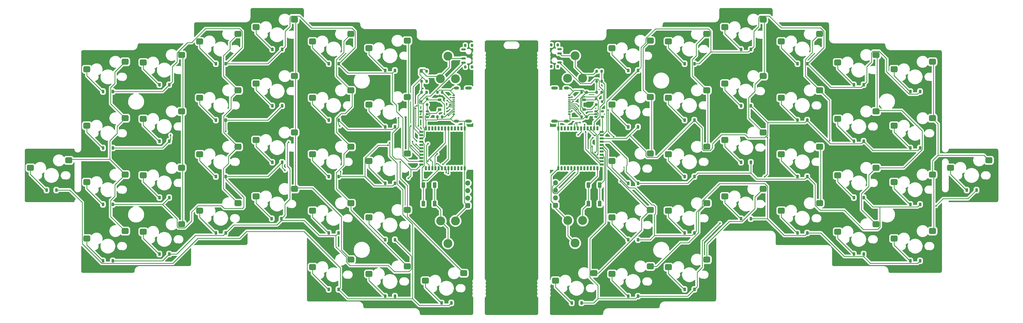
<source format=gbl>
%TF.GenerationSoftware,KiCad,Pcbnew,(6.0.5)*%
%TF.CreationDate,2022-07-19T00:47:24+08:00*%
%TF.ProjectId,jiran-ble-lite,6a697261-6e2d-4626-9c65-2d6c6974652e,r0.1*%
%TF.SameCoordinates,Original*%
%TF.FileFunction,Copper,L2,Bot*%
%TF.FilePolarity,Positive*%
%FSLAX46Y46*%
G04 Gerber Fmt 4.6, Leading zero omitted, Abs format (unit mm)*
G04 Created by KiCad (PCBNEW (6.0.5)) date 2022-07-19 00:47:24*
%MOMM*%
%LPD*%
G01*
G04 APERTURE LIST*
G04 Aperture macros list*
%AMRoundRect*
0 Rectangle with rounded corners*
0 $1 Rounding radius*
0 $2 $3 $4 $5 $6 $7 $8 $9 X,Y pos of 4 corners*
0 Add a 4 corners polygon primitive as box body*
4,1,4,$2,$3,$4,$5,$6,$7,$8,$9,$2,$3,0*
0 Add four circle primitives for the rounded corners*
1,1,$1+$1,$2,$3*
1,1,$1+$1,$4,$5*
1,1,$1+$1,$6,$7*
1,1,$1+$1,$8,$9*
0 Add four rect primitives between the rounded corners*
20,1,$1+$1,$2,$3,$4,$5,0*
20,1,$1+$1,$4,$5,$6,$7,0*
20,1,$1+$1,$6,$7,$8,$9,0*
20,1,$1+$1,$8,$9,$2,$3,0*%
G04 Aperture macros list end*
%TA.AperFunction,SMDPad,CuDef*%
%ADD10RoundRect,0.200000X0.200000X0.275000X-0.200000X0.275000X-0.200000X-0.275000X0.200000X-0.275000X0*%
%TD*%
%TA.AperFunction,SMDPad,CuDef*%
%ADD11RoundRect,0.200000X-0.200000X-0.275000X0.200000X-0.275000X0.200000X0.275000X-0.200000X0.275000X0*%
%TD*%
%TA.AperFunction,SMDPad,CuDef*%
%ADD12RoundRect,0.135000X-0.265000X0.135000X-0.265000X-0.135000X0.265000X-0.135000X0.265000X0.135000X0*%
%TD*%
%TA.AperFunction,SMDPad,CuDef*%
%ADD13RoundRect,0.075000X-0.325000X0.075000X-0.325000X-0.075000X0.325000X-0.075000X0.325000X0.075000X0*%
%TD*%
%TA.AperFunction,ComponentPad*%
%ADD14O,1.762000X1.000000*%
%TD*%
%TA.AperFunction,ComponentPad*%
%ADD15O,2.219000X1.000000*%
%TD*%
%TA.AperFunction,SMDPad,CuDef*%
%ADD16RoundRect,0.135000X0.265000X-0.135000X0.265000X0.135000X-0.265000X0.135000X-0.265000X-0.135000X0*%
%TD*%
%TA.AperFunction,SMDPad,CuDef*%
%ADD17RoundRect,0.075000X0.325000X-0.075000X0.325000X0.075000X-0.325000X0.075000X-0.325000X-0.075000X0*%
%TD*%
%TA.AperFunction,ComponentPad*%
%ADD18C,0.800000*%
%TD*%
%TA.AperFunction,SMDPad,CuDef*%
%ADD19RoundRect,0.400000X-0.750000X-0.600000X0.750000X-0.600000X0.750000X0.600000X-0.750000X0.600000X0*%
%TD*%
%TA.AperFunction,ComponentPad*%
%ADD20RoundRect,0.425000X0.425000X0.425000X-0.425000X0.425000X-0.425000X-0.425000X0.425000X-0.425000X0*%
%TD*%
%TA.AperFunction,ComponentPad*%
%ADD21O,1.700000X1.700000*%
%TD*%
%TA.AperFunction,ComponentPad*%
%ADD22C,3.000000*%
%TD*%
%TA.AperFunction,SMDPad,CuDef*%
%ADD23RoundRect,0.162500X-0.367500X-0.162500X0.367500X-0.162500X0.367500X0.162500X-0.367500X0.162500X0*%
%TD*%
%TA.AperFunction,SMDPad,CuDef*%
%ADD24RoundRect,0.225000X0.225000X0.375000X-0.225000X0.375000X-0.225000X-0.375000X0.225000X-0.375000X0*%
%TD*%
%TA.AperFunction,SMDPad,CuDef*%
%ADD25RoundRect,0.300000X0.300000X-0.650000X0.300000X0.650000X-0.300000X0.650000X-0.300000X-0.650000X0*%
%TD*%
%TA.AperFunction,SMDPad,CuDef*%
%ADD26RoundRect,0.175000X-0.175000X0.500000X-0.175000X-0.500000X0.175000X-0.500000X0.175000X0.500000X0*%
%TD*%
%TA.AperFunction,SMDPad,CuDef*%
%ADD27RoundRect,0.175000X0.500000X0.175000X-0.500000X0.175000X-0.500000X-0.175000X0.500000X-0.175000X0*%
%TD*%
%TA.AperFunction,SMDPad,CuDef*%
%ADD28RoundRect,0.175000X0.175000X-0.500000X0.175000X0.500000X-0.175000X0.500000X-0.175000X-0.500000X0*%
%TD*%
%TA.AperFunction,SMDPad,CuDef*%
%ADD29RoundRect,0.200000X-0.250000X-0.200000X0.250000X-0.200000X0.250000X0.200000X-0.250000X0.200000X0*%
%TD*%
%TA.AperFunction,SMDPad,CuDef*%
%ADD30RoundRect,0.225000X0.375000X-0.225000X0.375000X0.225000X-0.375000X0.225000X-0.375000X-0.225000X0*%
%TD*%
%TA.AperFunction,SMDPad,CuDef*%
%ADD31RoundRect,0.200000X0.200000X-0.300000X0.200000X0.300000X-0.200000X0.300000X-0.200000X-0.300000X0*%
%TD*%
%TA.AperFunction,SMDPad,CuDef*%
%ADD32RoundRect,0.175000X0.575000X-0.175000X0.575000X0.175000X-0.575000X0.175000X-0.575000X-0.175000X0*%
%TD*%
%TA.AperFunction,SMDPad,CuDef*%
%ADD33RoundRect,0.162500X0.367500X0.162500X-0.367500X0.162500X-0.367500X-0.162500X0.367500X-0.162500X0*%
%TD*%
%TA.AperFunction,SMDPad,CuDef*%
%ADD34RoundRect,0.200000X0.250000X0.200000X-0.250000X0.200000X-0.250000X-0.200000X0.250000X-0.200000X0*%
%TD*%
%TA.AperFunction,SMDPad,CuDef*%
%ADD35RoundRect,0.225000X-0.375000X0.225000X-0.375000X-0.225000X0.375000X-0.225000X0.375000X0.225000X0*%
%TD*%
%TA.AperFunction,SMDPad,CuDef*%
%ADD36RoundRect,0.175000X-0.500000X-0.175000X0.500000X-0.175000X0.500000X0.175000X-0.500000X0.175000X0*%
%TD*%
%TA.AperFunction,SMDPad,CuDef*%
%ADD37RoundRect,0.200000X-0.200000X0.300000X-0.200000X-0.300000X0.200000X-0.300000X0.200000X0.300000X0*%
%TD*%
%TA.AperFunction,SMDPad,CuDef*%
%ADD38RoundRect,0.175000X-0.575000X0.175000X-0.575000X-0.175000X0.575000X-0.175000X0.575000X0.175000X0*%
%TD*%
%TA.AperFunction,SMDPad,CuDef*%
%ADD39RoundRect,0.300000X-0.300000X0.650000X-0.300000X-0.650000X0.300000X-0.650000X0.300000X0.650000X0*%
%TD*%
%TA.AperFunction,ViaPad*%
%ADD40C,0.600000*%
%TD*%
%TA.AperFunction,Conductor*%
%ADD41C,0.250000*%
%TD*%
G04 APERTURE END LIST*
D10*
%TO.P,R7,2*%
%TO.N,GND*%
X241975000Y-64990000D03*
%TO.P,R7,1*%
%TO.N,/jiran-ble-lite-right/BT_PIN*%
X243625000Y-64990000D03*
%TD*%
D11*
%TO.P,R6,2*%
%TO.N,/jiran-ble-lite-right/BT_PIN*%
X243625000Y-61610000D03*
%TO.P,R6,1*%
%TO.N,/jiran-ble-lite-right/VBAT*%
X241975000Y-61610000D03*
%TD*%
D10*
%TO.P,R2,2*%
%TO.N,GND*%
X182885000Y-64990000D03*
%TO.P,R2,1*%
%TO.N,/BT_PIN*%
X184535000Y-64990000D03*
%TD*%
D11*
%TO.P,R1,2*%
%TO.N,/BT_PIN*%
X184535000Y-61610000D03*
%TO.P,R1,1*%
%TO.N,/VBAT*%
X182885000Y-61610000D03*
%TD*%
D12*
%TO.P,J4,A1,GND*%
%TO.N,GND*%
X232736200Y-76098000D03*
X232736200Y-69698000D03*
%TO.P,J4,A4,VBUS*%
%TO.N,/jiran-ble-lite-right/VBUS*%
X232736200Y-75298000D03*
X232736200Y-70498000D03*
D13*
%TO.P,J4,A5,CC1*%
%TO.N,/jiran-ble-lite-right/CC1*%
X232736200Y-74148000D03*
%TO.P,J4,A6,D+*%
%TO.N,/jiran-ble-lite-right/DATA+*%
X232736200Y-73148000D03*
%TO.P,J4,A7,D-*%
%TO.N,/jiran-ble-lite-right/DATA-*%
X232736200Y-72648000D03*
%TO.P,J4,A8,SBU1*%
%TO.N,unconnected-(J4-PadA8)*%
X232736200Y-71648000D03*
%TO.P,J4,B5,CC2*%
%TO.N,/jiran-ble-lite-right/CC2*%
X232736200Y-71148000D03*
%TO.P,J4,B6,D+*%
%TO.N,/jiran-ble-lite-right/DATA+*%
X232736200Y-72148000D03*
%TO.P,J4,B7,D-*%
%TO.N,/jiran-ble-lite-right/DATA-*%
X232736200Y-73648000D03*
%TO.P,J4,B8,SBU2*%
%TO.N,unconnected-(J4-PadB8)*%
X232736200Y-74656000D03*
D14*
%TO.P,J4,S1,SHIELD*%
%TO.N,GND*%
X231771000Y-78473300D03*
D15*
X227732400Y-67322700D03*
D14*
X231771000Y-67322600D03*
D15*
X227745100Y-78473300D03*
%TD*%
D16*
%TO.P,J1,A1,GND*%
%TO.N,GND*%
X193713800Y-69698000D03*
X193713800Y-76098000D03*
%TO.P,J1,A4,VBUS*%
%TO.N,/VBUS*%
X193713800Y-70498000D03*
X193713800Y-75298000D03*
D17*
%TO.P,J1,A5,CC1*%
%TO.N,/CC1*%
X193713800Y-71648000D03*
%TO.P,J1,A6,D+*%
%TO.N,/DATA+*%
X193713800Y-72648000D03*
%TO.P,J1,A7,D-*%
%TO.N,/DATA-*%
X193713800Y-73148000D03*
%TO.P,J1,A8,SBU1*%
%TO.N,unconnected-(J1-PadA8)*%
X193713800Y-74148000D03*
%TO.P,J1,B5,CC2*%
%TO.N,/CC2*%
X193713800Y-74648000D03*
%TO.P,J1,B6,D+*%
%TO.N,/DATA+*%
X193713800Y-73648000D03*
%TO.P,J1,B7,D-*%
%TO.N,/DATA-*%
X193713800Y-72148000D03*
%TO.P,J1,B8,SBU2*%
%TO.N,unconnected-(J1-PadB8)*%
X193713800Y-71140000D03*
D14*
%TO.P,J1,S1,SHIELD*%
%TO.N,GND*%
X194679000Y-67322700D03*
D15*
X198717600Y-78473300D03*
D14*
X194679000Y-78473400D03*
D15*
X198704900Y-67322700D03*
%TD*%
D18*
%TO.P,SW52,1,1*%
%TO.N,Net-(D52-Pad2)*%
X266209600Y-108712000D03*
D19*
X266211200Y-108712000D03*
%TO.P,SW52,2,2*%
%TO.N,/jiran-ble-lite-right/P0.30*%
X279138200Y-106172000D03*
D18*
X279138200Y-106172000D03*
%TD*%
D19*
%TO.P,SW47,1,1*%
%TO.N,Net-(D47-Pad2)*%
X247161200Y-91948000D03*
D18*
X247159600Y-91948000D03*
%TO.P,SW47,2,2*%
%TO.N,/jiran-ble-lite-right/P0.31*%
X260088200Y-89408000D03*
D19*
X260088200Y-89408000D03*
%TD*%
%TO.P,SW39,1,1*%
%TO.N,Net-(D39-Pad2)*%
X285261200Y-65786000D03*
D18*
X285259600Y-65786000D03*
%TO.P,SW39,2,2*%
%TO.N,/jiran-ble-lite-right/P0.29*%
X298188200Y-63246000D03*
D19*
X298188200Y-63246000D03*
%TD*%
D18*
%TO.P,SW26,1,1*%
%TO.N,Net-(D26-Pad2)*%
X146075400Y-127762000D03*
D19*
X146077000Y-127762000D03*
%TO.P,SW26,2,2*%
%TO.N,/P0.29*%
X159004000Y-125222000D03*
D18*
X159004000Y-125222000D03*
%TD*%
%TO.P,SW24,1,1*%
%TO.N,Net-(D24-Pad2)*%
X165125400Y-110998000D03*
D19*
X165127000Y-110998000D03*
D18*
%TO.P,SW24,2,2*%
%TO.N,/P0.31*%
X178054000Y-108458000D03*
D19*
X178054000Y-108458000D03*
%TD*%
D18*
%TO.P,SW11,1,1*%
%TO.N,Net-(D11-Pad2)*%
X146075400Y-70612000D03*
D19*
X146077000Y-70612000D03*
D18*
%TO.P,SW11,2,2*%
%TO.N,/P0.30*%
X159004000Y-68072000D03*
D19*
X159004000Y-68072000D03*
%TD*%
%TO.P,SW10,1,1*%
%TO.N,Net-(D10-Pad2)*%
X127027000Y-65786000D03*
D18*
X127025400Y-65786000D03*
D19*
%TO.P,SW10,2,2*%
%TO.N,/P0.29*%
X139954000Y-63246000D03*
D18*
X139954000Y-63246000D03*
%TD*%
%TO.P,SW53,1,1*%
%TO.N,Net-(D53-Pad2)*%
X247159600Y-110998000D03*
D19*
X247161200Y-110998000D03*
%TO.P,SW53,2,2*%
%TO.N,/jiran-ble-lite-right/P0.31*%
X260088200Y-108458000D03*
D18*
X260088200Y-108458000D03*
%TD*%
D19*
%TO.P,SW49,1,1*%
%TO.N,Net-(D49-Pad2)*%
X323361200Y-115824000D03*
D18*
X323359600Y-115824000D03*
D19*
%TO.P,SW49,2,2*%
%TO.N,/jiran-ble-lite-right/P0.02*%
X336288200Y-113284000D03*
D18*
X336288200Y-113284000D03*
%TD*%
D19*
%TO.P,SW38,1,1*%
%TO.N,Net-(D38-Pad2)*%
X304311200Y-70612000D03*
D18*
X304309600Y-70612000D03*
%TO.P,SW38,2,2*%
%TO.N,/jiran-ble-lite-right/P0.28*%
X317238200Y-68072000D03*
D19*
X317238200Y-68072000D03*
%TD*%
D18*
%TO.P,SW36,1,1*%
%TO.N,Net-(D36-Pad2)*%
X342409600Y-80010000D03*
D19*
X342411200Y-80010000D03*
D18*
%TO.P,SW36,2,2*%
%TO.N,/jiran-ble-lite-right/P0.03*%
X355338200Y-77470000D03*
D19*
X355338200Y-77470000D03*
%TD*%
%TO.P,SW27,1,1*%
%TO.N,Net-(D27-Pad2)*%
X165127000Y-130048000D03*
D18*
X165125400Y-130048000D03*
%TO.P,SW27,2,2*%
%TO.N,/P0.30*%
X178054000Y-127508000D03*
D19*
X178054000Y-127508000D03*
%TD*%
%TO.P,SW15,1,1*%
%TO.N,Net-(D15-Pad2)*%
X107977000Y-89662000D03*
D18*
X107975400Y-89662000D03*
D19*
%TO.P,SW15,2,2*%
%TO.N,/P0.28*%
X120904000Y-87122000D03*
D18*
X120904000Y-87122000D03*
%TD*%
D19*
%TO.P,SW30,1,1*%
%TO.N,Net-(D30-Pad2)*%
X342411200Y-60960000D03*
D18*
X342409600Y-60960000D03*
%TO.P,SW30,2,2*%
%TO.N,/jiran-ble-lite-right/P0.03*%
X355338200Y-58420000D03*
D19*
X355338200Y-58420000D03*
%TD*%
%TO.P,SW50,1,1*%
%TO.N,Net-(D50-Pad2)*%
X304311200Y-108712000D03*
D18*
X304309600Y-108712000D03*
%TO.P,SW50,2,2*%
%TO.N,/jiran-ble-lite-right/P0.28*%
X317238200Y-106172000D03*
D19*
X317238200Y-106172000D03*
%TD*%
D20*
%TO.P,J5,1,Pin_1*%
%TO.N,GND*%
X228092000Y-106934000D03*
D21*
%TO.P,J5,2,Pin_2*%
%TO.N,/jiran-ble-lite-right/nRF_VDD*%
X228092000Y-104394000D03*
%TO.P,J5,3,Pin_3*%
%TO.N,/jiran-ble-lite-right/SWD*%
X228092000Y-101854000D03*
%TO.P,J5,4,Pin_4*%
%TO.N,/jiran-ble-lite-right/SWC*%
X228092000Y-99314000D03*
%TD*%
D19*
%TO.P,SW32,1,1*%
%TO.N,Net-(D32-Pad2)*%
X304311200Y-51562000D03*
D18*
X304309600Y-51562000D03*
D19*
%TO.P,SW32,2,2*%
%TO.N,/jiran-ble-lite-right/P0.28*%
X317238200Y-49022000D03*
D18*
X317238200Y-49022000D03*
%TD*%
D19*
%TO.P,SW56,1,1*%
%TO.N,Net-(D56-Pad2)*%
X247161200Y-130048000D03*
D18*
X247159600Y-130048000D03*
%TO.P,SW56,2,2*%
%TO.N,/jiran-ble-lite-right/P0.30*%
X260088200Y-127508000D03*
D19*
X260088200Y-127508000D03*
%TD*%
D18*
%TO.P,SW18,1,1*%
%TO.N,Net-(D18-Pad2)*%
X165125400Y-91948000D03*
D19*
X165127000Y-91948000D03*
D18*
%TO.P,SW18,2,2*%
%TO.N,/P0.31*%
X178054000Y-89408000D03*
D19*
X178054000Y-89408000D03*
%TD*%
D18*
%TO.P,SW21,1,1*%
%TO.N,Net-(D21-Pad2)*%
X107975400Y-108712000D03*
D19*
X107977000Y-108712000D03*
%TO.P,SW21,2,2*%
%TO.N,/P0.28*%
X120904000Y-106172000D03*
D18*
X120904000Y-106172000D03*
%TD*%
%TO.P,SW19,1,1*%
%TO.N,Net-(D19-Pad2)*%
X69875400Y-118110000D03*
D19*
X69877000Y-118110000D03*
%TO.P,SW19,2,2*%
%TO.N,/P0.03*%
X82804000Y-115570000D03*
D18*
X82804000Y-115570000D03*
%TD*%
D19*
%TO.P,SW34,1,1*%
%TO.N,Net-(D34-Pad2)*%
X266211200Y-51562000D03*
D18*
X266209600Y-51562000D03*
%TO.P,SW34,2,2*%
%TO.N,/jiran-ble-lite-right/P0.30*%
X279138200Y-49022000D03*
D19*
X279138200Y-49022000D03*
%TD*%
D18*
%TO.P,SW7,1,1*%
%TO.N,Net-(D7-Pad2)*%
X69875400Y-80010000D03*
D19*
X69877000Y-80010000D03*
%TO.P,SW7,2,2*%
%TO.N,/P0.03*%
X82804000Y-77470000D03*
D18*
X82804000Y-77470000D03*
%TD*%
%TO.P,SW20,1,1*%
%TO.N,Net-(D20-Pad2)*%
X88925400Y-115824000D03*
D19*
X88927000Y-115824000D03*
D18*
%TO.P,SW20,2,2*%
%TO.N,/P0.02*%
X101854000Y-113284000D03*
D19*
X101854000Y-113284000D03*
%TD*%
D18*
%TO.P,SW3,1,1*%
%TO.N,Net-(D3-Pad2)*%
X107975400Y-51562000D03*
D19*
X107977000Y-51562000D03*
D18*
%TO.P,SW3,2,2*%
%TO.N,/P0.28*%
X120904000Y-49022000D03*
D19*
X120904000Y-49022000D03*
%TD*%
D22*
%TO.P,J6,2,Pin_2*%
%TO.N,GND*%
X234696000Y-119631000D03*
X237236000Y-112011000D03*
X232246000Y-112011000D03*
%TO.P,J6,1,Pin_1*%
%TO.N,/jiran-ble-lite-right/VBAT*%
X232156000Y-64011000D03*
X234696000Y-56391000D03*
X237236000Y-64011000D03*
%TD*%
D18*
%TO.P,SW48,1,1*%
%TO.N,Net-(D48-Pad2)*%
X342409600Y-118110000D03*
D19*
X342411200Y-118110000D03*
%TO.P,SW48,2,2*%
%TO.N,/jiran-ble-lite-right/P0.03*%
X355338200Y-115570000D03*
D18*
X355338200Y-115570000D03*
%TD*%
D22*
%TO.P,J3,1,Pin_1*%
%TO.N,/VBAT*%
X191770000Y-56518000D03*
X194310000Y-64138000D03*
X189230000Y-64138000D03*
%TO.P,J3,2,Pin_2*%
%TO.N,GND*%
X191770000Y-119758000D03*
X194310000Y-112138000D03*
X189320000Y-112138000D03*
%TD*%
D18*
%TO.P,SW16,1,1*%
%TO.N,Net-(D16-Pad2)*%
X127025400Y-84836000D03*
D19*
X127027000Y-84836000D03*
D18*
%TO.P,SW16,2,2*%
%TO.N,/P0.29*%
X139954000Y-82296000D03*
D19*
X139954000Y-82296000D03*
%TD*%
%TO.P,SW8,1,1*%
%TO.N,Net-(D8-Pad2)*%
X88927000Y-77724000D03*
D18*
X88925400Y-77724000D03*
%TO.P,SW8,2,2*%
%TO.N,/P0.02*%
X101854000Y-75184000D03*
D19*
X101854000Y-75184000D03*
%TD*%
%TO.P,SW35,1,1*%
%TO.N,Net-(D35-Pad2)*%
X247161200Y-53848000D03*
D18*
X247159600Y-53848000D03*
%TO.P,SW35,2,2*%
%TO.N,/jiran-ble-lite-right/P0.31*%
X260088200Y-51308000D03*
D19*
X260088200Y-51308000D03*
%TD*%
D18*
%TO.P,SW37,1,1*%
%TO.N,Net-(D37-Pad2)*%
X323359600Y-77724000D03*
D19*
X323361200Y-77724000D03*
D18*
%TO.P,SW37,2,2*%
%TO.N,/jiran-ble-lite-right/P0.02*%
X336288200Y-75184000D03*
D19*
X336288200Y-75184000D03*
%TD*%
D18*
%TO.P,SW6,1,1*%
%TO.N,Net-(D6-Pad2)*%
X165125400Y-53848000D03*
D19*
X165127000Y-53848000D03*
%TO.P,SW6,2,2*%
%TO.N,/P0.31*%
X178054000Y-51308000D03*
D18*
X178054000Y-51308000D03*
%TD*%
D19*
%TO.P,SW23,1,1*%
%TO.N,Net-(D23-Pad2)*%
X146077000Y-108712000D03*
D18*
X146075400Y-108712000D03*
%TO.P,SW23,2,2*%
%TO.N,/P0.30*%
X159004000Y-106172000D03*
D19*
X159004000Y-106172000D03*
%TD*%
%TO.P,SW5,1,1*%
%TO.N,Net-(D5-Pad2)*%
X146077000Y-51562000D03*
D18*
X146075400Y-51562000D03*
D19*
%TO.P,SW5,2,2*%
%TO.N,/P0.30*%
X159004000Y-49022000D03*
D18*
X159004000Y-49022000D03*
%TD*%
D20*
%TO.P,J2,1,Pin_1*%
%TO.N,GND*%
X198424800Y-106984800D03*
D21*
%TO.P,J2,2,Pin_2*%
%TO.N,/nRF_VDD*%
X198424800Y-104444800D03*
%TO.P,J2,3,Pin_3*%
%TO.N,/SWD*%
X198424800Y-101904800D03*
%TO.P,J2,4,Pin_4*%
%TO.N,/SWC*%
X198424800Y-99364800D03*
%TD*%
D19*
%TO.P,SW14,1,1*%
%TO.N,Net-(D14-Pad2)*%
X88927000Y-96774000D03*
D18*
X88925400Y-96774000D03*
%TO.P,SW14,2,2*%
%TO.N,/P0.02*%
X101854000Y-94234000D03*
D19*
X101854000Y-94234000D03*
%TD*%
D18*
%TO.P,SW1,1,1*%
%TO.N,Net-(D1-Pad2)*%
X69875400Y-60960000D03*
D19*
X69877000Y-60960000D03*
D18*
%TO.P,SW1,2,2*%
%TO.N,/P0.03*%
X82804000Y-58420000D03*
D19*
X82804000Y-58420000D03*
%TD*%
D18*
%TO.P,SW57,1,1*%
%TO.N,Net-(D57-Pad2)*%
X228109600Y-132334000D03*
D19*
X228111200Y-132334000D03*
%TO.P,SW57,2,2*%
%TO.N,/jiran-ble-lite-right/P0.31*%
X241038200Y-129794000D03*
D18*
X241038200Y-129794000D03*
%TD*%
%TO.P,SW40,1,1*%
%TO.N,Net-(D40-Pad2)*%
X266209600Y-70612000D03*
D19*
X266211200Y-70612000D03*
D18*
%TO.P,SW40,2,2*%
%TO.N,/jiran-ble-lite-right/P0.30*%
X279138200Y-68072000D03*
D19*
X279138200Y-68072000D03*
%TD*%
%TO.P,SW28,1,1*%
%TO.N,Net-(D28-Pad2)*%
X184177000Y-132334000D03*
D18*
X184175400Y-132334000D03*
%TO.P,SW28,2,2*%
%TO.N,/P0.31*%
X197104000Y-129794000D03*
D19*
X197104000Y-129794000D03*
%TD*%
D18*
%TO.P,SW17,1,1*%
%TO.N,Net-(D17-Pad2)*%
X146075400Y-89662000D03*
D19*
X146077000Y-89662000D03*
%TO.P,SW17,2,2*%
%TO.N,/P0.30*%
X159004000Y-87122000D03*
D18*
X159004000Y-87122000D03*
%TD*%
%TO.P,SW12,1,1*%
%TO.N,Net-(D12-Pad2)*%
X165125400Y-72898000D03*
D19*
X165127000Y-72898000D03*
D18*
%TO.P,SW12,2,2*%
%TO.N,/P0.31*%
X178054000Y-70358000D03*
D19*
X178054000Y-70358000D03*
%TD*%
D18*
%TO.P,SW51,1,1*%
%TO.N,Net-(D51-Pad2)*%
X285259600Y-103886000D03*
D19*
X285261200Y-103886000D03*
%TO.P,SW51,2,2*%
%TO.N,/jiran-ble-lite-right/P0.29*%
X298188200Y-101346000D03*
D18*
X298188200Y-101346000D03*
%TD*%
D19*
%TO.P,SW45,1,1*%
%TO.N,Net-(D45-Pad2)*%
X285261200Y-84836000D03*
D18*
X285259600Y-84836000D03*
%TO.P,SW45,2,2*%
%TO.N,/jiran-ble-lite-right/P0.29*%
X298188200Y-82296000D03*
D19*
X298188200Y-82296000D03*
%TD*%
%TO.P,SW43,1,1*%
%TO.N,Net-(D43-Pad2)*%
X323361200Y-96774000D03*
D18*
X323359600Y-96774000D03*
%TO.P,SW43,2,2*%
%TO.N,/jiran-ble-lite-right/P0.02*%
X336288200Y-94234000D03*
D19*
X336288200Y-94234000D03*
%TD*%
%TO.P,SW9,1,1*%
%TO.N,Net-(D9-Pad2)*%
X107977000Y-70612000D03*
D18*
X107975400Y-70612000D03*
%TO.P,SW9,2,2*%
%TO.N,/P0.28*%
X120904000Y-68072000D03*
D19*
X120904000Y-68072000D03*
%TD*%
D18*
%TO.P,SW55,1,1*%
%TO.N,Net-(D55-Pad2)*%
X266209600Y-127762000D03*
D19*
X266211200Y-127762000D03*
%TO.P,SW55,2,2*%
%TO.N,/jiran-ble-lite-right/P0.29*%
X279138200Y-125222000D03*
D18*
X279138200Y-125222000D03*
%TD*%
D19*
%TO.P,SW13,1,1*%
%TO.N,Net-(D13-Pad2)*%
X69877000Y-99060000D03*
D18*
X69875400Y-99060000D03*
D19*
%TO.P,SW13,2,2*%
%TO.N,/P0.03*%
X82804000Y-96520000D03*
D18*
X82804000Y-96520000D03*
%TD*%
%TO.P,SW22,1,1*%
%TO.N,Net-(D22-Pad2)*%
X127025400Y-103886000D03*
D19*
X127027000Y-103886000D03*
D18*
%TO.P,SW22,2,2*%
%TO.N,/P0.29*%
X139954000Y-101346000D03*
D19*
X139954000Y-101346000D03*
%TD*%
D18*
%TO.P,SW46,1,1*%
%TO.N,Net-(D46-Pad2)*%
X266209600Y-89662000D03*
D19*
X266211200Y-89662000D03*
D18*
%TO.P,SW46,2,2*%
%TO.N,/jiran-ble-lite-right/P0.30*%
X279138200Y-87122000D03*
D19*
X279138200Y-87122000D03*
%TD*%
D18*
%TO.P,SW54,1,1*%
%TO.N,Net-(D54-Pad2)*%
X361459600Y-94234000D03*
D19*
X361461200Y-94234000D03*
D18*
%TO.P,SW54,2,2*%
%TO.N,/jiran-ble-lite-right/P0.03*%
X374388200Y-91694000D03*
D19*
X374388200Y-91694000D03*
%TD*%
D18*
%TO.P,SW44,1,1*%
%TO.N,Net-(D44-Pad2)*%
X304309600Y-89662000D03*
D19*
X304311200Y-89662000D03*
%TO.P,SW44,2,2*%
%TO.N,/jiran-ble-lite-right/P0.28*%
X317238200Y-87122000D03*
D18*
X317238200Y-87122000D03*
%TD*%
%TO.P,SW41,1,1*%
%TO.N,Net-(D41-Pad2)*%
X247159600Y-72898000D03*
D19*
X247161200Y-72898000D03*
D18*
%TO.P,SW41,2,2*%
%TO.N,/jiran-ble-lite-right/P0.31*%
X260088200Y-70358000D03*
D19*
X260088200Y-70358000D03*
%TD*%
%TO.P,SW42,1,1*%
%TO.N,Net-(D42-Pad2)*%
X342411200Y-99060000D03*
D18*
X342409600Y-99060000D03*
D19*
%TO.P,SW42,2,2*%
%TO.N,/jiran-ble-lite-right/P0.03*%
X355338200Y-96520000D03*
D18*
X355338200Y-96520000D03*
%TD*%
%TO.P,SW25,1,1*%
%TO.N,Net-(D25-Pad2)*%
X50825400Y-94234000D03*
D19*
X50827000Y-94234000D03*
D18*
%TO.P,SW25,2,2*%
%TO.N,/P0.03*%
X63754000Y-91694000D03*
D19*
X63754000Y-91694000D03*
%TD*%
D18*
%TO.P,SW31,1,1*%
%TO.N,Net-(D31-Pad2)*%
X323359600Y-58674000D03*
D19*
X323361200Y-58674000D03*
%TO.P,SW31,2,2*%
%TO.N,/jiran-ble-lite-right/P0.02*%
X336288200Y-56134000D03*
D18*
X336288200Y-56134000D03*
%TD*%
D19*
%TO.P,SW2,1,1*%
%TO.N,Net-(D2-Pad2)*%
X88927000Y-58674000D03*
D18*
X88925400Y-58674000D03*
D19*
%TO.P,SW2,2,2*%
%TO.N,/P0.02*%
X101854000Y-56134000D03*
D18*
X101854000Y-56134000D03*
%TD*%
%TO.P,SW4,1,1*%
%TO.N,Net-(D4-Pad2)*%
X127025400Y-46736000D03*
D19*
X127027000Y-46736000D03*
%TO.P,SW4,2,2*%
%TO.N,/P0.29*%
X139954000Y-44196000D03*
D18*
X139954000Y-44196000D03*
%TD*%
D19*
%TO.P,SW33,1,1*%
%TO.N,Net-(D33-Pad2)*%
X285261200Y-46736000D03*
D18*
X285259600Y-46736000D03*
%TO.P,SW33,2,2*%
%TO.N,/jiran-ble-lite-right/P0.29*%
X298188200Y-44196000D03*
D19*
X298188200Y-44196000D03*
%TD*%
D23*
%TO.P,U4,1,VIN*%
%TO.N,Net-(D58-Pad1)*%
X241698600Y-77048400D03*
%TO.P,U4,2,GND*%
%TO.N,GND*%
X241698600Y-76098400D03*
%TO.P,U4,3,EN*%
%TO.N,Net-(D58-Pad1)*%
X241698600Y-75148400D03*
%TO.P,U4,4,NC*%
%TO.N,unconnected-(U4-Pad4)*%
X243898600Y-75148400D03*
%TO.P,U4,5,VOUT*%
%TO.N,/jiran-ble-lite-right/nRF_VDD*%
X243898600Y-77048400D03*
%TD*%
D24*
%TO.P,D12,1,K*%
%TO.N,/P1.09*%
X173862000Y-80391000D03*
%TO.P,D12,2,A*%
%TO.N,Net-(D12-Pad2)*%
X170562000Y-80391000D03*
%TD*%
%TO.P,D27,1,K*%
%TO.N,/P0.21*%
X173862000Y-137541000D03*
%TO.P,D27,2,A*%
%TO.N,Net-(D27-Pad2)*%
X170562000Y-137541000D03*
%TD*%
%TO.P,D39,1,K*%
%TO.N,/jiran-ble-lite-right/P1.09*%
X294004000Y-73279000D03*
%TO.P,D39,2,A*%
%TO.N,Net-(D39-Pad2)*%
X290704000Y-73279000D03*
%TD*%
%TO.P,D11,1,K*%
%TO.N,/P1.09*%
X154812000Y-78105000D03*
%TO.P,D11,2,A*%
%TO.N,Net-(D11-Pad2)*%
X151512000Y-78105000D03*
%TD*%
D25*
%TO.P,SWT2,1,1*%
%TO.N,/jiran-ble-lite-right/RESET*%
X242996800Y-100024800D03*
X242996800Y-106324800D03*
%TO.P,SWT2,2,2*%
%TO.N,GND*%
X239196800Y-106324800D03*
X239196800Y-100024800D03*
%TD*%
D26*
%TO.P,U3,1,GND*%
%TO.N,GND*%
X228996000Y-80880000D03*
%TO.P,U3,2,P1.11*%
%TO.N,unconnected-(U3-Pad2)*%
X230096000Y-80880000D03*
%TO.P,U3,3,P1.10*%
%TO.N,unconnected-(U3-Pad3)*%
X231196000Y-80880000D03*
%TO.P,U3,4,P1.13*%
%TO.N,unconnected-(U3-Pad4)*%
X232296000Y-80880000D03*
%TO.P,U3,5,P1.15*%
%TO.N,unconnected-(U3-Pad5)*%
X233396000Y-80880000D03*
%TO.P,U3,6,P0.03/AIN1*%
%TO.N,/jiran-ble-lite-right/P0.03*%
X234496000Y-80880000D03*
%TO.P,U3,7,P0.02/AIN0*%
%TO.N,/jiran-ble-lite-right/P0.02*%
X235596000Y-80880000D03*
%TO.P,U3,8,P0.28/AIN4*%
%TO.N,/jiran-ble-lite-right/P0.28*%
X236696000Y-80880000D03*
%TO.P,U3,9,P0.29/AIN5*%
%TO.N,/jiran-ble-lite-right/P0.29*%
X237796000Y-80880000D03*
%TO.P,U3,10,P0.30/AIN6*%
%TO.N,/jiran-ble-lite-right/P0.30*%
X238896000Y-80880000D03*
%TO.P,U3,11,P0.31/AIN7*%
%TO.N,/jiran-ble-lite-right/P0.31*%
X239996000Y-80880000D03*
%TO.P,U3,12,P0.04/AIN2*%
%TO.N,/jiran-ble-lite-right/BT_PIN*%
X241096000Y-80880000D03*
%TO.P,U3,13,P0.05/AIN3*%
%TO.N,unconnected-(U3-Pad13)*%
X242196000Y-80880000D03*
D27*
%TO.P,U3,14,VDD*%
%TO.N,/jiran-ble-lite-right/nRF_VDD*%
X243696000Y-82130000D03*
%TO.P,U3,15,P0.07*%
%TO.N,/jiran-ble-lite-right/P0.07*%
X243696000Y-83230000D03*
%TO.P,U3,16,P1.09*%
%TO.N,/jiran-ble-lite-right/P1.09*%
X243696000Y-84330000D03*
%TO.P,U3,17,P0.12*%
%TO.N,/jiran-ble-lite-right/P0.12*%
X243696000Y-85430000D03*
%TO.P,U3,18,P0.23*%
%TO.N,/jiran-ble-lite-right/P0.23*%
X243696000Y-86530000D03*
%TO.P,U3,19,P0.21*%
%TO.N,/jiran-ble-lite-right/P0.21*%
X243696000Y-87630000D03*
%TO.P,U3,20,P0.19*%
%TO.N,unconnected-(U3-Pad20)*%
X243696000Y-88730000D03*
%TO.P,U3,21,P0.18/RESET*%
%TO.N,/jiran-ble-lite-right/RESET*%
X243696000Y-89830000D03*
%TO.P,U3,22,VBUS*%
%TO.N,/jiran-ble-lite-right/VBUS*%
X243696000Y-90930000D03*
%TO.P,U3,23,USB_D-*%
%TO.N,/jiran-ble-lite-right/DATA-*%
X243696000Y-92030000D03*
%TO.P,U3,24,USB_D+*%
%TO.N,/jiran-ble-lite-right/DATA+*%
X243696000Y-93130000D03*
D28*
%TO.P,U3,25,GND*%
%TO.N,GND*%
X242196000Y-94380000D03*
%TO.P,U3,26,P0.22*%
%TO.N,unconnected-(U3-Pad26)*%
X241096000Y-94380000D03*
%TO.P,U3,27,P1.00*%
%TO.N,unconnected-(U3-Pad27)*%
X239996000Y-94380000D03*
%TO.P,U3,28,P1.03*%
%TO.N,/jiran-ble-lite-right/P1.03*%
X238896000Y-94380000D03*
%TO.P,U3,29,P1.01*%
%TO.N,/jiran-ble-lite-right/P1.01*%
X237796000Y-94380000D03*
%TO.P,U3,30,P1.02*%
%TO.N,unconnected-(U3-Pad30)*%
X236696000Y-94380000D03*
%TO.P,U3,31,SWDCLK*%
%TO.N,/jiran-ble-lite-right/SWC*%
X235596000Y-94380000D03*
%TO.P,U3,32,SWDIO*%
%TO.N,/jiran-ble-lite-right/SWD*%
X234496000Y-94380000D03*
%TO.P,U3,33,P1.04*%
%TO.N,unconnected-(U3-Pad33)*%
X233396000Y-94380000D03*
%TO.P,U3,34,P1.06*%
%TO.N,unconnected-(U3-Pad34)*%
X232296000Y-94380000D03*
%TO.P,U3,35,P0.09/NFC1*%
%TO.N,unconnected-(U3-Pad35)*%
X231196000Y-94380000D03*
%TO.P,U3,36,P0.10/NFC2*%
%TO.N,unconnected-(U3-Pad36)*%
X230096000Y-94380000D03*
%TO.P,U3,37,GND*%
%TO.N,GND*%
X228996000Y-94380000D03*
%TD*%
D10*
%TO.P,R8,1*%
%TO.N,/jiran-ble-lite-right/VBUS*%
X243623600Y-68732400D03*
%TO.P,R8,2*%
%TO.N,GND*%
X241973600Y-68732400D03*
%TD*%
D24*
%TO.P,D33,1,K*%
%TO.N,/jiran-ble-lite-right/P0.07*%
X294004000Y-54229000D03*
%TO.P,D33,2,A*%
%TO.N,Net-(D33-Pad2)*%
X290704000Y-54229000D03*
%TD*%
%TO.P,D55,1,K*%
%TO.N,/jiran-ble-lite-right/P0.21*%
X274954000Y-135255000D03*
%TO.P,D55,2,A*%
%TO.N,Net-(D55-Pad2)*%
X271654000Y-135255000D03*
%TD*%
%TO.P,D13,1,K*%
%TO.N,/P0.12*%
X78612000Y-106553000D03*
%TO.P,D13,2,A*%
%TO.N,Net-(D13-Pad2)*%
X75312000Y-106553000D03*
%TD*%
D29*
%TO.P,Q2,1,G*%
%TO.N,/jiran-ble-lite-right/VBUS*%
X241798600Y-72832000D03*
%TO.P,Q2,2,S*%
%TO.N,Net-(D58-Pad1)*%
X241798600Y-70932000D03*
%TO.P,Q2,3,D*%
%TO.N,Net-(Q2-Pad3)*%
X243798600Y-71882000D03*
%TD*%
D30*
%TO.P,D29,2,A*%
%TO.N,/VBUS*%
X189000000Y-71248000D03*
%TO.P,D29,1,K*%
%TO.N,Net-(D29-Pad1)*%
X189000000Y-74548000D03*
%TD*%
D24*
%TO.P,D6,1,K*%
%TO.N,/P0.07*%
X173862000Y-61341000D03*
%TO.P,D6,2,A*%
%TO.N,Net-(D6-Pad2)*%
X170562000Y-61341000D03*
%TD*%
D31*
%TO.P,SW58,*%
%TO.N,*%
X228821000Y-60038000D03*
X226611000Y-52738000D03*
X226611000Y-60038000D03*
X228821000Y-52738000D03*
D32*
%TO.P,SW58,1,A*%
%TO.N,Net-(Q2-Pad3)*%
X229471000Y-58638000D03*
%TO.P,SW58,2,B*%
%TO.N,/jiran-ble-lite-right/VBAT*%
X229471000Y-55638000D03*
%TO.P,SW58,3,C*%
%TO.N,unconnected-(SW58-Pad3)*%
X229471000Y-54138000D03*
%TD*%
D24*
%TO.P,D36,1,K*%
%TO.N,/jiran-ble-lite-right/P1.09*%
X351154000Y-87503000D03*
%TO.P,D36,2,A*%
%TO.N,Net-(D36-Pad2)*%
X347854000Y-87503000D03*
%TD*%
%TO.P,D51,1,K*%
%TO.N,/jiran-ble-lite-right/P0.23*%
X294004000Y-111379000D03*
%TO.P,D51,2,A*%
%TO.N,Net-(D51-Pad2)*%
X290704000Y-111379000D03*
%TD*%
D11*
%TO.P,R9,1*%
%TO.N,/jiran-ble-lite-right/CC1*%
X236925000Y-77000000D03*
%TO.P,R9,2*%
%TO.N,GND*%
X238575000Y-77000000D03*
%TD*%
D24*
%TO.P,D57,1,K*%
%TO.N,/jiran-ble-lite-right/P0.21*%
X236854000Y-139827000D03*
%TO.P,D57,2,A*%
%TO.N,Net-(D57-Pad2)*%
X233554000Y-139827000D03*
%TD*%
%TO.P,D5,1,K*%
%TO.N,/P0.07*%
X154812000Y-59055000D03*
%TO.P,D5,2,A*%
%TO.N,Net-(D5-Pad2)*%
X151512000Y-59055000D03*
%TD*%
%TO.P,D42,1,K*%
%TO.N,/jiran-ble-lite-right/P0.12*%
X351154000Y-106553000D03*
%TO.P,D42,2,A*%
%TO.N,Net-(D42-Pad2)*%
X347854000Y-106553000D03*
%TD*%
%TO.P,D9,1,K*%
%TO.N,/P1.09*%
X116712000Y-78105000D03*
%TO.P,D9,2,A*%
%TO.N,Net-(D9-Pad2)*%
X113412000Y-78105000D03*
%TD*%
%TO.P,D19,1,K*%
%TO.N,/P0.23*%
X78612000Y-125603000D03*
%TO.P,D19,2,A*%
%TO.N,Net-(D19-Pad2)*%
X75312000Y-125603000D03*
%TD*%
%TO.P,D46,1,K*%
%TO.N,/jiran-ble-lite-right/P0.12*%
X274954000Y-97155000D03*
%TO.P,D46,2,A*%
%TO.N,Net-(D46-Pad2)*%
X271654000Y-97155000D03*
%TD*%
%TO.P,D54,1,K*%
%TO.N,/jiran-ble-lite-right/P0.21*%
X370204000Y-101727000D03*
%TO.P,D54,2,A*%
%TO.N,Net-(D54-Pad2)*%
X366904000Y-101727000D03*
%TD*%
%TO.P,D4,1,K*%
%TO.N,/P0.07*%
X135762000Y-54229000D03*
%TO.P,D4,2,A*%
%TO.N,Net-(D4-Pad2)*%
X132462000Y-54229000D03*
%TD*%
%TO.P,D56,1,K*%
%TO.N,/jiran-ble-lite-right/P0.21*%
X255904000Y-137541000D03*
%TO.P,D56,2,A*%
%TO.N,Net-(D56-Pad2)*%
X252604000Y-137541000D03*
%TD*%
%TO.P,D25,1,K*%
%TO.N,/P0.21*%
X59562000Y-101727000D03*
%TO.P,D25,2,A*%
%TO.N,Net-(D25-Pad2)*%
X56262000Y-101727000D03*
%TD*%
%TO.P,D20,1,K*%
%TO.N,/P0.23*%
X97662000Y-123317000D03*
%TO.P,D20,2,A*%
%TO.N,Net-(D20-Pad2)*%
X94362000Y-123317000D03*
%TD*%
%TO.P,D40,1,K*%
%TO.N,/jiran-ble-lite-right/P1.09*%
X274954000Y-78105000D03*
%TO.P,D40,2,A*%
%TO.N,Net-(D40-Pad2)*%
X271654000Y-78105000D03*
%TD*%
%TO.P,D10,1,K*%
%TO.N,/P1.09*%
X135762000Y-73279000D03*
%TO.P,D10,2,A*%
%TO.N,Net-(D10-Pad2)*%
X132462000Y-73279000D03*
%TD*%
%TO.P,D50,1,K*%
%TO.N,/jiran-ble-lite-right/P0.23*%
X313054000Y-116205000D03*
%TO.P,D50,2,A*%
%TO.N,Net-(D50-Pad2)*%
X309754000Y-116205000D03*
%TD*%
D33*
%TO.P,U2,1,VIN*%
%TO.N,Net-(D29-Pad1)*%
X184806000Y-75163400D03*
%TO.P,U2,2,GND*%
%TO.N,GND*%
X184806000Y-76113400D03*
%TO.P,U2,3,EN*%
%TO.N,Net-(D29-Pad1)*%
X184806000Y-77063400D03*
%TO.P,U2,4,NC*%
%TO.N,unconnected-(U2-Pad4)*%
X182606000Y-77063400D03*
%TO.P,U2,5,VOUT*%
%TO.N,/nRF_VDD*%
X182606000Y-75163400D03*
%TD*%
D24*
%TO.P,D53,1,K*%
%TO.N,/jiran-ble-lite-right/P0.23*%
X255904000Y-118491000D03*
%TO.P,D53,2,A*%
%TO.N,Net-(D53-Pad2)*%
X252604000Y-118491000D03*
%TD*%
%TO.P,D49,1,K*%
%TO.N,/jiran-ble-lite-right/P0.23*%
X332104000Y-123317000D03*
%TO.P,D49,2,A*%
%TO.N,Net-(D49-Pad2)*%
X328804000Y-123317000D03*
%TD*%
%TO.P,D43,1,K*%
%TO.N,/jiran-ble-lite-right/P0.12*%
X332104000Y-104267000D03*
%TO.P,D43,2,A*%
%TO.N,Net-(D43-Pad2)*%
X328804000Y-104267000D03*
%TD*%
%TO.P,D41,1,K*%
%TO.N,/jiran-ble-lite-right/P1.09*%
X255904000Y-80391000D03*
%TO.P,D41,2,A*%
%TO.N,Net-(D41-Pad2)*%
X252604000Y-80391000D03*
%TD*%
%TO.P,D14,1,K*%
%TO.N,/P0.12*%
X97662000Y-104267000D03*
%TO.P,D14,2,A*%
%TO.N,Net-(D14-Pad2)*%
X94362000Y-104267000D03*
%TD*%
D10*
%TO.P,R4,2*%
%TO.N,GND*%
X188175000Y-68732400D03*
%TO.P,R4,1*%
%TO.N,/CC1*%
X189825000Y-68732400D03*
%TD*%
D24*
%TO.P,D52,1,K*%
%TO.N,/jiran-ble-lite-right/P0.23*%
X274954000Y-116205000D03*
%TO.P,D52,2,A*%
%TO.N,Net-(D52-Pad2)*%
X271654000Y-116205000D03*
%TD*%
%TO.P,D34,1,K*%
%TO.N,/jiran-ble-lite-right/P0.07*%
X274954000Y-59055000D03*
%TO.P,D34,2,A*%
%TO.N,Net-(D34-Pad2)*%
X271654000Y-59055000D03*
%TD*%
%TO.P,D24,1,K*%
%TO.N,/P0.23*%
X173862000Y-118491000D03*
%TO.P,D24,2,A*%
%TO.N,Net-(D24-Pad2)*%
X170562000Y-118491000D03*
%TD*%
%TO.P,D32,1,K*%
%TO.N,/jiran-ble-lite-right/P0.07*%
X313054000Y-59055000D03*
%TO.P,D32,2,A*%
%TO.N,Net-(D32-Pad2)*%
X309754000Y-59055000D03*
%TD*%
%TO.P,D30,1,K*%
%TO.N,/jiran-ble-lite-right/P0.07*%
X351154000Y-68453000D03*
%TO.P,D30,2,A*%
%TO.N,Net-(D30-Pad2)*%
X347854000Y-68453000D03*
%TD*%
%TO.P,D3,1,K*%
%TO.N,/P0.07*%
X116712000Y-59055000D03*
%TO.P,D3,2,A*%
%TO.N,Net-(D3-Pad2)*%
X113412000Y-59055000D03*
%TD*%
D34*
%TO.P,Q1,1,G*%
%TO.N,/VBUS*%
X184706000Y-70932000D03*
%TO.P,Q1,2,S*%
%TO.N,Net-(D29-Pad1)*%
X184706000Y-72832000D03*
%TO.P,Q1,3,D*%
%TO.N,Net-(Q1-Pad3)*%
X182706000Y-71882000D03*
%TD*%
D35*
%TO.P,D58,1,K*%
%TO.N,Net-(D58-Pad1)*%
X237750000Y-71248000D03*
%TO.P,D58,2,A*%
%TO.N,/jiran-ble-lite-right/VBUS*%
X237750000Y-74548000D03*
%TD*%
D11*
%TO.P,R10,1*%
%TO.N,/jiran-ble-lite-right/CC2*%
X236925000Y-68732400D03*
%TO.P,R10,2*%
%TO.N,GND*%
X238575000Y-68732400D03*
%TD*%
D24*
%TO.P,D15,1,K*%
%TO.N,/P0.12*%
X116712000Y-97155000D03*
%TO.P,D15,2,A*%
%TO.N,Net-(D15-Pad2)*%
X113412000Y-97155000D03*
%TD*%
%TO.P,D38,1,K*%
%TO.N,/jiran-ble-lite-right/P1.09*%
X313054000Y-78105000D03*
%TO.P,D38,2,A*%
%TO.N,Net-(D38-Pad2)*%
X309754000Y-78105000D03*
%TD*%
%TO.P,D45,1,K*%
%TO.N,/jiran-ble-lite-right/P0.12*%
X294004000Y-92329000D03*
%TO.P,D45,2,A*%
%TO.N,Net-(D45-Pad2)*%
X290704000Y-92329000D03*
%TD*%
%TO.P,D21,1,K*%
%TO.N,/P0.23*%
X116712000Y-116205000D03*
%TO.P,D21,2,A*%
%TO.N,Net-(D21-Pad2)*%
X113412000Y-116205000D03*
%TD*%
%TO.P,D37,1,K*%
%TO.N,/jiran-ble-lite-right/P1.09*%
X332104000Y-85217000D03*
%TO.P,D37,2,A*%
%TO.N,Net-(D37-Pad2)*%
X328804000Y-85217000D03*
%TD*%
D10*
%TO.P,R5,1*%
%TO.N,/CC2*%
X189825000Y-77000000D03*
%TO.P,R5,2*%
%TO.N,GND*%
X188175000Y-77000000D03*
%TD*%
D24*
%TO.P,D23,1,K*%
%TO.N,/P0.23*%
X154812000Y-116205000D03*
%TO.P,D23,2,A*%
%TO.N,Net-(D23-Pad2)*%
X151512000Y-116205000D03*
%TD*%
%TO.P,D18,1,K*%
%TO.N,/P0.12*%
X173862000Y-99441000D03*
%TO.P,D18,2,A*%
%TO.N,Net-(D18-Pad2)*%
X170562000Y-99441000D03*
%TD*%
%TO.P,D22,1,K*%
%TO.N,/P0.23*%
X135572000Y-111379000D03*
%TO.P,D22,2,A*%
%TO.N,Net-(D22-Pad2)*%
X132272000Y-111379000D03*
%TD*%
%TO.P,D16,1,K*%
%TO.N,/P0.12*%
X135762000Y-92329000D03*
%TO.P,D16,2,A*%
%TO.N,Net-(D16-Pad2)*%
X132462000Y-92329000D03*
%TD*%
%TO.P,D28,1,K*%
%TO.N,/P0.21*%
X192912000Y-139827000D03*
%TO.P,D28,2,A*%
%TO.N,Net-(D28-Pad2)*%
X189612000Y-139827000D03*
%TD*%
%TO.P,D35,1,K*%
%TO.N,/jiran-ble-lite-right/P0.07*%
X255904000Y-61341000D03*
%TO.P,D35,2,A*%
%TO.N,Net-(D35-Pad2)*%
X252604000Y-61341000D03*
%TD*%
%TO.P,D44,1,K*%
%TO.N,/jiran-ble-lite-right/P0.12*%
X313054000Y-97155000D03*
%TO.P,D44,2,A*%
%TO.N,Net-(D44-Pad2)*%
X309754000Y-97155000D03*
%TD*%
D28*
%TO.P,U1,1,GND*%
%TO.N,GND*%
X197470000Y-94380000D03*
%TO.P,U1,2,P1.11*%
%TO.N,unconnected-(U1-Pad2)*%
X196370000Y-94380000D03*
%TO.P,U1,3,P1.10*%
%TO.N,unconnected-(U1-Pad3)*%
X195270000Y-94380000D03*
%TO.P,U1,4,P1.13*%
%TO.N,unconnected-(U1-Pad4)*%
X194170000Y-94380000D03*
%TO.P,U1,5,P1.15*%
%TO.N,unconnected-(U1-Pad5)*%
X193070000Y-94380000D03*
%TO.P,U1,6,P0.03/AIN1*%
%TO.N,/P0.03*%
X191970000Y-94380000D03*
%TO.P,U1,7,P0.02/AIN0*%
%TO.N,/P0.02*%
X190870000Y-94380000D03*
%TO.P,U1,8,P0.28/AIN4*%
%TO.N,/P0.28*%
X189770000Y-94380000D03*
%TO.P,U1,9,P0.29/AIN5*%
%TO.N,/P0.29*%
X188670000Y-94380000D03*
%TO.P,U1,10,P0.30/AIN6*%
%TO.N,/P0.30*%
X187570000Y-94380000D03*
%TO.P,U1,11,P0.31/AIN7*%
%TO.N,/P0.31*%
X186470000Y-94380000D03*
%TO.P,U1,12,P0.04/AIN2*%
%TO.N,/BT_PIN*%
X185370000Y-94380000D03*
%TO.P,U1,13,P0.05/AIN3*%
%TO.N,unconnected-(U1-Pad13)*%
X184270000Y-94380000D03*
D36*
%TO.P,U1,14,VDD*%
%TO.N,/nRF_VDD*%
X182770000Y-93130000D03*
%TO.P,U1,15,P0.07*%
%TO.N,/P0.07*%
X182770000Y-92030000D03*
%TO.P,U1,16,P1.09*%
%TO.N,/P1.09*%
X182770000Y-90930000D03*
%TO.P,U1,17,P0.12*%
%TO.N,/P0.12*%
X182770000Y-89830000D03*
%TO.P,U1,18,P0.23*%
%TO.N,/P0.23*%
X182770000Y-88730000D03*
%TO.P,U1,19,P0.21*%
%TO.N,/P0.21*%
X182770000Y-87630000D03*
%TO.P,U1,20,P0.19*%
%TO.N,unconnected-(U1-Pad20)*%
X182770000Y-86530000D03*
%TO.P,U1,21,P0.18/RESET*%
%TO.N,/RESET*%
X182770000Y-85430000D03*
%TO.P,U1,22,VBUS*%
%TO.N,/VBUS*%
X182770000Y-84330000D03*
%TO.P,U1,23,USB_D-*%
%TO.N,/DATA-*%
X182770000Y-83230000D03*
%TO.P,U1,24,USB_D+*%
%TO.N,/DATA+*%
X182770000Y-82130000D03*
D26*
%TO.P,U1,25,GND*%
%TO.N,GND*%
X184270000Y-80880000D03*
%TO.P,U1,26,P0.22*%
%TO.N,unconnected-(U1-Pad26)*%
X185370000Y-80880000D03*
%TO.P,U1,27,P1.00*%
%TO.N,unconnected-(U1-Pad27)*%
X186470000Y-80880000D03*
%TO.P,U1,28,P1.03*%
%TO.N,/P1.03*%
X187570000Y-80880000D03*
%TO.P,U1,29,P1.01*%
%TO.N,/P1.01*%
X188670000Y-80880000D03*
%TO.P,U1,30,P1.02*%
%TO.N,unconnected-(U1-Pad30)*%
X189770000Y-80880000D03*
%TO.P,U1,31,SWDCLK*%
%TO.N,/SWC*%
X190870000Y-80880000D03*
%TO.P,U1,32,SWDIO*%
%TO.N,/SWD*%
X191970000Y-80880000D03*
%TO.P,U1,33,P1.04*%
%TO.N,unconnected-(U1-Pad33)*%
X193070000Y-80880000D03*
%TO.P,U1,34,P1.06*%
%TO.N,unconnected-(U1-Pad34)*%
X194170000Y-80880000D03*
%TO.P,U1,35,P0.09/NFC1*%
%TO.N,unconnected-(U1-Pad35)*%
X195270000Y-80880000D03*
%TO.P,U1,36,P0.10/NFC2*%
%TO.N,unconnected-(U1-Pad36)*%
X196370000Y-80880000D03*
%TO.P,U1,37,GND*%
%TO.N,GND*%
X197470000Y-80880000D03*
%TD*%
D24*
%TO.P,D31,1,K*%
%TO.N,/jiran-ble-lite-right/P0.07*%
X332104000Y-66167000D03*
%TO.P,D31,2,A*%
%TO.N,Net-(D31-Pad2)*%
X328804000Y-66167000D03*
%TD*%
D37*
%TO.P,SW29,*%
%TO.N,*%
X197645000Y-52865000D03*
X197645000Y-60165000D03*
X199855000Y-60165000D03*
X199855000Y-52865000D03*
D38*
%TO.P,SW29,1,A*%
%TO.N,unconnected-(SW29-Pad1)*%
X196995000Y-54265000D03*
%TO.P,SW29,2,B*%
%TO.N,/VBAT*%
X196995000Y-57265000D03*
%TO.P,SW29,3,C*%
%TO.N,Net-(Q1-Pad3)*%
X196995000Y-58765000D03*
%TD*%
D24*
%TO.P,D8,1,K*%
%TO.N,/P1.09*%
X97662000Y-85217000D03*
%TO.P,D8,2,A*%
%TO.N,Net-(D8-Pad2)*%
X94362000Y-85217000D03*
%TD*%
D39*
%TO.P,SWT1,1,1*%
%TO.N,/RESET*%
X183469200Y-100024800D03*
X183469200Y-106324800D03*
%TO.P,SWT1,2,2*%
%TO.N,GND*%
X187269200Y-106324800D03*
X187269200Y-100024800D03*
%TD*%
D24*
%TO.P,D47,1,K*%
%TO.N,/jiran-ble-lite-right/P0.12*%
X255904000Y-99441000D03*
%TO.P,D47,2,A*%
%TO.N,Net-(D47-Pad2)*%
X252604000Y-99441000D03*
%TD*%
%TO.P,D26,1,K*%
%TO.N,/P0.21*%
X154812000Y-135255000D03*
%TO.P,D26,2,A*%
%TO.N,Net-(D26-Pad2)*%
X151512000Y-135255000D03*
%TD*%
%TO.P,D48,1,K*%
%TO.N,/jiran-ble-lite-right/P0.23*%
X351154000Y-125603000D03*
%TO.P,D48,2,A*%
%TO.N,Net-(D48-Pad2)*%
X347854000Y-125603000D03*
%TD*%
%TO.P,D2,1,K*%
%TO.N,/P0.07*%
X97662000Y-66167000D03*
%TO.P,D2,2,A*%
%TO.N,Net-(D2-Pad2)*%
X94362000Y-66167000D03*
%TD*%
%TO.P,D17,1,K*%
%TO.N,/P0.12*%
X154812000Y-97155000D03*
%TO.P,D17,2,A*%
%TO.N,Net-(D17-Pad2)*%
X151512000Y-97155000D03*
%TD*%
D10*
%TO.P,R3,1*%
%TO.N,/VBUS*%
X184531000Y-68732400D03*
%TO.P,R3,2*%
%TO.N,GND*%
X182881000Y-68732400D03*
%TD*%
D24*
%TO.P,D1,1,K*%
%TO.N,/P0.07*%
X78612000Y-68453000D03*
%TO.P,D1,2,A*%
%TO.N,Net-(D1-Pad2)*%
X75312000Y-68453000D03*
%TD*%
%TO.P,D7,1,K*%
%TO.N,/P1.09*%
X78612000Y-87503000D03*
%TO.P,D7,2,A*%
%TO.N,Net-(D7-Pad2)*%
X75312000Y-87503000D03*
%TD*%
D40*
%TO.N,/DATA+*%
X191425000Y-74100000D03*
%TO.N,/DATA-*%
X192699810Y-73126102D03*
X191475000Y-71475000D03*
%TO.N,/P0.12*%
X155501100Y-95442400D03*
X136757500Y-95069900D03*
X171589800Y-86543600D03*
X179400700Y-86721000D03*
%TO.N,/jiran-ble-lite-right/DATA-*%
X240736900Y-84008200D03*
X247720500Y-83796300D03*
X245902100Y-74733200D03*
X235154400Y-74554100D03*
X235880600Y-73350300D03*
%TO.N,/jiran-ble-lite-right/DATA+*%
X238251900Y-82092100D03*
X236569100Y-75953800D03*
X233988700Y-71808200D03*
%TO.N,/DATA-*%
X181337800Y-73288600D03*
%TO.N,/DATA+*%
X180873100Y-74100000D03*
%TO.N,/BT_PIN*%
X185038100Y-86082800D03*
X181168700Y-85179200D03*
%TO.N,/jiran-ble-lite-right/VBUS*%
X233680900Y-70302100D03*
X237790100Y-70270700D03*
X233627400Y-74988900D03*
X240486600Y-86981700D03*
%TO.N,/VBUS*%
X190561200Y-76105100D03*
X191901300Y-76537300D03*
X192621500Y-70495600D03*
%TO.N,/jiran-ble-lite-right/P0.31*%
X249994400Y-98789100D03*
X241435000Y-89078500D03*
%TO.N,/jiran-ble-lite-right/P0.30*%
X241418800Y-83262700D03*
%TO.N,/jiran-ble-lite-right/P0.29*%
X237884700Y-79631500D03*
X299586200Y-83976500D03*
X298703500Y-97212200D03*
%TO.N,/jiran-ble-lite-right/P0.28*%
X235724500Y-83087100D03*
X320620100Y-85085100D03*
%TO.N,/jiran-ble-lite-right/P0.02*%
X235285200Y-79398900D03*
%TO.N,/jiran-ble-lite-right/P0.03*%
X236404300Y-78933700D03*
%TO.N,/P0.31*%
X185900100Y-91547200D03*
X175671600Y-92246100D03*
%TO.N,/P0.30*%
X188139400Y-89475800D03*
%TO.N,/P0.29*%
X183581000Y-98499300D03*
%TO.N,/P0.28*%
X187917500Y-92884700D03*
%TO.N,/P0.02*%
X191179900Y-95811700D03*
%TO.N,/P0.03*%
X191859500Y-96127200D03*
%TO.N,/jiran-ble-lite-right/nRF_VDD*%
X242256200Y-89824400D03*
%TO.N,/nRF_VDD*%
X178402900Y-97766900D03*
X175101100Y-77320000D03*
X182554800Y-76167800D03*
%TO.N,/SWD*%
X190105900Y-93034300D03*
%TO.N,/SWC*%
X185030100Y-92013100D03*
%TO.N,GND*%
X181742500Y-80091400D03*
X183266900Y-67487500D03*
%TO.N,/jiran-ble-lite-right/P0.21*%
X356517800Y-107052700D03*
X283603900Y-112939600D03*
%TO.N,/P1.09*%
X98137600Y-83170700D03*
X116760600Y-81943800D03*
X155235000Y-80147600D03*
X179194900Y-80091400D03*
%TO.N,/P0.21*%
X181013200Y-86320000D03*
X172058500Y-85791000D03*
%TO.N,/P0.23*%
X179781500Y-85390000D03*
X138009500Y-85557000D03*
%TD*%
D41*
%TO.N,/P0.12*%
X122447600Y-107902400D02*
X121403600Y-107902400D01*
X122875000Y-107475000D02*
X122447600Y-107902400D01*
X122875000Y-104175000D02*
X122875000Y-107475000D01*
X116712000Y-98012000D02*
X122875000Y-104175000D01*
X116712000Y-97155000D02*
X116712000Y-98012000D01*
%TO.N,/DATA+*%
X192174701Y-73350299D02*
X192175299Y-73350299D01*
X191425000Y-74100000D02*
X192174701Y-73350299D01*
X193711187Y-73650613D02*
X193713800Y-73648000D01*
X192475613Y-73650613D02*
X193711187Y-73650613D01*
X192175299Y-73350299D02*
X192475613Y-73650613D01*
X192473409Y-72601591D02*
X192175299Y-72899701D01*
X192175299Y-72899701D02*
X192175299Y-73350299D01*
X193667391Y-72601591D02*
X192473409Y-72601591D01*
X193713800Y-72648000D02*
X193667391Y-72601591D01*
%TO.N,/DATA-*%
X192699810Y-73149810D02*
X192699810Y-73126102D01*
X192700000Y-73150000D02*
X192699810Y-73149810D01*
X192702000Y-73148000D02*
X192700000Y-73150000D01*
X193713800Y-73148000D02*
X192702000Y-73148000D01*
X192148000Y-72148000D02*
X191475000Y-71475000D01*
X193713800Y-72148000D02*
X192148000Y-72148000D01*
%TO.N,/CC2*%
X193322472Y-74648000D02*
X191958272Y-76012200D01*
X193713800Y-74648000D02*
X193322472Y-74648000D01*
X191958272Y-76012200D02*
X191683900Y-76012200D01*
%TO.N,/jiran-ble-lite-right/P1.09*%
X299674600Y-83066200D02*
X299674600Y-78949600D01*
X298668200Y-84072600D02*
X299674600Y-83066200D01*
X293080700Y-84072600D02*
X298668200Y-84072600D01*
X292066500Y-83058400D02*
X293080700Y-84072600D01*
X281119700Y-86105300D02*
X284166600Y-83058400D01*
X278129400Y-88359600D02*
X280210000Y-88359600D01*
X277614900Y-87845100D02*
X278129400Y-88359600D01*
X280210000Y-88359600D02*
X281119700Y-87449900D01*
X281119700Y-87449900D02*
X281119700Y-86105300D01*
X277614900Y-80765900D02*
X277614900Y-87845100D01*
X284166600Y-83058400D02*
X292066500Y-83058400D01*
X274954000Y-78105000D02*
X277614900Y-80765900D01*
%TO.N,/jiran-ble-lite-right/P0.23*%
X261230950Y-106755950D02*
X260619050Y-106755950D01*
X261850000Y-107375000D02*
X261230950Y-106755950D01*
X260619050Y-106755950D02*
X254880100Y-101017000D01*
X261850000Y-109650000D02*
X261850000Y-107375000D01*
X261477100Y-110022900D02*
X261850000Y-109650000D01*
X261477100Y-117062200D02*
X261477100Y-110022900D01*
%TO.N,/jiran-ble-lite-right/P0.12*%
X246389400Y-85430000D02*
X243696000Y-85430000D01*
X252176600Y-91217200D02*
X246389400Y-85430000D01*
X252176600Y-93307600D02*
X252176600Y-91217200D01*
X251986200Y-93498000D02*
X252176600Y-93307600D01*
X251986200Y-95523200D02*
X251986200Y-93498000D01*
X255904000Y-99441000D02*
X251986200Y-95523200D01*
X315714900Y-99815900D02*
X313054000Y-97155000D01*
X315714900Y-106890800D02*
X315714900Y-99815900D01*
X317376100Y-108552000D02*
X315714900Y-106890800D01*
X325512900Y-108552000D02*
X317376100Y-108552000D01*
X331996800Y-115035900D02*
X325512900Y-108552000D01*
X336813200Y-115035900D02*
X331996800Y-115035900D01*
X337677000Y-114172100D02*
X336813200Y-115035900D01*
X337677000Y-112419300D02*
X337677000Y-114172100D01*
X337526200Y-112268500D02*
X337677000Y-112419300D01*
X337526200Y-107383600D02*
X337526200Y-112268500D01*
X350323400Y-107383600D02*
X337526200Y-107383600D01*
X351154000Y-106553000D02*
X350323400Y-107383600D01*
X335220600Y-107383600D02*
X332104000Y-104267000D01*
X337526200Y-107383600D02*
X335220600Y-107383600D01*
X272668000Y-99441000D02*
X255904000Y-99441000D01*
X274954000Y-97155000D02*
X272668000Y-99441000D01*
X276128300Y-95980700D02*
X274954000Y-97155000D01*
X294004000Y-95980700D02*
X276128300Y-95980700D01*
X294004000Y-92329000D02*
X294004000Y-95980700D01*
X312227300Y-97981700D02*
X313054000Y-97155000D01*
X296005000Y-97981700D02*
X312227300Y-97981700D01*
X294004000Y-95980700D02*
X296005000Y-97981700D01*
%TO.N,/P0.12*%
X130936000Y-97155000D02*
X116712000Y-97155000D01*
X135762000Y-92329000D02*
X130936000Y-97155000D01*
X135762000Y-94074400D02*
X135762000Y-92329000D01*
X136757500Y-95069900D02*
X135762000Y-94074400D01*
X155501100Y-97155000D02*
X154812000Y-97155000D01*
X155501100Y-97155000D02*
X155501100Y-95442400D01*
X116232400Y-107902400D02*
X121403600Y-107902400D01*
X115293000Y-106963000D02*
X116232400Y-107902400D01*
X107412400Y-106963000D02*
X115293000Y-106963000D01*
X105258200Y-109117200D02*
X107412400Y-106963000D01*
X105258200Y-112157100D02*
X105258200Y-109117200D01*
X102895000Y-114520300D02*
X105258200Y-112157100D01*
X100852000Y-114520300D02*
X102895000Y-114520300D01*
X100330700Y-113999000D02*
X100852000Y-114520300D01*
X100330700Y-111507700D02*
X100330700Y-113999000D01*
X95376000Y-106553000D02*
X100330700Y-111507700D01*
X97662000Y-104267000D02*
X95376000Y-106553000D01*
X95376000Y-106553000D02*
X78612000Y-106553000D01*
X182509700Y-89830000D02*
X182770000Y-89830000D01*
X179400700Y-86721000D02*
X182509700Y-89830000D01*
X155501100Y-97155000D02*
X163748200Y-97155000D01*
X166871000Y-100277800D02*
X163748200Y-97155000D01*
X173025200Y-100277800D02*
X166871000Y-100277800D01*
X173862000Y-99441000D02*
X173025200Y-100277800D01*
X168221400Y-86543600D02*
X171589800Y-86543600D01*
X163748200Y-91016800D02*
X168221400Y-86543600D01*
X163748200Y-97155000D02*
X163748200Y-91016800D01*
%TO.N,Net-(Q2-Pad3)*%
X244258500Y-71422100D02*
X243798600Y-71882000D01*
X244258500Y-68140900D02*
X244258500Y-71422100D01*
X242800000Y-66682400D02*
X244258500Y-68140900D01*
X242800000Y-64716800D02*
X242800000Y-66682400D01*
X242316500Y-64233300D02*
X242800000Y-64716800D01*
X241492500Y-64233300D02*
X242316500Y-64233300D01*
X239942400Y-65783400D02*
X241492500Y-64233300D01*
X236510400Y-65783400D02*
X239942400Y-65783400D01*
X229471000Y-58744000D02*
X236510400Y-65783400D01*
X229471000Y-58638000D02*
X229471000Y-58744000D01*
%TO.N,Net-(Q1-Pad3)*%
X182706000Y-71808100D02*
X182706000Y-71882000D01*
X184547200Y-69966900D02*
X182706000Y-71808100D01*
X185863000Y-69966900D02*
X184547200Y-69966900D01*
X196995000Y-58834900D02*
X185863000Y-69966900D01*
X196995000Y-58765000D02*
X196995000Y-58834900D01*
%TO.N,/jiran-ble-lite-right/CC2*%
X234509400Y-71148000D02*
X236925000Y-68732400D01*
X232736200Y-71148000D02*
X234509400Y-71148000D01*
%TO.N,/jiran-ble-lite-right/DATA-*%
X239930100Y-84815000D02*
X240736900Y-84008200D01*
X239930100Y-88841000D02*
X239930100Y-84815000D01*
X243119100Y-92030000D02*
X239930100Y-88841000D01*
X243696000Y-92030000D02*
X243119100Y-92030000D01*
X245902100Y-81977900D02*
X245902100Y-74733200D01*
X247720500Y-83796300D02*
X245902100Y-81977900D01*
X234248300Y-73648000D02*
X232736200Y-73648000D01*
X235154400Y-74554100D02*
X234248300Y-73648000D01*
X235178300Y-72648000D02*
X235880600Y-73350300D01*
X232736200Y-72648000D02*
X235178300Y-72648000D01*
%TO.N,/jiran-ble-lite-right/DATA+*%
X238251900Y-87961700D02*
X238251900Y-82092100D01*
X243420200Y-93130000D02*
X238251900Y-87961700D01*
X243696000Y-93130000D02*
X243420200Y-93130000D01*
X234491000Y-73148000D02*
X232736200Y-73148000D01*
X235679500Y-74336500D02*
X234491000Y-73148000D01*
X235679500Y-75064200D02*
X235679500Y-74336500D01*
X236569100Y-75953800D02*
X235679500Y-75064200D01*
X233648900Y-72148000D02*
X232736200Y-72148000D01*
X233988700Y-71808200D02*
X233648900Y-72148000D01*
%TO.N,/jiran-ble-lite-right/BT_PIN*%
X243625000Y-61610000D02*
X243625000Y-64990000D01*
X244653100Y-66018100D02*
X243625000Y-64990000D01*
X244653100Y-72096600D02*
X244653100Y-66018100D01*
X243028100Y-73721600D02*
X244653100Y-72096600D01*
X243028100Y-76839800D02*
X243028100Y-73721600D01*
X241096000Y-78771900D02*
X243028100Y-76839800D01*
X241096000Y-80880000D02*
X241096000Y-78771900D01*
%TO.N,/jiran-ble-lite-right/CC1*%
X236857700Y-77000000D02*
X236925000Y-77000000D01*
X234005700Y-74148000D02*
X236857700Y-77000000D01*
X232736200Y-74148000D02*
X234005700Y-74148000D01*
%TO.N,/CC2*%
X190696100Y-77000000D02*
X189825000Y-77000000D01*
X191683900Y-76012200D02*
X190696100Y-77000000D01*
%TO.N,/DATA-*%
X180896900Y-73288600D02*
X181337800Y-73288600D01*
X180347900Y-73837600D02*
X180896900Y-73288600D01*
X180347900Y-80986300D02*
X180347900Y-73837600D01*
X182591600Y-83230000D02*
X180347900Y-80986300D01*
X182770000Y-83230000D02*
X182591600Y-83230000D01*
%TO.N,/DATA+*%
X180873100Y-80233100D02*
X180873100Y-74100000D01*
X182770000Y-82130000D02*
X180873100Y-80233100D01*
%TO.N,/BT_PIN*%
X184485600Y-86635300D02*
X185038100Y-86082800D01*
X184485600Y-92386800D02*
X184485600Y-86635300D01*
X185370000Y-93271200D02*
X184485600Y-92386800D01*
X185370000Y-94380000D02*
X185370000Y-93271200D01*
X179954400Y-66823300D02*
X183161400Y-63616300D01*
X179954400Y-83964900D02*
X179954400Y-66823300D01*
X181168700Y-85179200D02*
X179954400Y-83964900D01*
X182258200Y-62713200D02*
X183161400Y-63616300D01*
X182258200Y-61149800D02*
X182258200Y-62713200D01*
X182517400Y-60890600D02*
X182258200Y-61149800D01*
X183815600Y-60890600D02*
X182517400Y-60890600D01*
X184535000Y-61610000D02*
X183815600Y-60890600D01*
X183161400Y-63616300D02*
X184535000Y-64990000D01*
%TO.N,/CC1*%
X192740600Y-71648000D02*
X193713800Y-71648000D01*
X189825000Y-68732400D02*
X192740600Y-71648000D01*
%TO.N,/jiran-ble-lite-right/VBUS*%
X240082600Y-74548000D02*
X241798600Y-72832000D01*
X237750000Y-74548000D02*
X240082600Y-74548000D01*
X232932100Y-70302100D02*
X233680900Y-70302100D01*
X232736200Y-70498000D02*
X232932100Y-70302100D01*
X242085300Y-70270700D02*
X237790100Y-70270700D01*
X243623600Y-68732400D02*
X242085300Y-70270700D01*
X236887000Y-73685000D02*
X237750000Y-74548000D01*
X236887000Y-70863800D02*
X236887000Y-73685000D01*
X237480100Y-70270700D02*
X236887000Y-70863800D01*
X237790100Y-70270700D02*
X237480100Y-70270700D01*
X233318300Y-75298000D02*
X233627400Y-74988900D01*
X232736200Y-75298000D02*
X233318300Y-75298000D01*
X242514400Y-90930000D02*
X243696000Y-90930000D01*
X240486600Y-88902200D02*
X242514400Y-90930000D01*
X240486600Y-86981700D02*
X240486600Y-88902200D01*
%TO.N,Net-(D58-Pad1)*%
X241482600Y-71248000D02*
X241798600Y-70932000D01*
X237750000Y-71248000D02*
X241482600Y-71248000D01*
X242478400Y-74540500D02*
X241870500Y-75148400D01*
X242478400Y-71611800D02*
X242478400Y-74540500D01*
X241798600Y-70932000D02*
X242478400Y-71611800D01*
X242455300Y-75733200D02*
X241870500Y-75148400D01*
X242455300Y-76432900D02*
X242455300Y-75733200D01*
X241839800Y-77048400D02*
X242455300Y-76432900D01*
X241698600Y-77048400D02*
X241839800Y-77048400D01*
X241870500Y-75148400D02*
X241698600Y-75148400D01*
%TO.N,/jiran-ble-lite-right/P1.09*%
X350327300Y-88329700D02*
X351154000Y-87503000D01*
X335216700Y-88329700D02*
X350327300Y-88329700D01*
X332104000Y-85217000D02*
X335216700Y-88329700D01*
X262386100Y-90672900D02*
X274954000Y-78105000D01*
X259052000Y-90672900D02*
X262386100Y-90672900D01*
X258564900Y-90185800D02*
X259052000Y-90672900D01*
X258564900Y-88732000D02*
X258564900Y-90185800D01*
X253064000Y-83231000D02*
X258564900Y-88732000D01*
X255904000Y-80391000D02*
X253064000Y-83231000D01*
X251965000Y-84330000D02*
X243696000Y-84330000D01*
X253064000Y-83231000D02*
X251965000Y-84330000D01*
X331277300Y-86043700D02*
X332104000Y-85217000D01*
X320836100Y-86043700D02*
X331277300Y-86043700D01*
X313054000Y-78261600D02*
X320836100Y-86043700D01*
X313054000Y-78105000D02*
X313054000Y-78261600D01*
X312209400Y-78949600D02*
X299674600Y-78949600D01*
X313054000Y-78105000D02*
X312209400Y-78949600D01*
X299674600Y-78949600D02*
X294004000Y-73279000D01*
%TO.N,/jiran-ble-lite-right/P0.07*%
X350284600Y-69322400D02*
X351154000Y-68453000D01*
X347440000Y-69322400D02*
X350284600Y-69322400D01*
X339866900Y-61749300D02*
X347440000Y-69322400D01*
X339866900Y-57387700D02*
X339866900Y-61749300D01*
X337341300Y-54862100D02*
X339866900Y-57387700D01*
X335288900Y-54862100D02*
X337341300Y-54862100D01*
X334764900Y-55386100D02*
X335288900Y-54862100D01*
X334764900Y-58496300D02*
X334764900Y-55386100D01*
X333144200Y-60117000D02*
X334764900Y-58496300D01*
X333144200Y-65126800D02*
X333144200Y-60117000D01*
X332104000Y-66167000D02*
X333144200Y-65126800D01*
X331263900Y-67007100D02*
X332104000Y-66167000D01*
X321006100Y-67007100D02*
X331263900Y-67007100D01*
X313054000Y-59055000D02*
X321006100Y-67007100D01*
X276532900Y-59055000D02*
X280529400Y-55058500D01*
X274954000Y-59055000D02*
X276532900Y-59055000D01*
X293174500Y-55058500D02*
X294004000Y-54229000D01*
X280529400Y-55058500D02*
X293174500Y-55058500D01*
X313146100Y-59055000D02*
X313054000Y-59055000D01*
X318653200Y-53547900D02*
X313146100Y-59055000D01*
X318653200Y-48178100D02*
X318653200Y-53547900D01*
X317457000Y-46981900D02*
X318653200Y-48178100D01*
X304270800Y-46981900D02*
X317457000Y-46981900D01*
X300254200Y-42965300D02*
X304270800Y-46981900D01*
X297168600Y-42965300D02*
X300254200Y-42965300D01*
X296664900Y-43469000D02*
X297168600Y-42965300D01*
X296664900Y-46558300D02*
X296664900Y-43469000D01*
X295044200Y-48179000D02*
X296664900Y-46558300D01*
X295044200Y-53188800D02*
X295044200Y-48179000D01*
X294004000Y-54229000D02*
X295044200Y-53188800D01*
X256974500Y-60270500D02*
X255904000Y-61341000D01*
X256974500Y-53604300D02*
X256974500Y-60270500D01*
X258564900Y-52013900D02*
X256974500Y-53604300D01*
X258564900Y-50551800D02*
X258564900Y-52013900D01*
X261830500Y-47286200D02*
X258564900Y-50551800D01*
X279706000Y-47286200D02*
X261830500Y-47286200D01*
X280529400Y-48109600D02*
X279706000Y-47286200D01*
X280529400Y-55058500D02*
X280529400Y-48109600D01*
X243871200Y-83230000D02*
X243696000Y-83230000D01*
X245377000Y-81724200D02*
X243871200Y-83230000D01*
X245377000Y-71868000D02*
X245377000Y-81724200D01*
X255904000Y-61341000D02*
X245377000Y-71868000D01*
%TO.N,/VBUS*%
X184706000Y-71248000D02*
X184706000Y-70932000D01*
X183396900Y-80528900D02*
X183396900Y-72557100D01*
X183677900Y-80809900D02*
X183396900Y-80528900D01*
X183677900Y-83693800D02*
X183677900Y-80809900D01*
X183041700Y-84330000D02*
X183677900Y-83693800D01*
X182770000Y-84330000D02*
X183041700Y-84330000D01*
X182278100Y-72557100D02*
X183396900Y-72557100D01*
X182023700Y-72302700D02*
X182278100Y-72557100D01*
X182023700Y-71239700D02*
X182023700Y-72302700D01*
X184531000Y-68732400D02*
X182023700Y-71239700D01*
X183396900Y-72557100D02*
X184706000Y-71248000D01*
X184706000Y-71248000D02*
X189000000Y-71248000D01*
X193243600Y-75298000D02*
X193713800Y-75298000D01*
X192004300Y-76537300D02*
X193243600Y-75298000D01*
X191901300Y-76537300D02*
X192004300Y-76537300D01*
X190561200Y-72809200D02*
X190561200Y-76105100D01*
X189000000Y-71248000D02*
X190561200Y-72809200D01*
X193711400Y-70495600D02*
X193713800Y-70498000D01*
X192621500Y-70495600D02*
X193711400Y-70495600D01*
%TO.N,/jiran-ble-lite-right/RESET*%
X242996800Y-106324800D02*
X242996800Y-100024800D01*
X244630700Y-98390900D02*
X242996800Y-100024800D01*
X244630700Y-90609200D02*
X244630700Y-98390900D01*
X243851500Y-89830000D02*
X244630700Y-90609200D01*
X243696000Y-89830000D02*
X243851500Y-89830000D01*
%TO.N,/RESET*%
X183469200Y-106324800D02*
X183469200Y-100024800D01*
X182960000Y-85430000D02*
X182770000Y-85430000D01*
X183697700Y-86167700D02*
X182960000Y-85430000D01*
X183697700Y-93497800D02*
X183697700Y-86167700D01*
X183019400Y-94176100D02*
X183697700Y-93497800D01*
X183019400Y-99575000D02*
X183019400Y-94176100D01*
X183469200Y-100024800D02*
X183019400Y-99575000D01*
%TO.N,Net-(D29-Pad1)*%
X184706000Y-75063400D02*
X184806000Y-75163400D01*
X184706000Y-72832000D02*
X184706000Y-75063400D01*
X187753500Y-75794500D02*
X189000000Y-74548000D01*
X185591800Y-75794500D02*
X187753500Y-75794500D01*
X185591800Y-76459000D02*
X185591800Y-75794500D01*
X184987400Y-77063400D02*
X185591800Y-76459000D01*
X184806000Y-77063400D02*
X184987400Y-77063400D01*
X184960700Y-75163400D02*
X184806000Y-75163400D01*
X185591800Y-75794500D02*
X184960700Y-75163400D01*
%TO.N,/jiran-ble-lite-right/P0.31*%
X260476900Y-89019300D02*
X260088200Y-89408000D01*
X260476900Y-70746700D02*
X260476900Y-89019300D01*
X260088200Y-70358000D02*
X260476900Y-70746700D01*
X257162000Y-111384200D02*
X260088200Y-108458000D01*
X257162000Y-115197800D02*
X257162000Y-111384200D01*
X242565800Y-129794000D02*
X257162000Y-115197800D01*
X241038200Y-129794000D02*
X242565800Y-129794000D01*
X257666900Y-67936700D02*
X260088200Y-70358000D01*
X257666900Y-53729300D02*
X257666900Y-67936700D01*
X260088200Y-51308000D02*
X257666900Y-53729300D01*
X259663300Y-108458000D02*
X260088200Y-108458000D01*
X249994400Y-98789100D02*
X259663300Y-108458000D01*
X241970500Y-88543000D02*
X241435000Y-89078500D01*
X241970500Y-82996200D02*
X241970500Y-88543000D01*
X239996000Y-81021700D02*
X241970500Y-82996200D01*
X239996000Y-80880000D02*
X239996000Y-81021700D01*
%TO.N,/jiran-ble-lite-right/P0.30*%
X279486600Y-68420400D02*
X279138200Y-68072000D01*
X279486600Y-86773600D02*
X279486600Y-68420400D01*
X279138200Y-87122000D02*
X279486600Y-86773600D01*
X274252800Y-63186600D02*
X279138200Y-68072000D01*
X274252800Y-57694100D02*
X274252800Y-63186600D01*
X275602100Y-56344800D02*
X274252800Y-57694100D01*
X275602100Y-52558100D02*
X275602100Y-56344800D01*
X279138200Y-49022000D02*
X275602100Y-52558100D01*
X276380200Y-108930000D02*
X279138200Y-106172000D01*
X276380200Y-116059200D02*
X276380200Y-108930000D01*
X272944600Y-119494800D02*
X276380200Y-116059200D01*
X270198400Y-119494800D02*
X272944600Y-119494800D01*
X262185200Y-127508000D02*
X270198400Y-119494800D01*
X260088200Y-127508000D02*
X262185200Y-127508000D01*
X238896000Y-81028800D02*
X238896000Y-80880000D01*
X241129900Y-83262700D02*
X238896000Y-81028800D01*
X241418800Y-83262700D02*
X241129900Y-83262700D01*
%TO.N,/jiran-ble-lite-right/P0.29*%
X298563400Y-62870800D02*
X298188200Y-63246000D01*
X298563400Y-44571200D02*
X298563400Y-62870800D01*
X298188200Y-44196000D02*
X298563400Y-44571200D01*
X295430200Y-104104000D02*
X298188200Y-101346000D01*
X295430200Y-107929200D02*
X295430200Y-104104000D01*
X291030600Y-112328800D02*
X295430200Y-107929200D01*
X286761300Y-112328800D02*
X291030600Y-112328800D01*
X279138200Y-119951900D02*
X286761300Y-112328800D01*
X279138200Y-125222000D02*
X279138200Y-119951900D01*
X293311300Y-77419100D02*
X298188200Y-82296000D01*
X293311300Y-70505000D02*
X293311300Y-77419100D01*
X295430200Y-68386100D02*
X293311300Y-70505000D01*
X295430200Y-66004000D02*
X295430200Y-68386100D01*
X298188200Y-63246000D02*
X295430200Y-66004000D01*
X237884700Y-80791300D02*
X237884700Y-79631500D01*
X237796000Y-80880000D02*
X237884700Y-80791300D01*
X299586200Y-96329500D02*
X298703500Y-97212200D01*
X299586200Y-83976500D02*
X299586200Y-96329500D01*
%TO.N,/jiran-ble-lite-right/P0.28*%
X317584500Y-105825700D02*
X317238200Y-106172000D01*
X317584500Y-87468300D02*
X317584500Y-105825700D01*
X317238200Y-87122000D02*
X317584500Y-87468300D01*
X312370500Y-63204300D02*
X317238200Y-68072000D01*
X312370500Y-57676400D02*
X312370500Y-63204300D01*
X314821000Y-55225900D02*
X312370500Y-57676400D01*
X314821000Y-51439200D02*
X314821000Y-55225900D01*
X317238200Y-49022000D02*
X314821000Y-51439200D01*
X320620100Y-71453900D02*
X317238200Y-68072000D01*
X320620100Y-85085100D02*
X320620100Y-71453900D01*
X236696000Y-82115600D02*
X235724500Y-83087100D01*
X236696000Y-80880000D02*
X236696000Y-82115600D01*
%TO.N,/jiran-ble-lite-right/P0.02*%
X235285200Y-80569200D02*
X235285200Y-79398900D01*
X235596000Y-80880000D02*
X235285200Y-80569200D01*
X331409900Y-108405700D02*
X336288200Y-113284000D01*
X331409900Y-102899000D02*
X331409900Y-108405700D01*
X333871000Y-100437900D02*
X331409900Y-102899000D01*
X333871000Y-96651200D02*
X333871000Y-100437900D01*
X336288200Y-94234000D02*
X333871000Y-96651200D01*
X345663400Y-94234000D02*
X336288200Y-94234000D01*
X351843200Y-88054200D02*
X345663400Y-94234000D01*
X351843200Y-81739000D02*
X351843200Y-88054200D01*
X344937800Y-74833600D02*
X351843200Y-81739000D01*
X336638600Y-74833600D02*
X344937800Y-74833600D01*
X336638600Y-56484400D02*
X336638600Y-74833600D01*
X336288200Y-56134000D02*
X336638600Y-56484400D01*
X336638600Y-74833600D02*
X336288200Y-75184000D01*
%TO.N,/jiran-ble-lite-right/P0.03*%
X236344300Y-78873700D02*
X236404300Y-78933700D01*
X235022800Y-78873700D02*
X236344300Y-78873700D01*
X234496000Y-79400500D02*
X235022800Y-78873700D01*
X234496000Y-80880000D02*
X234496000Y-79400500D01*
X355726500Y-115181700D02*
X355338200Y-115570000D01*
X355726500Y-96908300D02*
X355726500Y-115181700D01*
X355338200Y-96520000D02*
X355726500Y-96908300D01*
X372662700Y-89968500D02*
X357231100Y-89968500D01*
X374388200Y-91694000D02*
X372662700Y-89968500D01*
X355338200Y-91861400D02*
X357231100Y-89968500D01*
X355338200Y-96520000D02*
X355338200Y-91861400D01*
X357231100Y-79362900D02*
X355338200Y-77470000D01*
X357231100Y-89968500D02*
X357231100Y-79362900D01*
X355676400Y-77131800D02*
X355338200Y-77470000D01*
X355676400Y-58758200D02*
X355676400Y-77131800D01*
X355338200Y-58420000D02*
X355676400Y-58758200D01*
%TO.N,/P0.31*%
X178428800Y-51682800D02*
X178054000Y-51308000D01*
X178428800Y-69983200D02*
X178428800Y-51682800D01*
X178054000Y-70358000D02*
X178428800Y-69983200D01*
X178435300Y-89026700D02*
X178054000Y-89408000D01*
X178435300Y-70739300D02*
X178435300Y-89026700D01*
X178054000Y-70358000D02*
X178435300Y-70739300D01*
X186470000Y-92117100D02*
X186470000Y-94380000D01*
X185900100Y-91547200D02*
X186470000Y-92117100D01*
X178054000Y-110744000D02*
X178054000Y-108458000D01*
X197104000Y-129794000D02*
X178054000Y-110744000D01*
X175598900Y-92318800D02*
X175671600Y-92246100D01*
X175598900Y-97734700D02*
X175598900Y-92318800D01*
X178054000Y-100189800D02*
X175598900Y-97734700D01*
X178054000Y-108458000D02*
X178054000Y-100189800D01*
%TO.N,/P0.30*%
X154117900Y-63185900D02*
X159004000Y-68072000D01*
X154117900Y-57687000D02*
X154117900Y-63185900D01*
X156586800Y-55218100D02*
X154117900Y-57687000D01*
X156586800Y-51439200D02*
X156586800Y-55218100D01*
X159004000Y-49022000D02*
X156586800Y-51439200D01*
X159396800Y-68464800D02*
X159004000Y-68072000D01*
X159396800Y-73567500D02*
X159396800Y-68464800D01*
X157050600Y-75913700D02*
X159396800Y-73567500D01*
X155733400Y-75913700D02*
X157050600Y-75913700D01*
X154094000Y-77553100D02*
X155733400Y-75913700D01*
X154094000Y-82212000D02*
X154094000Y-77553100D01*
X159004000Y-87122000D02*
X154094000Y-82212000D01*
X154126200Y-101294200D02*
X159004000Y-106172000D01*
X154126200Y-95778700D02*
X154126200Y-101294200D01*
X156586800Y-93318100D02*
X154126200Y-95778700D01*
X156586800Y-89539200D02*
X156586800Y-93318100D01*
X159004000Y-87122000D02*
X156586800Y-89539200D01*
X159004000Y-108458000D02*
X178054000Y-127508000D01*
X159004000Y-106172000D02*
X159004000Y-108458000D01*
X187378800Y-90236400D02*
X188139400Y-89475800D01*
X187378800Y-94188800D02*
X187378800Y-90236400D01*
X187570000Y-94380000D02*
X187378800Y-94188800D01*
%TO.N,/P0.29*%
X140329200Y-62870800D02*
X139954000Y-63246000D01*
X140329200Y-44571200D02*
X140329200Y-62870800D01*
X139954000Y-44196000D02*
X140329200Y-44571200D01*
X140292200Y-63584200D02*
X139954000Y-63246000D01*
X140292200Y-81957800D02*
X140292200Y-63584200D01*
X139954000Y-82296000D02*
X140292200Y-81957800D01*
X155774400Y-121992400D02*
X159004000Y-125222000D01*
X155774400Y-110701500D02*
X155774400Y-121992400D01*
X146080700Y-101007800D02*
X155774400Y-110701500D01*
X140292200Y-101007800D02*
X146080700Y-101007800D01*
X140292200Y-82634200D02*
X140292200Y-101007800D01*
X139954000Y-82296000D02*
X140292200Y-82634200D01*
X140292200Y-101007800D02*
X139954000Y-101346000D01*
X188670000Y-94614600D02*
X188670000Y-94380000D01*
X184785300Y-98499300D02*
X188670000Y-94614600D01*
X183581000Y-98499300D02*
X184785300Y-98499300D01*
%TO.N,/P0.28*%
X117674400Y-90351600D02*
X120904000Y-87122000D01*
X117674400Y-92733700D02*
X117674400Y-90351600D01*
X116017700Y-94390400D02*
X117674400Y-92733700D01*
X116017700Y-101285700D02*
X116017700Y-94390400D01*
X120904000Y-106172000D02*
X116017700Y-101285700D01*
X189770000Y-94231800D02*
X189770000Y-94380000D01*
X188422900Y-92884700D02*
X189770000Y-94231800D01*
X187917500Y-92884700D02*
X188422900Y-92884700D01*
X116028500Y-82246500D02*
X120904000Y-87122000D01*
X116028500Y-76726400D02*
X116028500Y-82246500D01*
X118486800Y-74268100D02*
X116028500Y-76726400D01*
X118486800Y-70489200D02*
X118486800Y-74268100D01*
X120904000Y-68072000D02*
X118486800Y-70489200D01*
X118146000Y-51780000D02*
X120904000Y-49022000D01*
X118146000Y-54162100D02*
X118146000Y-51780000D01*
X116012500Y-56295600D02*
X118146000Y-54162100D01*
X116012500Y-63180500D02*
X116012500Y-56295600D01*
X120904000Y-68072000D02*
X116012500Y-63180500D01*
%TO.N,/P0.02*%
X191179900Y-94689900D02*
X191179900Y-95811700D01*
X190870000Y-94380000D02*
X191179900Y-94689900D01*
X102230400Y-74807600D02*
X101854000Y-75184000D01*
X102230400Y-56510400D02*
X102230400Y-74807600D01*
X101854000Y-56134000D02*
X102230400Y-56510400D01*
X102192200Y-75522200D02*
X101854000Y-75184000D01*
X102192200Y-93895800D02*
X102192200Y-75522200D01*
X101854000Y-94234000D02*
X102192200Y-93895800D01*
X102223800Y-112914200D02*
X101854000Y-113284000D01*
X102223800Y-94603800D02*
X102223800Y-112914200D01*
X101854000Y-94234000D02*
X102223800Y-94603800D01*
%TO.N,/P0.03*%
X64107300Y-91340700D02*
X77624700Y-91340700D01*
X63754000Y-91694000D02*
X64107300Y-91340700D01*
X80046000Y-80228000D02*
X82804000Y-77470000D01*
X80046000Y-82610100D02*
X80046000Y-80228000D01*
X77624700Y-85031400D02*
X80046000Y-82610100D01*
X77624700Y-91340700D02*
X77624700Y-85031400D01*
X77921800Y-72587800D02*
X82804000Y-77470000D01*
X77921800Y-67081100D02*
X77921800Y-72587800D01*
X79324700Y-65678200D02*
X77921800Y-67081100D01*
X79324700Y-61899300D02*
X79324700Y-65678200D01*
X82804000Y-58420000D02*
X79324700Y-61899300D01*
X77624700Y-91340700D02*
X82804000Y-96520000D01*
X77921800Y-110687800D02*
X82804000Y-115570000D01*
X77921800Y-105181100D02*
X77921800Y-110687800D01*
X79324700Y-103778200D02*
X77921800Y-105181100D01*
X79324700Y-99999300D02*
X79324700Y-103778200D01*
X82804000Y-96520000D02*
X79324700Y-99999300D01*
X191970000Y-96016700D02*
X191970000Y-94380000D01*
X191859500Y-96127200D02*
X191970000Y-96016700D01*
%TO.N,/jiran-ble-lite-right/nRF_VDD*%
X243898600Y-81927400D02*
X243696000Y-82130000D01*
X243898600Y-77048400D02*
X243898600Y-81927400D01*
X242421800Y-89658800D02*
X242256200Y-89824400D01*
X242421800Y-83142000D02*
X242421800Y-89658800D01*
X243433800Y-82130000D02*
X242421800Y-83142000D01*
X243696000Y-82130000D02*
X243433800Y-82130000D01*
%TO.N,/jiran-ble-lite-right/SWD*%
X228352600Y-100729000D02*
X228092000Y-100729000D01*
X234496000Y-94585600D02*
X228352600Y-100729000D01*
X234496000Y-94380000D02*
X234496000Y-94585600D01*
X228092000Y-101854000D02*
X228092000Y-100729000D01*
%TO.N,/jiran-ble-lite-right/SWC*%
X226949200Y-100456800D02*
X228092000Y-99314000D01*
X226949200Y-102236200D02*
X226949200Y-100456800D01*
X227657100Y-102944100D02*
X226949200Y-102236200D01*
X228540500Y-102944100D02*
X227657100Y-102944100D01*
X235596000Y-95888600D02*
X228540500Y-102944100D01*
X235596000Y-94380000D02*
X235596000Y-95888600D01*
%TO.N,/jiran-ble-lite-right/VBAT*%
X230224000Y-56391000D02*
X234696000Y-56391000D01*
X229471000Y-55638000D02*
X230224000Y-56391000D01*
X237236000Y-62741000D02*
X237236000Y-64011000D01*
X234696000Y-60201000D02*
X237236000Y-62741000D01*
X234696000Y-56391000D02*
X234696000Y-60201000D01*
X240844000Y-62741000D02*
X241975000Y-61610000D01*
X237236000Y-62741000D02*
X240844000Y-62741000D01*
%TO.N,/nRF_VDD*%
X182606000Y-76116600D02*
X182606000Y-75163400D01*
X182554800Y-76167800D02*
X182606000Y-76116600D01*
X181067700Y-94832300D02*
X182770000Y-93130000D01*
X179272000Y-94832300D02*
X181067700Y-94832300D01*
X179272000Y-96897800D02*
X179272000Y-94832300D01*
X178402900Y-97766900D02*
X179272000Y-96897800D01*
X175101100Y-80392100D02*
X175101100Y-77320000D01*
X172995900Y-82497300D02*
X175101100Y-80392100D01*
X172995900Y-90157700D02*
X172995900Y-82497300D01*
X174103200Y-91265000D02*
X172995900Y-90157700D01*
X175704700Y-91265000D02*
X174103200Y-91265000D01*
X179272000Y-94832300D02*
X175704700Y-91265000D01*
%TO.N,/SWD*%
X191970000Y-91170200D02*
X191970000Y-80880000D01*
X190105900Y-93034300D02*
X191970000Y-91170200D01*
%TO.N,/SWC*%
X185030100Y-91674600D02*
X185030100Y-92013100D01*
X190870000Y-85834700D02*
X185030100Y-91674600D01*
X190870000Y-80880000D02*
X190870000Y-85834700D01*
%TO.N,/VBAT*%
X196995000Y-57265000D02*
X192248000Y-57265000D01*
X192247900Y-56995900D02*
X191770000Y-56518000D01*
X192248000Y-56995900D02*
X192247900Y-56995900D01*
X192248000Y-57265000D02*
X192248000Y-56995900D01*
X189230000Y-63300000D02*
X189230000Y-64138000D01*
X192248000Y-60282000D02*
X189230000Y-63300000D01*
X192248000Y-57265000D02*
X192248000Y-60282000D01*
X184575000Y-63300000D02*
X182885000Y-61610000D01*
X189230000Y-63300000D02*
X184575000Y-63300000D01*
%TO.N,GND*%
X187269200Y-100024800D02*
X187269200Y-106324800D01*
X198717600Y-78473300D02*
X197333100Y-78473300D01*
X184270000Y-80880000D02*
X184270000Y-78013900D01*
X184651300Y-76113400D02*
X184806000Y-76113400D01*
X184020200Y-76744500D02*
X184651300Y-76113400D01*
X184020200Y-77764100D02*
X184020200Y-76744500D01*
X184270000Y-78013900D02*
X184020200Y-77764100D01*
X188175000Y-77000000D02*
X188175000Y-77769800D01*
X187930900Y-78013900D02*
X188175000Y-77769800D01*
X184270000Y-78013900D02*
X187930900Y-78013900D01*
X237236000Y-108285600D02*
X237236000Y-112011000D01*
X239196800Y-106324800D02*
X237236000Y-108285600D01*
X194310000Y-111099600D02*
X194310000Y-112138000D01*
X198424800Y-106984800D02*
X194310000Y-111099600D01*
X189320000Y-108375600D02*
X189320000Y-112138000D01*
X187269200Y-106324800D02*
X189320000Y-108375600D01*
X191770000Y-114588000D02*
X191770000Y-119758000D01*
X189320000Y-112138000D02*
X191770000Y-114588000D01*
X197339000Y-94511000D02*
X197470000Y-94380000D01*
X197339000Y-105899000D02*
X197339000Y-94511000D01*
X198424800Y-106984800D02*
X197339000Y-105899000D01*
X197470000Y-94380000D02*
X197470000Y-80880000D01*
X232246000Y-117181000D02*
X232246000Y-112011000D01*
X234696000Y-119631000D02*
X232246000Y-117181000D01*
X228092000Y-107857000D02*
X228092000Y-106934000D01*
X232246000Y-112011000D02*
X228092000Y-107857000D01*
X226559000Y-96817000D02*
X228996000Y-94380000D01*
X226559000Y-105401000D02*
X226559000Y-96817000D01*
X228092000Y-106934000D02*
X226559000Y-105401000D01*
X194679000Y-78473400D02*
X193523000Y-78473400D01*
X193523000Y-78473400D02*
X192627500Y-77577900D01*
X192435600Y-77769800D02*
X192627500Y-77577900D01*
X188175000Y-77769800D02*
X192435600Y-77769800D01*
X194679000Y-78473400D02*
X195835000Y-78473400D01*
X197333100Y-78473400D02*
X195835000Y-78473400D01*
X197333100Y-80743100D02*
X197333100Y-78473400D01*
X197470000Y-80880000D02*
X197333100Y-80743100D01*
X197333100Y-78473400D02*
X197333100Y-78473300D01*
X194679000Y-67322700D02*
X193523000Y-67322700D01*
X193523000Y-67322700D02*
X192595700Y-68250000D01*
X193713800Y-69368100D02*
X193713800Y-69698000D01*
X192595700Y-68250000D02*
X193713800Y-69368100D01*
X193713800Y-76491600D02*
X193713800Y-76098000D01*
X192627500Y-77577900D02*
X193713800Y-76491600D01*
X188911700Y-67995700D02*
X188175000Y-68732400D01*
X192341400Y-67995700D02*
X188911700Y-67995700D01*
X192595700Y-68250000D02*
X192341400Y-67995700D01*
X227745100Y-78473300D02*
X228437400Y-78473300D01*
X228437400Y-78473300D02*
X228996000Y-78473300D01*
X231771000Y-67322600D02*
X232927000Y-67322600D01*
X232927000Y-67322600D02*
X234019300Y-68414900D01*
X234019300Y-68414900D02*
X232736200Y-69698000D01*
X241973600Y-68732400D02*
X238575000Y-68732400D01*
X228996000Y-78473300D02*
X231771000Y-78473300D01*
X239476600Y-76098400D02*
X238575000Y-77000000D01*
X241698600Y-76098400D02*
X239476600Y-76098400D01*
X228996000Y-78473300D02*
X228996000Y-80880000D01*
X228996000Y-80880000D02*
X228996000Y-94380000D01*
X239196800Y-100024800D02*
X239196800Y-106324800D01*
X242196000Y-97025600D02*
X242196000Y-94380000D01*
X239196800Y-100024800D02*
X242196000Y-97025600D01*
X241975000Y-68731000D02*
X241973600Y-68732400D01*
X241975000Y-64990000D02*
X241975000Y-68731000D01*
X231771000Y-78473300D02*
X232927000Y-78473300D01*
X181628200Y-69985200D02*
X182881000Y-68732400D01*
X181628200Y-72836300D02*
X181628200Y-69985200D01*
X181862900Y-73071000D02*
X181628200Y-72836300D01*
X181862900Y-73506200D02*
X181862900Y-73071000D01*
X181742500Y-73626600D02*
X181862900Y-73506200D01*
X181742500Y-80091400D02*
X181742500Y-73626600D01*
X234422300Y-68011900D02*
X234019300Y-68414900D01*
X237318200Y-68011900D02*
X234422300Y-68011900D01*
X238255600Y-68949200D02*
X237318200Y-68011900D01*
X238472400Y-68732400D02*
X238255600Y-68949200D01*
X238575000Y-68732400D02*
X238472400Y-68732400D01*
X183266900Y-67487500D02*
X182885000Y-67487500D01*
X182885000Y-68728400D02*
X182885000Y-67487500D01*
X182881000Y-68732400D02*
X182885000Y-68728400D01*
X182885000Y-67487500D02*
X182885000Y-64990000D01*
X238312100Y-76737100D02*
X238575000Y-77000000D01*
X237348000Y-77701200D02*
X232927000Y-77701200D01*
X238312100Y-76737100D02*
X237348000Y-77701200D01*
X232927000Y-78473300D02*
X232927000Y-77701200D01*
X232927000Y-76288800D02*
X232736200Y-76098000D01*
X232927000Y-77701200D02*
X232927000Y-76288800D01*
X236494300Y-70710500D02*
X238255600Y-68949200D01*
X236494300Y-74759500D02*
X236494300Y-70710500D01*
X237606700Y-75871900D02*
X236494300Y-74759500D01*
X237606700Y-76031700D02*
X237606700Y-75871900D01*
X238312100Y-76737100D02*
X237606700Y-76031700D01*
%TO.N,Net-(D57-Pad2)*%
X228111200Y-134501600D02*
X228111200Y-132334000D01*
X233436600Y-139827000D02*
X228111200Y-134501600D01*
X233554000Y-139827000D02*
X233436600Y-139827000D01*
X228111200Y-132334000D02*
X228109600Y-132334000D01*
%TO.N,Net-(D56-Pad2)*%
X247161200Y-132215600D02*
X247161200Y-130048000D01*
X252486600Y-137541000D02*
X247161200Y-132215600D01*
X252604000Y-137541000D02*
X252486600Y-137541000D01*
X247159600Y-130048000D02*
X247161200Y-130048000D01*
%TO.N,Net-(D55-Pad2)*%
X266211200Y-129929600D02*
X266211200Y-127762000D01*
X271536600Y-135255000D02*
X266211200Y-129929600D01*
X271654000Y-135255000D02*
X271536600Y-135255000D01*
X266211200Y-127762000D02*
X266209600Y-127762000D01*
%TO.N,Net-(D54-Pad2)*%
X361461200Y-96401600D02*
X361461200Y-94234000D01*
X366786600Y-101727000D02*
X361461200Y-96401600D01*
X366904000Y-101727000D02*
X366786600Y-101727000D01*
X361461200Y-94234000D02*
X361459600Y-94234000D01*
%TO.N,Net-(D53-Pad2)*%
X247161200Y-113165600D02*
X247161200Y-110998000D01*
X252486600Y-118491000D02*
X247161200Y-113165600D01*
X252604000Y-118491000D02*
X252486600Y-118491000D01*
X247161200Y-110998000D02*
X247159600Y-110998000D01*
%TO.N,Net-(D52-Pad2)*%
X266211200Y-110879600D02*
X266211200Y-108712000D01*
X271536600Y-116205000D02*
X266211200Y-110879600D01*
X271654000Y-116205000D02*
X271536600Y-116205000D01*
X266211200Y-108712000D02*
X266209600Y-108712000D01*
%TO.N,Net-(D51-Pad2)*%
X285261200Y-106053600D02*
X285261200Y-103886000D01*
X290586600Y-111379000D02*
X285261200Y-106053600D01*
X290704000Y-111379000D02*
X290586600Y-111379000D01*
X285261200Y-103886000D02*
X285259600Y-103886000D01*
%TO.N,Net-(D50-Pad2)*%
X304311200Y-110879600D02*
X304311200Y-108712000D01*
X309636600Y-116205000D02*
X304311200Y-110879600D01*
X309754000Y-116205000D02*
X309636600Y-116205000D01*
X304309600Y-108712000D02*
X304311200Y-108712000D01*
%TO.N,Net-(D49-Pad2)*%
X323361200Y-117991600D02*
X323361200Y-115824000D01*
X328686600Y-123317000D02*
X323361200Y-117991600D01*
X328804000Y-123317000D02*
X328686600Y-123317000D01*
X323359600Y-115824000D02*
X323361200Y-115824000D01*
%TO.N,Net-(D48-Pad2)*%
X342411200Y-120277600D02*
X342411200Y-118110000D01*
X347736600Y-125603000D02*
X342411200Y-120277600D01*
X347854000Y-125603000D02*
X347736600Y-125603000D01*
X342411200Y-118110000D02*
X342409600Y-118110000D01*
%TO.N,Net-(D47-Pad2)*%
X247161200Y-94115600D02*
X247161200Y-91948000D01*
X252486600Y-99441000D02*
X247161200Y-94115600D01*
X252604000Y-99441000D02*
X252486600Y-99441000D01*
X247159600Y-91948000D02*
X247161200Y-91948000D01*
%TO.N,Net-(D46-Pad2)*%
X266211200Y-91829600D02*
X266211200Y-89662000D01*
X271536600Y-97155000D02*
X266211200Y-91829600D01*
X271654000Y-97155000D02*
X271536600Y-97155000D01*
X266211200Y-89662000D02*
X266209600Y-89662000D01*
%TO.N,Net-(D45-Pad2)*%
X285261200Y-87003600D02*
X285261200Y-84836000D01*
X290586600Y-92329000D02*
X285261200Y-87003600D01*
X290704000Y-92329000D02*
X290586600Y-92329000D01*
X285259600Y-84836000D02*
X285261200Y-84836000D01*
%TO.N,Net-(D44-Pad2)*%
X304311200Y-91829600D02*
X304311200Y-89662000D01*
X309636600Y-97155000D02*
X304311200Y-91829600D01*
X309754000Y-97155000D02*
X309636600Y-97155000D01*
X304311200Y-89662000D02*
X304309600Y-89662000D01*
%TO.N,Net-(D43-Pad2)*%
X323361200Y-98941600D02*
X323361200Y-96774000D01*
X328686600Y-104267000D02*
X323361200Y-98941600D01*
X328804000Y-104267000D02*
X328686600Y-104267000D01*
X323359600Y-96774000D02*
X323361200Y-96774000D01*
%TO.N,Net-(D42-Pad2)*%
X342411200Y-101227600D02*
X342411200Y-99060000D01*
X347736600Y-106553000D02*
X342411200Y-101227600D01*
X347854000Y-106553000D02*
X347736600Y-106553000D01*
X342409600Y-99060000D02*
X342411200Y-99060000D01*
%TO.N,Net-(D41-Pad2)*%
X247161200Y-75065600D02*
X247161200Y-72898000D01*
X252486600Y-80391000D02*
X247161200Y-75065600D01*
X252604000Y-80391000D02*
X252486600Y-80391000D01*
X247161200Y-72898000D02*
X247159600Y-72898000D01*
%TO.N,Net-(D40-Pad2)*%
X266211200Y-72779600D02*
X266211200Y-70612000D01*
X271536600Y-78105000D02*
X266211200Y-72779600D01*
X271654000Y-78105000D02*
X271536600Y-78105000D01*
X266211200Y-70612000D02*
X266209600Y-70612000D01*
%TO.N,Net-(D39-Pad2)*%
X285261200Y-67953600D02*
X285261200Y-65786000D01*
X290586600Y-73279000D02*
X285261200Y-67953600D01*
X290704000Y-73279000D02*
X290586600Y-73279000D01*
X285259600Y-65786000D02*
X285261200Y-65786000D01*
%TO.N,Net-(D38-Pad2)*%
X304311200Y-72779600D02*
X304311200Y-70612000D01*
X309636600Y-78105000D02*
X304311200Y-72779600D01*
X309754000Y-78105000D02*
X309636600Y-78105000D01*
X304309600Y-70612000D02*
X304311200Y-70612000D01*
%TO.N,Net-(D37-Pad2)*%
X323361200Y-79891600D02*
X323361200Y-77724000D01*
X328686600Y-85217000D02*
X323361200Y-79891600D01*
X328804000Y-85217000D02*
X328686600Y-85217000D01*
X323361200Y-77724000D02*
X323359600Y-77724000D01*
%TO.N,/jiran-ble-lite-right/P0.21*%
X272668000Y-137541000D02*
X274954000Y-135255000D01*
X255904000Y-137541000D02*
X272668000Y-137541000D01*
X358913100Y-104657400D02*
X356517800Y-107052700D01*
X367273600Y-104657400D02*
X358913100Y-104657400D01*
X370204000Y-101727000D02*
X367273600Y-104657400D01*
X275902500Y-134306500D02*
X274954000Y-135255000D01*
X275902500Y-129540000D02*
X275902500Y-134306500D01*
X277614900Y-127827600D02*
X275902500Y-129540000D01*
X277614900Y-118928600D02*
X277614900Y-127827600D01*
X283603900Y-112939600D02*
X277614900Y-118928600D01*
X242414900Y-133998900D02*
X242414900Y-138398200D01*
X239653500Y-131237500D02*
X242414900Y-133998900D01*
X239653500Y-118152800D02*
X239653500Y-131237500D01*
X244980900Y-112825400D02*
X239653500Y-118152800D01*
X244980900Y-88716700D02*
X244980900Y-112825400D01*
X243894200Y-87630000D02*
X244980900Y-88716700D01*
X243696000Y-87630000D02*
X243894200Y-87630000D01*
X240986100Y-139827000D02*
X242414900Y-138398200D01*
X236854000Y-139827000D02*
X240986100Y-139827000D01*
X255046800Y-138398200D02*
X255904000Y-137541000D01*
X242414900Y-138398200D02*
X255046800Y-138398200D01*
%TO.N,Net-(D36-Pad2)*%
X342411200Y-82177600D02*
X342411200Y-80010000D01*
X347736600Y-87503000D02*
X342411200Y-82177600D01*
X347854000Y-87503000D02*
X347736600Y-87503000D01*
X342411200Y-80010000D02*
X342409600Y-80010000D01*
%TO.N,Net-(D35-Pad2)*%
X247161200Y-56015600D02*
X247161200Y-53848000D01*
X252486600Y-61341000D02*
X247161200Y-56015600D01*
X252604000Y-61341000D02*
X252486600Y-61341000D01*
X247159600Y-53848000D02*
X247161200Y-53848000D01*
%TO.N,Net-(D34-Pad2)*%
X266211200Y-53729600D02*
X266211200Y-51562000D01*
X271536600Y-59055000D02*
X266211200Y-53729600D01*
X271654000Y-59055000D02*
X271536600Y-59055000D01*
X266209600Y-51562000D02*
X266211200Y-51562000D01*
%TO.N,Net-(D33-Pad2)*%
X285261200Y-48903600D02*
X285261200Y-46736000D01*
X290586600Y-54229000D02*
X285261200Y-48903600D01*
X290704000Y-54229000D02*
X290586600Y-54229000D01*
X285259600Y-46736000D02*
X285261200Y-46736000D01*
%TO.N,Net-(D32-Pad2)*%
X304311200Y-53729600D02*
X304311200Y-51562000D01*
X309636600Y-59055000D02*
X304311200Y-53729600D01*
X309754000Y-59055000D02*
X309636600Y-59055000D01*
X304309600Y-51562000D02*
X304311200Y-51562000D01*
%TO.N,Net-(D31-Pad2)*%
X323361200Y-60841600D02*
X323361200Y-58674000D01*
X328686600Y-66167000D02*
X323361200Y-60841600D01*
X328804000Y-66167000D02*
X328686600Y-66167000D01*
X323361200Y-58674000D02*
X323359600Y-58674000D01*
%TO.N,/jiran-ble-lite-right/P0.23*%
X334377000Y-126429000D02*
X332104000Y-124156000D01*
X350328000Y-126429000D02*
X334377000Y-126429000D01*
X351154000Y-125603000D02*
X350328000Y-126429000D01*
X332104000Y-124156000D02*
X332104000Y-123317000D01*
X317647700Y-116205000D02*
X313054000Y-116205000D01*
X325598700Y-124156000D02*
X317647700Y-116205000D01*
X332104000Y-124156000D02*
X325598700Y-124156000D01*
X260048300Y-118491000D02*
X261477100Y-117062200D01*
X255904000Y-118491000D02*
X260048300Y-118491000D01*
X305264000Y-117049700D02*
X299593300Y-111379000D01*
X312209300Y-117049700D02*
X305264000Y-117049700D01*
X313054000Y-116205000D02*
X312209300Y-117049700D01*
X299593300Y-111379000D02*
X294004000Y-111379000D01*
X243864200Y-86530000D02*
X243696000Y-86530000D01*
X245565100Y-88230900D02*
X243864200Y-86530000D01*
X245565100Y-93617200D02*
X245565100Y-88230900D01*
X250519500Y-98571600D02*
X245565100Y-93617200D01*
X250519500Y-98621200D02*
X250519500Y-98571600D01*
X252915300Y-101017000D02*
X250519500Y-98621200D01*
X254880100Y-101017000D02*
X252915300Y-101017000D01*
X274096800Y-117062200D02*
X274954000Y-116205000D01*
X261477100Y-117062200D02*
X274096800Y-117062200D01*
X299593300Y-100481600D02*
X299593300Y-111379000D01*
X298680800Y-99569100D02*
X299593300Y-100481600D01*
X283487700Y-99569100D02*
X298680800Y-99569100D01*
X277614900Y-105441900D02*
X283487700Y-99569100D01*
X277614900Y-107191800D02*
X277614900Y-105441900D01*
X275545800Y-109260900D02*
X277614900Y-107191800D01*
X275545800Y-115613200D02*
X275545800Y-109260900D01*
X274954000Y-116205000D02*
X275545800Y-115613200D01*
%TO.N,Net-(D30-Pad2)*%
X342411200Y-63127600D02*
X342411200Y-60960000D01*
X347736600Y-68453000D02*
X342411200Y-63127600D01*
X347854000Y-68453000D02*
X347736600Y-68453000D01*
X342409600Y-60960000D02*
X342411200Y-60960000D01*
%TO.N,/P1.09*%
X130936000Y-78105000D02*
X135762000Y-73279000D01*
X116712000Y-78105000D02*
X130936000Y-78105000D01*
X95376000Y-87503000D02*
X97662000Y-85217000D01*
X78612000Y-87503000D02*
X95376000Y-87503000D01*
X98137600Y-84741400D02*
X98137600Y-83170700D01*
X97662000Y-85217000D02*
X98137600Y-84741400D01*
X116712000Y-81895200D02*
X116712000Y-78105000D01*
X116760600Y-81943800D02*
X116712000Y-81895200D01*
X154812000Y-79724600D02*
X154812000Y-78105000D01*
X155235000Y-80147600D02*
X154812000Y-79724600D01*
X172994700Y-81258300D02*
X173862000Y-80391000D01*
X157965300Y-81258300D02*
X172994700Y-81258300D01*
X154812000Y-78105000D02*
X157965300Y-81258300D01*
X182628200Y-90930000D02*
X182770000Y-90930000D01*
X178875600Y-87177400D02*
X182628200Y-90930000D01*
X178875600Y-80410700D02*
X178875600Y-87177400D01*
X179194900Y-80091400D02*
X178875600Y-80410700D01*
%TO.N,/P0.07*%
X130936000Y-59055000D02*
X135762000Y-54229000D01*
X116712000Y-59055000D02*
X130936000Y-59055000D01*
X154924500Y-59055000D02*
X154812000Y-59055000D01*
X160400400Y-53579100D02*
X154924500Y-59055000D01*
X160400400Y-48108100D02*
X160400400Y-53579100D01*
X159303500Y-47011200D02*
X160400400Y-48108100D01*
X145687500Y-47011200D02*
X159303500Y-47011200D01*
X141624800Y-42948500D02*
X145687500Y-47011200D01*
X138892000Y-42948500D02*
X141624800Y-42948500D01*
X138430700Y-43409800D02*
X138892000Y-42948500D01*
X138430700Y-46558300D02*
X138430700Y-43409800D01*
X136810000Y-48179000D02*
X138430700Y-46558300D01*
X136810000Y-53181000D02*
X136810000Y-48179000D01*
X135762000Y-54229000D02*
X136810000Y-53181000D01*
X173862000Y-61341000D02*
X172983700Y-62219300D01*
X157976300Y-62219300D02*
X154812000Y-59055000D01*
X172983700Y-62219300D02*
X157976300Y-62219300D01*
X172983700Y-71689700D02*
X172983700Y-62219300D01*
X174431100Y-73137100D02*
X172983700Y-71689700D01*
X174431100Y-75240400D02*
X174431100Y-73137100D01*
X176530700Y-77340000D02*
X174431100Y-75240400D01*
X176530700Y-90126700D02*
X176530700Y-77340000D01*
X178434000Y-92030000D02*
X176530700Y-90126700D01*
X182770000Y-92030000D02*
X178434000Y-92030000D01*
X95376000Y-68453000D02*
X97662000Y-66167000D01*
X78612000Y-68453000D02*
X95376000Y-68453000D01*
X116846400Y-59055000D02*
X116712000Y-59055000D01*
X122324200Y-53577200D02*
X116846400Y-59055000D01*
X122324200Y-48149200D02*
X122324200Y-53577200D01*
X121428200Y-47253200D02*
X122324200Y-48149200D01*
X109910000Y-47253200D02*
X121428200Y-47253200D01*
X105237900Y-51925300D02*
X109910000Y-47253200D01*
X103824800Y-51925300D02*
X105237900Y-51925300D01*
X100330700Y-55419400D02*
X103824800Y-51925300D01*
X100330700Y-58496300D02*
X100330700Y-55419400D01*
X98710000Y-60117000D02*
X100330700Y-58496300D01*
X98710000Y-65119000D02*
X98710000Y-60117000D01*
X97662000Y-66167000D02*
X98710000Y-65119000D01*
%TO.N,Net-(D28-Pad2)*%
X184177000Y-134508400D02*
X184177000Y-132334000D01*
X189495600Y-139827000D02*
X184177000Y-134508400D01*
X189612000Y-139827000D02*
X189495600Y-139827000D01*
X184175400Y-132334000D02*
X184177000Y-132334000D01*
%TO.N,Net-(D27-Pad2)*%
X165127000Y-132222400D02*
X165127000Y-130048000D01*
X170445600Y-137541000D02*
X165127000Y-132222400D01*
X170562000Y-137541000D02*
X170445600Y-137541000D01*
X165125400Y-130048000D02*
X165127000Y-130048000D01*
%TO.N,Net-(D26-Pad2)*%
X146077000Y-129936400D02*
X146077000Y-127762000D01*
X151395600Y-135255000D02*
X146077000Y-129936400D01*
X151512000Y-135255000D02*
X151395600Y-135255000D01*
X146077000Y-127762000D02*
X146075400Y-127762000D01*
%TO.N,Net-(D25-Pad2)*%
X50827000Y-96408400D02*
X50827000Y-94234000D01*
X56145600Y-101727000D02*
X50827000Y-96408400D01*
X56262000Y-101727000D02*
X56145600Y-101727000D01*
X50827000Y-94234000D02*
X50825400Y-94234000D01*
%TO.N,Net-(D24-Pad2)*%
X165127000Y-113172400D02*
X165127000Y-110998000D01*
X170445600Y-118491000D02*
X165127000Y-113172400D01*
X170562000Y-118491000D02*
X170445600Y-118491000D01*
X165127000Y-110998000D02*
X165125400Y-110998000D01*
%TO.N,Net-(D23-Pad2)*%
X146077000Y-110886400D02*
X146077000Y-108712000D01*
X151395600Y-116205000D02*
X146077000Y-110886400D01*
X151512000Y-116205000D02*
X151395600Y-116205000D01*
X146075400Y-108712000D02*
X146077000Y-108712000D01*
%TO.N,Net-(D22-Pad2)*%
X127027000Y-106134000D02*
X127027000Y-103886000D01*
X132272000Y-111379000D02*
X127027000Y-106134000D01*
X127027000Y-103886000D02*
X127025400Y-103886000D01*
%TO.N,Net-(D21-Pad2)*%
X107977000Y-110886400D02*
X107977000Y-108712000D01*
X113295600Y-116205000D02*
X107977000Y-110886400D01*
X113412000Y-116205000D02*
X113295600Y-116205000D01*
X107977000Y-108712000D02*
X107975400Y-108712000D01*
%TO.N,Net-(D20-Pad2)*%
X88927000Y-117998400D02*
X88927000Y-115824000D01*
X94245600Y-123317000D02*
X88927000Y-117998400D01*
X94362000Y-123317000D02*
X94245600Y-123317000D01*
X88927000Y-115824000D02*
X88925400Y-115824000D01*
%TO.N,Net-(D19-Pad2)*%
X69877000Y-120284400D02*
X69877000Y-118110000D01*
X75195600Y-125603000D02*
X69877000Y-120284400D01*
X75312000Y-125603000D02*
X75195600Y-125603000D01*
X69877000Y-118110000D02*
X69875400Y-118110000D01*
%TO.N,Net-(D18-Pad2)*%
X165127000Y-94122400D02*
X165127000Y-91948000D01*
X170445600Y-99441000D02*
X165127000Y-94122400D01*
X170562000Y-99441000D02*
X170445600Y-99441000D01*
X165127000Y-91948000D02*
X165125400Y-91948000D01*
%TO.N,Net-(D17-Pad2)*%
X146077000Y-91836400D02*
X146077000Y-89662000D01*
X151395600Y-97155000D02*
X146077000Y-91836400D01*
X151512000Y-97155000D02*
X151395600Y-97155000D01*
X146077000Y-89662000D02*
X146075400Y-89662000D01*
%TO.N,Net-(D16-Pad2)*%
X127027000Y-87010400D02*
X127027000Y-84836000D01*
X132345600Y-92329000D02*
X127027000Y-87010400D01*
X132462000Y-92329000D02*
X132345600Y-92329000D01*
X127027000Y-84836000D02*
X127025400Y-84836000D01*
%TO.N,Net-(D15-Pad2)*%
X107977000Y-91836400D02*
X107977000Y-89662000D01*
X113295600Y-97155000D02*
X107977000Y-91836400D01*
X113412000Y-97155000D02*
X113295600Y-97155000D01*
X107975400Y-89662000D02*
X107977000Y-89662000D01*
%TO.N,Net-(D14-Pad2)*%
X88927000Y-98948400D02*
X88927000Y-96774000D01*
X94245600Y-104267000D02*
X88927000Y-98948400D01*
X94362000Y-104267000D02*
X94245600Y-104267000D01*
X88925400Y-96774000D02*
X88927000Y-96774000D01*
%TO.N,Net-(D13-Pad2)*%
X69877000Y-101234400D02*
X69877000Y-99060000D01*
X75195600Y-106553000D02*
X69877000Y-101234400D01*
X75312000Y-106553000D02*
X75195600Y-106553000D01*
X69875400Y-99060000D02*
X69877000Y-99060000D01*
%TO.N,Net-(D12-Pad2)*%
X165127000Y-75072400D02*
X165127000Y-72898000D01*
X170445600Y-80391000D02*
X165127000Y-75072400D01*
X170562000Y-80391000D02*
X170445600Y-80391000D01*
X165127000Y-72898000D02*
X165125400Y-72898000D01*
%TO.N,Net-(D11-Pad2)*%
X146077000Y-72786400D02*
X146077000Y-70612000D01*
X151395600Y-78105000D02*
X146077000Y-72786400D01*
X151512000Y-78105000D02*
X151395600Y-78105000D01*
X146077000Y-70612000D02*
X146075400Y-70612000D01*
%TO.N,Net-(D10-Pad2)*%
X127027000Y-67960400D02*
X127027000Y-65786000D01*
X132345600Y-73279000D02*
X127027000Y-67960400D01*
X132462000Y-73279000D02*
X132345600Y-73279000D01*
X127025400Y-65786000D02*
X127027000Y-65786000D01*
%TO.N,Net-(D9-Pad2)*%
X107977000Y-72786400D02*
X107977000Y-70612000D01*
X113295600Y-78105000D02*
X107977000Y-72786400D01*
X113412000Y-78105000D02*
X113295600Y-78105000D01*
X107975400Y-70612000D02*
X107977000Y-70612000D01*
%TO.N,Net-(D8-Pad2)*%
X88927000Y-79898400D02*
X88927000Y-77724000D01*
X94245600Y-85217000D02*
X88927000Y-79898400D01*
X94362000Y-85217000D02*
X94245600Y-85217000D01*
X88925400Y-77724000D02*
X88927000Y-77724000D01*
%TO.N,/P0.21*%
X157924900Y-138367900D02*
X154812000Y-135255000D01*
X173862000Y-138367900D02*
X157924900Y-138367900D01*
X173862000Y-138367900D02*
X173862000Y-137541000D01*
X155425600Y-134641400D02*
X154812000Y-135255000D01*
X155425600Y-128005100D02*
X155425600Y-134641400D01*
X143127000Y-115706500D02*
X155425600Y-128005100D01*
X123762200Y-115706500D02*
X143127000Y-115706500D01*
X121461700Y-118007000D02*
X123762200Y-115706500D01*
X107322000Y-118007000D02*
X121461700Y-118007000D01*
X98865700Y-126463300D02*
X107322000Y-118007000D01*
X74887000Y-126463300D02*
X98865700Y-126463300D01*
X68303400Y-119879700D02*
X74887000Y-126463300D01*
X68303400Y-105917200D02*
X68303400Y-119879700D01*
X64113200Y-101727000D02*
X68303400Y-105917200D01*
X59562000Y-101727000D02*
X64113200Y-101727000D01*
X182323200Y-87630000D02*
X181013200Y-86320000D01*
X182770000Y-87630000D02*
X182323200Y-87630000D01*
X173862000Y-138367900D02*
X179807500Y-138367900D01*
X192085800Y-140653200D02*
X192912000Y-139827000D01*
X182092800Y-140653200D02*
X192085800Y-140653200D01*
X179807500Y-138367900D02*
X182092800Y-140653200D01*
X172114900Y-85847400D02*
X172058500Y-85791000D01*
X172114900Y-90224400D02*
X172114900Y-85847400D01*
X174538100Y-92647600D02*
X172114900Y-90224400D01*
X174538100Y-99658100D02*
X174538100Y-92647600D01*
X176530600Y-101650600D02*
X174538100Y-99658100D01*
X176530600Y-109994600D02*
X176530600Y-101650600D01*
X179807500Y-113271500D02*
X176530600Y-109994600D01*
X179807500Y-138367900D02*
X179807500Y-113271500D01*
%TO.N,Net-(D7-Pad2)*%
X69877000Y-82184400D02*
X69877000Y-80010000D01*
X75195600Y-87503000D02*
X69877000Y-82184400D01*
X75312000Y-87503000D02*
X75195600Y-87503000D01*
X69877000Y-80010000D02*
X69875400Y-80010000D01*
%TO.N,Net-(D6-Pad2)*%
X165127000Y-56022400D02*
X165127000Y-53848000D01*
X170445600Y-61341000D02*
X165127000Y-56022400D01*
X170562000Y-61341000D02*
X170445600Y-61341000D01*
X165127000Y-53848000D02*
X165125400Y-53848000D01*
%TO.N,Net-(D5-Pad2)*%
X146077000Y-53736400D02*
X146077000Y-51562000D01*
X151395600Y-59055000D02*
X146077000Y-53736400D01*
X151512000Y-59055000D02*
X151395600Y-59055000D01*
X146075400Y-51562000D02*
X146077000Y-51562000D01*
%TO.N,Net-(D4-Pad2)*%
X127027000Y-48910400D02*
X127027000Y-46736000D01*
X132345600Y-54229000D02*
X127027000Y-48910400D01*
X132462000Y-54229000D02*
X132345600Y-54229000D01*
X127027000Y-46736000D02*
X127025400Y-46736000D01*
%TO.N,Net-(D3-Pad2)*%
X107977000Y-53736400D02*
X107977000Y-51562000D01*
X113295600Y-59055000D02*
X107977000Y-53736400D01*
X113412000Y-59055000D02*
X113295600Y-59055000D01*
X107977000Y-51562000D02*
X107975400Y-51562000D01*
%TO.N,Net-(D2-Pad2)*%
X88927000Y-60848400D02*
X88927000Y-58674000D01*
X94245600Y-66167000D02*
X88927000Y-60848400D01*
X94362000Y-66167000D02*
X94245600Y-66167000D01*
X88925400Y-58674000D02*
X88927000Y-58674000D01*
%TO.N,/P0.23*%
X135572000Y-111379000D02*
X135572000Y-111956500D01*
X134057400Y-113471100D02*
X135572000Y-111956500D01*
X119445900Y-113471100D02*
X134057400Y-113471100D01*
X116712000Y-116205000D02*
X119445900Y-113471100D01*
X95376000Y-125603000D02*
X97662000Y-123317000D01*
X78612000Y-125603000D02*
X95376000Y-125603000D01*
X115885900Y-117031100D02*
X116712000Y-116205000D01*
X106528400Y-117031100D02*
X115885900Y-117031100D01*
X100242500Y-123317000D02*
X106528400Y-117031100D01*
X97662000Y-123317000D02*
X100242500Y-123317000D01*
X179447200Y-124076200D02*
X173862000Y-118491000D01*
X179447200Y-128402400D02*
X179447200Y-124076200D01*
X178565900Y-129283700D02*
X179447200Y-128402400D01*
X173709200Y-129283700D02*
X178565900Y-129283700D01*
X171616900Y-127191400D02*
X173709200Y-129283700D01*
X158689600Y-127191400D02*
X171616900Y-127191400D01*
X157480700Y-125982500D02*
X158689600Y-127191400D01*
X157480700Y-124377400D02*
X157480700Y-125982500D01*
X153956600Y-120853300D02*
X157480700Y-124377400D01*
X153956600Y-117060400D02*
X153956600Y-120853300D01*
X148360800Y-117060400D02*
X153956600Y-117060400D01*
X143256900Y-111956500D02*
X148360800Y-117060400D01*
X135572000Y-111956500D02*
X143256900Y-111956500D01*
X153956600Y-117060400D02*
X154812000Y-116205000D01*
X179781500Y-85963500D02*
X179781500Y-85390000D01*
X182548000Y-88730000D02*
X179781500Y-85963500D01*
X182770000Y-88730000D02*
X182548000Y-88730000D01*
X136724400Y-110226600D02*
X135572000Y-111379000D01*
X136724400Y-106488600D02*
X136724400Y-110226600D01*
X138394200Y-104818800D02*
X136724400Y-106488600D01*
X138394200Y-94502200D02*
X138394200Y-104818800D01*
X137532500Y-93640500D02*
X138394200Y-94502200D01*
X137532500Y-86034000D02*
X137532500Y-93640500D01*
X138009500Y-85557000D02*
X137532500Y-86034000D01*
%TO.N,Net-(D1-Pad2)*%
X69877000Y-63134400D02*
X69877000Y-60960000D01*
X75195600Y-68453000D02*
X69877000Y-63134400D01*
X75312000Y-68453000D02*
X75195600Y-68453000D01*
X69877000Y-60960000D02*
X69875400Y-60960000D01*
%TD*%
%TA.AperFunction,NonConductor*%
G36*
X139637821Y-45724502D02*
G01*
X139684314Y-45778158D01*
X139695700Y-45830500D01*
X139695700Y-47810287D01*
X139675698Y-47878408D01*
X139622042Y-47924901D01*
X139547279Y-47934276D01*
X139322670Y-47893660D01*
X139318531Y-47893465D01*
X139318524Y-47893464D01*
X139299560Y-47892570D01*
X139299551Y-47892570D01*
X139298071Y-47892500D01*
X139133050Y-47892500D01*
X139061915Y-47898536D01*
X138963363Y-47906898D01*
X138963359Y-47906899D01*
X138958052Y-47907349D01*
X138952897Y-47908687D01*
X138952891Y-47908688D01*
X138911705Y-47919378D01*
X138869816Y-47930250D01*
X138815745Y-47932280D01*
X138740308Y-47918639D01*
X138736167Y-47918444D01*
X138736161Y-47918443D01*
X138717644Y-47917570D01*
X138717637Y-47917570D01*
X138716156Y-47917500D01*
X138554110Y-47917500D01*
X138487191Y-47923178D01*
X138387591Y-47931629D01*
X138387587Y-47931630D01*
X138382280Y-47932080D01*
X138377125Y-47933418D01*
X138377119Y-47933419D01*
X138250397Y-47966310D01*
X138179436Y-47964063D01*
X138120955Y-47923808D01*
X138093520Y-47858326D01*
X138105843Y-47788408D01*
X138129644Y-47755260D01*
X138822964Y-47061941D01*
X138831238Y-47054412D01*
X138837718Y-47050300D01*
X138884344Y-47000648D01*
X138887098Y-46997807D01*
X138906835Y-46978070D01*
X138909315Y-46974873D01*
X138917020Y-46965851D01*
X138941859Y-46939400D01*
X138947286Y-46933621D01*
X138951105Y-46926675D01*
X138951107Y-46926672D01*
X138957048Y-46915866D01*
X138967899Y-46899347D01*
X138975458Y-46889601D01*
X138980314Y-46883341D01*
X138983459Y-46876072D01*
X138983462Y-46876068D01*
X138997874Y-46842763D01*
X139003091Y-46832113D01*
X139024395Y-46793360D01*
X139029433Y-46773737D01*
X139035837Y-46755034D01*
X139040733Y-46743720D01*
X139040733Y-46743719D01*
X139043881Y-46736445D01*
X139045120Y-46728622D01*
X139045123Y-46728612D01*
X139050799Y-46692776D01*
X139053205Y-46681156D01*
X139062228Y-46646011D01*
X139062228Y-46646010D01*
X139064200Y-46638330D01*
X139064200Y-46618076D01*
X139065751Y-46598365D01*
X139067680Y-46586186D01*
X139068920Y-46578357D01*
X139064759Y-46534338D01*
X139064200Y-46522481D01*
X139064200Y-45830500D01*
X139084202Y-45762379D01*
X139137858Y-45715886D01*
X139190200Y-45704500D01*
X139569700Y-45704500D01*
X139637821Y-45724502D01*
G37*
%TD.AperFunction*%
%TA.AperFunction,NonConductor*%
G36*
X297872021Y-45724502D02*
G01*
X297918514Y-45778158D01*
X297929900Y-45830500D01*
X297929900Y-47810287D01*
X297909898Y-47878408D01*
X297856242Y-47924901D01*
X297781479Y-47934276D01*
X297556870Y-47893660D01*
X297552731Y-47893465D01*
X297552724Y-47893464D01*
X297533760Y-47892570D01*
X297533751Y-47892570D01*
X297532271Y-47892500D01*
X297367250Y-47892500D01*
X297296115Y-47898536D01*
X297197563Y-47906898D01*
X297197559Y-47906899D01*
X297192252Y-47907349D01*
X297187097Y-47908687D01*
X297187091Y-47908688D01*
X297145905Y-47919378D01*
X297104016Y-47930250D01*
X297049945Y-47932280D01*
X296974508Y-47918639D01*
X296970367Y-47918444D01*
X296970361Y-47918443D01*
X296951844Y-47917570D01*
X296951837Y-47917570D01*
X296950356Y-47917500D01*
X296788310Y-47917500D01*
X296721391Y-47923178D01*
X296621791Y-47931629D01*
X296621787Y-47931630D01*
X296616480Y-47932080D01*
X296611325Y-47933418D01*
X296611319Y-47933419D01*
X296484597Y-47966310D01*
X296413636Y-47964063D01*
X296355155Y-47923808D01*
X296327720Y-47858326D01*
X296340043Y-47788408D01*
X296363844Y-47755260D01*
X297057164Y-47061941D01*
X297065438Y-47054412D01*
X297071918Y-47050300D01*
X297118544Y-47000648D01*
X297121298Y-46997807D01*
X297141035Y-46978070D01*
X297143515Y-46974873D01*
X297151220Y-46965851D01*
X297176059Y-46939400D01*
X297181486Y-46933621D01*
X297185305Y-46926675D01*
X297185307Y-46926672D01*
X297191248Y-46915866D01*
X297202099Y-46899347D01*
X297209658Y-46889601D01*
X297214514Y-46883341D01*
X297217659Y-46876072D01*
X297217662Y-46876068D01*
X297232074Y-46842763D01*
X297237291Y-46832113D01*
X297258595Y-46793360D01*
X297263633Y-46773737D01*
X297270037Y-46755034D01*
X297274933Y-46743720D01*
X297274933Y-46743719D01*
X297278081Y-46736445D01*
X297279320Y-46728622D01*
X297279323Y-46728612D01*
X297284999Y-46692776D01*
X297287405Y-46681156D01*
X297296428Y-46646011D01*
X297296428Y-46646010D01*
X297298400Y-46638330D01*
X297298400Y-46618076D01*
X297299951Y-46598365D01*
X297301880Y-46586186D01*
X297303120Y-46578357D01*
X297298959Y-46534338D01*
X297298400Y-46522481D01*
X297298400Y-45830500D01*
X297318402Y-45762379D01*
X297372058Y-45715886D01*
X297424400Y-45704500D01*
X297803900Y-45704500D01*
X297872021Y-45724502D01*
G37*
%TD.AperFunction*%
%TA.AperFunction,NonConductor*%
G36*
X115788132Y-47906702D02*
G01*
X115834625Y-47960358D01*
X115844729Y-48030632D01*
X115829130Y-48075700D01*
X115795330Y-48134244D01*
X115792364Y-48139381D01*
X115687138Y-48399824D01*
X115686073Y-48404097D01*
X115686072Y-48404099D01*
X115628631Y-48634484D01*
X115619183Y-48672376D01*
X115618724Y-48676744D01*
X115618723Y-48676749D01*
X115590692Y-48943456D01*
X115589822Y-48951733D01*
X115589975Y-48956121D01*
X115589975Y-48956127D01*
X115599345Y-49224434D01*
X115599625Y-49232458D01*
X115600387Y-49236781D01*
X115600388Y-49236788D01*
X115603936Y-49256907D01*
X115648402Y-49509087D01*
X115735203Y-49776235D01*
X115737131Y-49780188D01*
X115737133Y-49780193D01*
X115777492Y-49862940D01*
X115858340Y-50028702D01*
X115860795Y-50032341D01*
X115860798Y-50032347D01*
X115887597Y-50072078D01*
X116015415Y-50261576D01*
X116018360Y-50264847D01*
X116018361Y-50264848D01*
X116084731Y-50338559D01*
X116203371Y-50470322D01*
X116418550Y-50650879D01*
X116656764Y-50799731D01*
X116816926Y-50871040D01*
X116883966Y-50900888D01*
X116913375Y-50913982D01*
X116917603Y-50915194D01*
X116917602Y-50915194D01*
X117145189Y-50980453D01*
X117183390Y-50991407D01*
X117187740Y-50992018D01*
X117187743Y-50992019D01*
X117290690Y-51006487D01*
X117461552Y-51030500D01*
X117672146Y-51030500D01*
X117674332Y-51030347D01*
X117674336Y-51030347D01*
X117688034Y-51029389D01*
X117757384Y-51044590D01*
X117807506Y-51094872D01*
X117822488Y-51164270D01*
X117797571Y-51230751D01*
X117785918Y-51244177D01*
X117753747Y-51276348D01*
X117745461Y-51283888D01*
X117738982Y-51288000D01*
X117733557Y-51293777D01*
X117692357Y-51337651D01*
X117689602Y-51340493D01*
X117669865Y-51360230D01*
X117667385Y-51363427D01*
X117659682Y-51372447D01*
X117629414Y-51404679D01*
X117625595Y-51411625D01*
X117625593Y-51411628D01*
X117619652Y-51422434D01*
X117608801Y-51438953D01*
X117596386Y-51454959D01*
X117593241Y-51462228D01*
X117593238Y-51462232D01*
X117578826Y-51495537D01*
X117573609Y-51506187D01*
X117552305Y-51544940D01*
X117550334Y-51552615D01*
X117550334Y-51552616D01*
X117547267Y-51564562D01*
X117540863Y-51583266D01*
X117532819Y-51601855D01*
X117531580Y-51609678D01*
X117531577Y-51609688D01*
X117525901Y-51645524D01*
X117523495Y-51657144D01*
X117516171Y-51685673D01*
X117512500Y-51699970D01*
X117512500Y-51720224D01*
X117510949Y-51739934D01*
X117507780Y-51759943D01*
X117508526Y-51767835D01*
X117511941Y-51803961D01*
X117512500Y-51815819D01*
X117512500Y-52874348D01*
X117492498Y-52942469D01*
X117438842Y-52988962D01*
X117368568Y-52999066D01*
X117303988Y-52969572D01*
X117276085Y-52935049D01*
X117180933Y-52761968D01*
X117180931Y-52761965D01*
X117179024Y-52758496D01*
X117026684Y-52548818D01*
X116996273Y-52506960D01*
X116996272Y-52506958D01*
X116993945Y-52503756D01*
X116778398Y-52274222D01*
X116535782Y-52073513D01*
X116281682Y-51912256D01*
X116273271Y-51906918D01*
X116273270Y-51906918D01*
X116269924Y-51904794D01*
X116266345Y-51903110D01*
X116266338Y-51903106D01*
X115988606Y-51772416D01*
X115988602Y-51772414D01*
X115985016Y-51770727D01*
X115976116Y-51767835D01*
X115783711Y-51705319D01*
X115685552Y-51673425D01*
X115376254Y-51614423D01*
X115282094Y-51608499D01*
X115142642Y-51599725D01*
X115142626Y-51599724D01*
X115140647Y-51599600D01*
X114983353Y-51599600D01*
X114981374Y-51599724D01*
X114981358Y-51599725D01*
X114841906Y-51608499D01*
X114747746Y-51614423D01*
X114438448Y-51673425D01*
X114340289Y-51705319D01*
X114147885Y-51767835D01*
X114138984Y-51770727D01*
X114135398Y-51772414D01*
X114135394Y-51772416D01*
X113857662Y-51903106D01*
X113857655Y-51903110D01*
X113854076Y-51904794D01*
X113850730Y-51906918D01*
X113850729Y-51906918D01*
X113842318Y-51912256D01*
X113588218Y-52073513D01*
X113413438Y-52218103D01*
X113387413Y-52239633D01*
X113322176Y-52267643D01*
X113252151Y-52255936D01*
X113199571Y-52208229D01*
X113181131Y-52139669D01*
X113184841Y-52112066D01*
X113233753Y-51915893D01*
X113233754Y-51915888D01*
X113234817Y-51911624D01*
X113235713Y-51903106D01*
X113263719Y-51636636D01*
X113263719Y-51636633D01*
X113264178Y-51632267D01*
X113264025Y-51627873D01*
X113254529Y-51355939D01*
X113254528Y-51355933D01*
X113254375Y-51351542D01*
X113252178Y-51339079D01*
X113214992Y-51128189D01*
X113205598Y-51074913D01*
X113118797Y-50807765D01*
X113115750Y-50801516D01*
X113045019Y-50656499D01*
X112995660Y-50555298D01*
X112993205Y-50551659D01*
X112993202Y-50551653D01*
X112882144Y-50387003D01*
X112838585Y-50322424D01*
X112650629Y-50113678D01*
X112636313Y-50101665D01*
X112515961Y-50000678D01*
X112435450Y-49933121D01*
X112197236Y-49784269D01*
X112017376Y-49704190D01*
X111944639Y-49671805D01*
X111944637Y-49671804D01*
X111940625Y-49670018D01*
X111670610Y-49592593D01*
X111666260Y-49591982D01*
X111666257Y-49591981D01*
X111563310Y-49577513D01*
X111392448Y-49553500D01*
X111181854Y-49553500D01*
X111179668Y-49553653D01*
X111179664Y-49553653D01*
X110976173Y-49567882D01*
X110976168Y-49567883D01*
X110971788Y-49568189D01*
X110697030Y-49626591D01*
X110692901Y-49628094D01*
X110692897Y-49628095D01*
X110437219Y-49721154D01*
X110437215Y-49721156D01*
X110433074Y-49722663D01*
X110185058Y-49854536D01*
X110181499Y-49857122D01*
X110181497Y-49857123D01*
X109983910Y-50000678D01*
X109957808Y-50019642D01*
X109954644Y-50022698D01*
X109954641Y-50022700D01*
X109916751Y-50059290D01*
X109755748Y-50214769D01*
X109753040Y-50218235D01*
X109753032Y-50218244D01*
X109625022Y-50382090D01*
X109567321Y-50423456D01*
X109496416Y-50427059D01*
X109434819Y-50391756D01*
X109427813Y-50383812D01*
X109426419Y-50382090D01*
X109372945Y-50316055D01*
X109365321Y-50309881D01*
X109229663Y-50200027D01*
X109229659Y-50200024D01*
X109224530Y-50195871D01*
X109218653Y-50192876D01*
X109218649Y-50192874D01*
X109060251Y-50112167D01*
X109054371Y-50109171D01*
X109026493Y-50101701D01*
X108875481Y-50061237D01*
X108875477Y-50061236D01*
X108869904Y-50059743D01*
X108860175Y-50058977D01*
X108793037Y-50053693D01*
X108793030Y-50053693D01*
X108790581Y-50053500D01*
X108309794Y-50053500D01*
X108241673Y-50033498D01*
X108195180Y-49979842D01*
X108185076Y-49909568D01*
X108214570Y-49844988D01*
X108220699Y-49838405D01*
X110135499Y-47923605D01*
X110197811Y-47889579D01*
X110224594Y-47886700D01*
X115720011Y-47886700D01*
X115788132Y-47906702D01*
G37*
%TD.AperFunction*%
%TA.AperFunction,NonConductor*%
G36*
X317961821Y-50550501D02*
G01*
X318008314Y-50604157D01*
X318019700Y-50656499D01*
X318019700Y-53233306D01*
X317999698Y-53301427D01*
X317982795Y-53322401D01*
X317871444Y-53433752D01*
X317809132Y-53467778D01*
X317738317Y-53462713D01*
X317681481Y-53420166D01*
X317674630Y-53410023D01*
X317600864Y-53288461D01*
X317600862Y-53288458D01*
X317598096Y-53283900D01*
X317444215Y-53106568D01*
X317424621Y-53090502D01*
X317266784Y-52961083D01*
X317266778Y-52961079D01*
X317262656Y-52957699D01*
X317258020Y-52955060D01*
X317258017Y-52955058D01*
X317065112Y-52845250D01*
X317058610Y-52841549D01*
X316837911Y-52761439D01*
X316832662Y-52760490D01*
X316832659Y-52760489D01*
X316738707Y-52743500D01*
X316606870Y-52719660D01*
X316602731Y-52719465D01*
X316602724Y-52719464D01*
X316583760Y-52718570D01*
X316583751Y-52718570D01*
X316582271Y-52718500D01*
X316417250Y-52718500D01*
X316335901Y-52725403D01*
X316247563Y-52732898D01*
X316247559Y-52732899D01*
X316242252Y-52733349D01*
X316237097Y-52734687D01*
X316237091Y-52734688D01*
X316196063Y-52745337D01*
X316154016Y-52756250D01*
X316099945Y-52758280D01*
X316024508Y-52744639D01*
X316020367Y-52744444D01*
X316020361Y-52744443D01*
X316001844Y-52743570D01*
X316001837Y-52743570D01*
X316000356Y-52743500D01*
X315838310Y-52743500D01*
X315771391Y-52749178D01*
X315671791Y-52757629D01*
X315671787Y-52757630D01*
X315666480Y-52758080D01*
X315661325Y-52759418D01*
X315661319Y-52759419D01*
X315612154Y-52772180D01*
X315541193Y-52769933D01*
X315482712Y-52729678D01*
X315455277Y-52664196D01*
X315454500Y-52650221D01*
X315454500Y-51753794D01*
X315474502Y-51685673D01*
X315491405Y-51664699D01*
X316588700Y-50567405D01*
X316651012Y-50533379D01*
X316677795Y-50530500D01*
X317033921Y-50530500D01*
X317893700Y-50530499D01*
X317961821Y-50550501D01*
G37*
%TD.AperFunction*%
%TA.AperFunction,NonConductor*%
G36*
X159709021Y-50550501D02*
G01*
X159755514Y-50604157D01*
X159766900Y-50656499D01*
X159766900Y-53264506D01*
X159746898Y-53332627D01*
X159729995Y-53353601D01*
X159642002Y-53441594D01*
X159579690Y-53475620D01*
X159508875Y-53470555D01*
X159452039Y-53428008D01*
X159445188Y-53417864D01*
X159366667Y-53288466D01*
X159366665Y-53288464D01*
X159363896Y-53283900D01*
X159210015Y-53106568D01*
X159190421Y-53090502D01*
X159032584Y-52961083D01*
X159032578Y-52961079D01*
X159028456Y-52957699D01*
X159023820Y-52955060D01*
X159023817Y-52955058D01*
X158830912Y-52845250D01*
X158824410Y-52841549D01*
X158603711Y-52761439D01*
X158598462Y-52760490D01*
X158598459Y-52760489D01*
X158504507Y-52743500D01*
X158372670Y-52719660D01*
X158368531Y-52719465D01*
X158368524Y-52719464D01*
X158349560Y-52718570D01*
X158349551Y-52718570D01*
X158348071Y-52718500D01*
X158183050Y-52718500D01*
X158101701Y-52725403D01*
X158013363Y-52732898D01*
X158013359Y-52732899D01*
X158008052Y-52733349D01*
X158002897Y-52734687D01*
X158002891Y-52734688D01*
X157961863Y-52745337D01*
X157919816Y-52756250D01*
X157865745Y-52758280D01*
X157790308Y-52744639D01*
X157786167Y-52744444D01*
X157786161Y-52744443D01*
X157767644Y-52743570D01*
X157767637Y-52743570D01*
X157766156Y-52743500D01*
X157604110Y-52743500D01*
X157537191Y-52749178D01*
X157437591Y-52757629D01*
X157437587Y-52757630D01*
X157432280Y-52758080D01*
X157427125Y-52759418D01*
X157427119Y-52759419D01*
X157377954Y-52772180D01*
X157306993Y-52769933D01*
X157248512Y-52729678D01*
X157221077Y-52664196D01*
X157220300Y-52650221D01*
X157220300Y-51753794D01*
X157240302Y-51685673D01*
X157257205Y-51664699D01*
X158354500Y-50567405D01*
X158416812Y-50533379D01*
X158443595Y-50530500D01*
X158794273Y-50530500D01*
X159640900Y-50530499D01*
X159709021Y-50550501D01*
G37*
%TD.AperFunction*%
%TA.AperFunction,NonConductor*%
G36*
X121632821Y-50550501D02*
G01*
X121679314Y-50604157D01*
X121690700Y-50656499D01*
X121690700Y-53262605D01*
X121670698Y-53330726D01*
X121653795Y-53351701D01*
X121550272Y-53455223D01*
X121487960Y-53489248D01*
X121417144Y-53484182D01*
X121360308Y-53441635D01*
X121353458Y-53431493D01*
X121266664Y-53288461D01*
X121266662Y-53288458D01*
X121263896Y-53283900D01*
X121110015Y-53106568D01*
X121090421Y-53090502D01*
X120932584Y-52961083D01*
X120932578Y-52961079D01*
X120928456Y-52957699D01*
X120923820Y-52955060D01*
X120923817Y-52955058D01*
X120730912Y-52845250D01*
X120724410Y-52841549D01*
X120503711Y-52761439D01*
X120498462Y-52760490D01*
X120498459Y-52760489D01*
X120404507Y-52743500D01*
X120272670Y-52719660D01*
X120268531Y-52719465D01*
X120268524Y-52719464D01*
X120249560Y-52718570D01*
X120249551Y-52718570D01*
X120248071Y-52718500D01*
X120083050Y-52718500D01*
X120001701Y-52725403D01*
X119913363Y-52732898D01*
X119913359Y-52732899D01*
X119908052Y-52733349D01*
X119902897Y-52734687D01*
X119902891Y-52734688D01*
X119861863Y-52745337D01*
X119819816Y-52756250D01*
X119765745Y-52758280D01*
X119690308Y-52744639D01*
X119686167Y-52744444D01*
X119686161Y-52744443D01*
X119667644Y-52743570D01*
X119667637Y-52743570D01*
X119666156Y-52743500D01*
X119504110Y-52743500D01*
X119437191Y-52749178D01*
X119337591Y-52757629D01*
X119337587Y-52757630D01*
X119332280Y-52758080D01*
X119327125Y-52759418D01*
X119327119Y-52759419D01*
X119114297Y-52814657D01*
X119114293Y-52814658D01*
X119109128Y-52815999D01*
X118957248Y-52884415D01*
X118886925Y-52894156D01*
X118822498Y-52864331D01*
X118784422Y-52804407D01*
X118779500Y-52769533D01*
X118779500Y-52094594D01*
X118799502Y-52026473D01*
X118816405Y-52005499D01*
X120254500Y-50567405D01*
X120316812Y-50533379D01*
X120343595Y-50530500D01*
X120701244Y-50530500D01*
X121564700Y-50530499D01*
X121632821Y-50550501D01*
G37*
%TD.AperFunction*%
%TA.AperFunction,NonConductor*%
G36*
X279838021Y-50550501D02*
G01*
X279884514Y-50604157D01*
X279895900Y-50656499D01*
X279895900Y-53521423D01*
X279875898Y-53589544D01*
X279822242Y-53636037D01*
X279751968Y-53646141D01*
X279687388Y-53616647D01*
X279652708Y-53567704D01*
X279647120Y-53553555D01*
X279619898Y-53484623D01*
X279574924Y-53410508D01*
X279500864Y-53288461D01*
X279500862Y-53288458D01*
X279498096Y-53283900D01*
X279344215Y-53106568D01*
X279324621Y-53090502D01*
X279166784Y-52961083D01*
X279166778Y-52961079D01*
X279162656Y-52957699D01*
X279158020Y-52955060D01*
X279158017Y-52955058D01*
X278965112Y-52845250D01*
X278958610Y-52841549D01*
X278737911Y-52761439D01*
X278732662Y-52760490D01*
X278732659Y-52760489D01*
X278638707Y-52743500D01*
X278506870Y-52719660D01*
X278502731Y-52719465D01*
X278502724Y-52719464D01*
X278483760Y-52718570D01*
X278483751Y-52718570D01*
X278482271Y-52718500D01*
X278317250Y-52718500D01*
X278235901Y-52725403D01*
X278147563Y-52732898D01*
X278147559Y-52732899D01*
X278142252Y-52733349D01*
X278137097Y-52734687D01*
X278137091Y-52734688D01*
X278096063Y-52745337D01*
X278054016Y-52756250D01*
X277999945Y-52758280D01*
X277924508Y-52744639D01*
X277920367Y-52744444D01*
X277920361Y-52744443D01*
X277901844Y-52743570D01*
X277901837Y-52743570D01*
X277900356Y-52743500D01*
X277738310Y-52743500D01*
X277671391Y-52749178D01*
X277571791Y-52757629D01*
X277571787Y-52757630D01*
X277566480Y-52758080D01*
X277561325Y-52759418D01*
X277561319Y-52759419D01*
X277348497Y-52814657D01*
X277348493Y-52814658D01*
X277343328Y-52815999D01*
X277338462Y-52818191D01*
X277338459Y-52818192D01*
X277213797Y-52874348D01*
X277133125Y-52910688D01*
X276941881Y-53039441D01*
X276938024Y-53043120D01*
X276938022Y-53043122D01*
X276880992Y-53097526D01*
X276775065Y-53198576D01*
X276637446Y-53383542D01*
X276635030Y-53388293D01*
X276635028Y-53388297D01*
X276595931Y-53465196D01*
X276532960Y-53589051D01*
X276531376Y-53594151D01*
X276531376Y-53594152D01*
X276481932Y-53753386D01*
X276442629Y-53812512D01*
X276377600Y-53841002D01*
X276307491Y-53829812D01*
X276254561Y-53782495D01*
X276235600Y-53716022D01*
X276235600Y-52872694D01*
X276255602Y-52804573D01*
X276272505Y-52783599D01*
X278488699Y-50567405D01*
X278551011Y-50533379D01*
X278577794Y-50530500D01*
X278926949Y-50530500D01*
X279769900Y-50530499D01*
X279838021Y-50550501D01*
G37*
%TD.AperFunction*%
%TA.AperFunction,NonConductor*%
G36*
X289923547Y-48301723D02*
G01*
X289973027Y-48352637D01*
X289987126Y-48422220D01*
X289978740Y-48457820D01*
X289961570Y-48501187D01*
X289883264Y-48806170D01*
X289843800Y-49118562D01*
X289843800Y-49433438D01*
X289883264Y-49745830D01*
X289961570Y-50050813D01*
X290077484Y-50343577D01*
X290079386Y-50347036D01*
X290079387Y-50347039D01*
X290227006Y-50615556D01*
X290229176Y-50619504D01*
X290258071Y-50659275D01*
X290373955Y-50818775D01*
X290414255Y-50874244D01*
X290629802Y-51103778D01*
X290872418Y-51304487D01*
X290965280Y-51363419D01*
X291131767Y-51469075D01*
X291138276Y-51473206D01*
X291141855Y-51474890D01*
X291141862Y-51474894D01*
X291419594Y-51605584D01*
X291419598Y-51605586D01*
X291423184Y-51607273D01*
X291426956Y-51608499D01*
X291426957Y-51608499D01*
X291482777Y-51626636D01*
X291722648Y-51704575D01*
X292031946Y-51763577D01*
X292125500Y-51769463D01*
X292265558Y-51778275D01*
X292265574Y-51778276D01*
X292267553Y-51778400D01*
X292424847Y-51778400D01*
X292426826Y-51778276D01*
X292426842Y-51778275D01*
X292566900Y-51769463D01*
X292660454Y-51763577D01*
X292969752Y-51704575D01*
X293209623Y-51626636D01*
X293265443Y-51608499D01*
X293265444Y-51608499D01*
X293269216Y-51607273D01*
X293272802Y-51605586D01*
X293272806Y-51605584D01*
X293550538Y-51474894D01*
X293550545Y-51474890D01*
X293554124Y-51473206D01*
X293560634Y-51469075D01*
X293727120Y-51363419D01*
X293819982Y-51304487D01*
X294062598Y-51103778D01*
X294192850Y-50965074D01*
X294254063Y-50929108D01*
X294325003Y-50931947D01*
X294383147Y-50972687D01*
X294410035Y-51038395D01*
X294410700Y-51051327D01*
X294410700Y-52874206D01*
X294390698Y-52942327D01*
X294373795Y-52963301D01*
X294253501Y-53083595D01*
X294191189Y-53117621D01*
X294164406Y-53120500D01*
X293730268Y-53120500D01*
X293727022Y-53120837D01*
X293727018Y-53120837D01*
X293692917Y-53124375D01*
X293627981Y-53131113D01*
X293621440Y-53133295D01*
X293621441Y-53133295D01*
X293472676Y-53182927D01*
X293472674Y-53182928D01*
X293465732Y-53185244D01*
X293459508Y-53189096D01*
X293459507Y-53189096D01*
X293343263Y-53261030D01*
X293320287Y-53275248D01*
X293199448Y-53396298D01*
X293195608Y-53402528D01*
X293195607Y-53402529D01*
X293114255Y-53534507D01*
X293109698Y-53541899D01*
X293055851Y-53704243D01*
X293055151Y-53711080D01*
X293055150Y-53711082D01*
X293051548Y-53746236D01*
X293045500Y-53805268D01*
X293045500Y-54239405D01*
X293025498Y-54307526D01*
X293008595Y-54328500D01*
X292949000Y-54388095D01*
X292886688Y-54422121D01*
X292859905Y-54425000D01*
X291788500Y-54425000D01*
X291720379Y-54404998D01*
X291673886Y-54351342D01*
X291662500Y-54299000D01*
X291662500Y-53805268D01*
X291661971Y-53800164D01*
X291656911Y-53751404D01*
X291651887Y-53702981D01*
X291625926Y-53625167D01*
X291600073Y-53547676D01*
X291600072Y-53547674D01*
X291597756Y-53540732D01*
X291592837Y-53532782D01*
X291511606Y-53401515D01*
X291507752Y-53395287D01*
X291502301Y-53389845D01*
X291397377Y-53285104D01*
X291386702Y-53274448D01*
X291380471Y-53270607D01*
X291247331Y-53188538D01*
X291247329Y-53188537D01*
X291241101Y-53184698D01*
X291078757Y-53130851D01*
X291071920Y-53130151D01*
X291071918Y-53130150D01*
X291028435Y-53125695D01*
X290977732Y-53120500D01*
X290430268Y-53120500D01*
X290430268Y-53119907D01*
X290363829Y-53104069D01*
X290337299Y-53083795D01*
X288070879Y-50817374D01*
X288036853Y-50755062D01*
X288041918Y-50684246D01*
X288084465Y-50627411D01*
X288128319Y-50606320D01*
X288293906Y-50563342D01*
X288293908Y-50563341D01*
X288299072Y-50562001D01*
X288303938Y-50559809D01*
X288303941Y-50559808D01*
X288496328Y-50473144D01*
X288509275Y-50467312D01*
X288700519Y-50338559D01*
X288867335Y-50179424D01*
X288882216Y-50159424D01*
X288965867Y-50046992D01*
X289004954Y-49994458D01*
X289012386Y-49979842D01*
X289073067Y-49860489D01*
X289109440Y-49788949D01*
X289111448Y-49782484D01*
X289176224Y-49573871D01*
X289177807Y-49568773D01*
X289188196Y-49490386D01*
X289207398Y-49345511D01*
X289207398Y-49345506D01*
X289208098Y-49340226D01*
X289199449Y-49109842D01*
X289152107Y-48884209D01*
X289118522Y-48799166D01*
X289112104Y-48728461D01*
X289144931Y-48665509D01*
X289192619Y-48634485D01*
X289261900Y-48609268D01*
X289350981Y-48576846D01*
X289350985Y-48576844D01*
X289355126Y-48575337D01*
X289603142Y-48443464D01*
X289668828Y-48395741D01*
X289787527Y-48309501D01*
X289854395Y-48285642D01*
X289923547Y-48301723D01*
G37*
%TD.AperFunction*%
%TA.AperFunction,NonConductor*%
G36*
X300698161Y-40261001D02*
G01*
X300721852Y-40264691D01*
X300730757Y-40263527D01*
X300730758Y-40263527D01*
X300730881Y-40263511D01*
X300761318Y-40263242D01*
X300855205Y-40273824D01*
X300882712Y-40280103D01*
X300990022Y-40317656D01*
X301015436Y-40329897D01*
X301063567Y-40360141D01*
X301111695Y-40390384D01*
X301133754Y-40407976D01*
X301214141Y-40488367D01*
X301231731Y-40510425D01*
X301292216Y-40606689D01*
X301304454Y-40632101D01*
X301342006Y-40739418D01*
X301348282Y-40766920D01*
X301358162Y-40854617D01*
X301358945Y-40870260D01*
X301358840Y-40878853D01*
X301357459Y-40887724D01*
X301358623Y-40896626D01*
X301358623Y-40896627D01*
X301361586Y-40919283D01*
X301362650Y-40935621D01*
X301362650Y-42873655D01*
X301342648Y-42941776D01*
X301288992Y-42988269D01*
X301218718Y-42998373D01*
X301154138Y-42968879D01*
X301147555Y-42962750D01*
X300757852Y-42573047D01*
X300750312Y-42564761D01*
X300746200Y-42558282D01*
X300696548Y-42511656D01*
X300693707Y-42508902D01*
X300673970Y-42489165D01*
X300670773Y-42486685D01*
X300661751Y-42478980D01*
X300653381Y-42471120D01*
X300629521Y-42448714D01*
X300622575Y-42444895D01*
X300622572Y-42444893D01*
X300611766Y-42438952D01*
X300595247Y-42428101D01*
X300587577Y-42422152D01*
X300579241Y-42415686D01*
X300571972Y-42412541D01*
X300571968Y-42412538D01*
X300538663Y-42398126D01*
X300528013Y-42392909D01*
X300489260Y-42371605D01*
X300469637Y-42366567D01*
X300450934Y-42360163D01*
X300439620Y-42355267D01*
X300439619Y-42355267D01*
X300432345Y-42352119D01*
X300424522Y-42350880D01*
X300424512Y-42350877D01*
X300388676Y-42345201D01*
X300377056Y-42342795D01*
X300341911Y-42333772D01*
X300341910Y-42333772D01*
X300334230Y-42331800D01*
X300313976Y-42331800D01*
X300294265Y-42330249D01*
X300291734Y-42329848D01*
X300274257Y-42327080D01*
X300266365Y-42327826D01*
X300230239Y-42331241D01*
X300218381Y-42331800D01*
X297247363Y-42331800D01*
X297236179Y-42331273D01*
X297228691Y-42329599D01*
X297220768Y-42329848D01*
X297160633Y-42331738D01*
X297156675Y-42331800D01*
X297128744Y-42331800D01*
X297124829Y-42332295D01*
X297124825Y-42332295D01*
X297124767Y-42332303D01*
X297124738Y-42332306D01*
X297112896Y-42333239D01*
X297068710Y-42334627D01*
X297055492Y-42338467D01*
X297049258Y-42340278D01*
X297029906Y-42344286D01*
X297017668Y-42345832D01*
X297017666Y-42345833D01*
X297009803Y-42346826D01*
X296968686Y-42363106D01*
X296957485Y-42366941D01*
X296915006Y-42379282D01*
X296908187Y-42383315D01*
X296908182Y-42383317D01*
X296897571Y-42389593D01*
X296879821Y-42398290D01*
X296860983Y-42405748D01*
X296854567Y-42410409D01*
X296854566Y-42410410D01*
X296825225Y-42431728D01*
X296815301Y-42438247D01*
X296784060Y-42456722D01*
X296784055Y-42456726D01*
X296777237Y-42460758D01*
X296762913Y-42475082D01*
X296747881Y-42487921D01*
X296731493Y-42499828D01*
X296713422Y-42521672D01*
X296703312Y-42533893D01*
X296695322Y-42542673D01*
X296476076Y-42761919D01*
X296413764Y-42795945D01*
X296342949Y-42790880D01*
X296293349Y-42757139D01*
X296287779Y-42750953D01*
X296287770Y-42750944D01*
X296284829Y-42747678D01*
X296172762Y-42653642D01*
X296073020Y-42569949D01*
X296069650Y-42567121D01*
X295831436Y-42418269D01*
X295632281Y-42329599D01*
X295578839Y-42305805D01*
X295578837Y-42305804D01*
X295574825Y-42304018D01*
X295304810Y-42226593D01*
X295300460Y-42225982D01*
X295300457Y-42225981D01*
X295197510Y-42211513D01*
X295026648Y-42187500D01*
X294816054Y-42187500D01*
X294813868Y-42187653D01*
X294813864Y-42187653D01*
X294610373Y-42201882D01*
X294610368Y-42201883D01*
X294605988Y-42202189D01*
X294331230Y-42260591D01*
X294327101Y-42262094D01*
X294327097Y-42262095D01*
X294071419Y-42355154D01*
X294071415Y-42355156D01*
X294067274Y-42356663D01*
X293819258Y-42488536D01*
X293815699Y-42491122D01*
X293815697Y-42491123D01*
X293711095Y-42567121D01*
X293592008Y-42653642D01*
X293389948Y-42848769D01*
X293217012Y-43070118D01*
X293214816Y-43073922D01*
X293214811Y-43073929D01*
X293111942Y-43252105D01*
X293076564Y-43313381D01*
X292971338Y-43573824D01*
X292970273Y-43578097D01*
X292970272Y-43578099D01*
X292906942Y-43832103D01*
X292903383Y-43846376D01*
X292902924Y-43850744D01*
X292902923Y-43850749D01*
X292874877Y-44117596D01*
X292874022Y-44125733D01*
X292874175Y-44130121D01*
X292874175Y-44130127D01*
X292881252Y-44332764D01*
X292883825Y-44406458D01*
X292884587Y-44410781D01*
X292884588Y-44410788D01*
X292903541Y-44518273D01*
X292932602Y-44683087D01*
X293019403Y-44950235D01*
X293021331Y-44954188D01*
X293021333Y-44954193D01*
X293076513Y-45067328D01*
X293142540Y-45202702D01*
X293144995Y-45206341D01*
X293144998Y-45206347D01*
X293195665Y-45281463D01*
X293299615Y-45435576D01*
X293302560Y-45438847D01*
X293302561Y-45438848D01*
X293353288Y-45495186D01*
X293487571Y-45644322D01*
X293702750Y-45824879D01*
X293940964Y-45973731D01*
X294064727Y-46028834D01*
X294168166Y-46074888D01*
X294197575Y-46087982D01*
X294467590Y-46165407D01*
X294471940Y-46166018D01*
X294471943Y-46166019D01*
X294574890Y-46180487D01*
X294745752Y-46204500D01*
X294956346Y-46204500D01*
X294958532Y-46204347D01*
X294958536Y-46204347D01*
X295162027Y-46190118D01*
X295162032Y-46190117D01*
X295166412Y-46189811D01*
X295441170Y-46131409D01*
X295445299Y-46129906D01*
X295445303Y-46129905D01*
X295700981Y-46036846D01*
X295700985Y-46036844D01*
X295705126Y-46035337D01*
X295780426Y-45995299D01*
X295846246Y-45960302D01*
X295915784Y-45945982D01*
X295982025Y-45971530D01*
X296023937Y-46028834D01*
X296031400Y-46071553D01*
X296031400Y-46243706D01*
X296011398Y-46311827D01*
X295994495Y-46332801D01*
X295282772Y-47044523D01*
X294651947Y-47675348D01*
X294643661Y-47682888D01*
X294637182Y-47687000D01*
X294631757Y-47692777D01*
X294590557Y-47736651D01*
X294587802Y-47739493D01*
X294568065Y-47759230D01*
X294565585Y-47762427D01*
X294557880Y-47771449D01*
X294542807Y-47787500D01*
X294481594Y-47823466D01*
X294410654Y-47820627D01*
X294349021Y-47775308D01*
X294280473Y-47680960D01*
X294280472Y-47680958D01*
X294278145Y-47677756D01*
X294062598Y-47448222D01*
X293819982Y-47247513D01*
X293554124Y-47078794D01*
X293550545Y-47077110D01*
X293550538Y-47077106D01*
X293272806Y-46946416D01*
X293272802Y-46946414D01*
X293269216Y-46944727D01*
X293235036Y-46933621D01*
X293099556Y-46889601D01*
X292969752Y-46847425D01*
X292660454Y-46788423D01*
X292566900Y-46782537D01*
X292426842Y-46773725D01*
X292426826Y-46773724D01*
X292424847Y-46773600D01*
X292267553Y-46773600D01*
X292265574Y-46773724D01*
X292265558Y-46773725D01*
X292125500Y-46782537D01*
X292031946Y-46788423D01*
X291722648Y-46847425D01*
X291592844Y-46889601D01*
X291457365Y-46933621D01*
X291423184Y-46944727D01*
X291419598Y-46946414D01*
X291419594Y-46946416D01*
X291141862Y-47077106D01*
X291141855Y-47077110D01*
X291138276Y-47078794D01*
X290872418Y-47247513D01*
X290694931Y-47394343D01*
X290671613Y-47413633D01*
X290606376Y-47441643D01*
X290536351Y-47429936D01*
X290483771Y-47382229D01*
X290465331Y-47313669D01*
X290469041Y-47286066D01*
X290517953Y-47089893D01*
X290517954Y-47089888D01*
X290519017Y-47085624D01*
X290519913Y-47077106D01*
X290547919Y-46810636D01*
X290547919Y-46810633D01*
X290548378Y-46806267D01*
X290548225Y-46801873D01*
X290538729Y-46529939D01*
X290538728Y-46529933D01*
X290538575Y-46525542D01*
X290535618Y-46508768D01*
X290490560Y-46253236D01*
X290489798Y-46248913D01*
X290402997Y-45981765D01*
X290399950Y-45975516D01*
X290329220Y-45830500D01*
X290279860Y-45729298D01*
X290277405Y-45725659D01*
X290277402Y-45725653D01*
X290187865Y-45592910D01*
X290122785Y-45496424D01*
X290065391Y-45432681D01*
X289958834Y-45314338D01*
X289934829Y-45287678D01*
X289719650Y-45107121D01*
X289481436Y-44958269D01*
X289259780Y-44859581D01*
X289228839Y-44845805D01*
X289228837Y-44845804D01*
X289224825Y-44844018D01*
X288954810Y-44766593D01*
X288950460Y-44765982D01*
X288950457Y-44765981D01*
X288847510Y-44751513D01*
X288676648Y-44727500D01*
X288466054Y-44727500D01*
X288463868Y-44727653D01*
X288463864Y-44727653D01*
X288260373Y-44741882D01*
X288260368Y-44741883D01*
X288255988Y-44742189D01*
X287981230Y-44800591D01*
X287977101Y-44802094D01*
X287977097Y-44802095D01*
X287721419Y-44895154D01*
X287721415Y-44895156D01*
X287717274Y-44896663D01*
X287469258Y-45028536D01*
X287465699Y-45031122D01*
X287465697Y-45031123D01*
X287278034Y-45167468D01*
X287242008Y-45193642D01*
X287238844Y-45196698D01*
X287238841Y-45196700D01*
X287206947Y-45227500D01*
X287039948Y-45388769D01*
X287037240Y-45392235D01*
X287037232Y-45392244D01*
X286909222Y-45556090D01*
X286851521Y-45597456D01*
X286780616Y-45601059D01*
X286719019Y-45565756D01*
X286712013Y-45557812D01*
X286710619Y-45556090D01*
X286657145Y-45490055D01*
X286601146Y-45444708D01*
X286513863Y-45374027D01*
X286513859Y-45374024D01*
X286508730Y-45369871D01*
X286502853Y-45366876D01*
X286502849Y-45366874D01*
X286344451Y-45286167D01*
X286338571Y-45283171D01*
X286332197Y-45281463D01*
X286159681Y-45235237D01*
X286159677Y-45235236D01*
X286154104Y-45233743D01*
X286144375Y-45232977D01*
X286077237Y-45227693D01*
X286077230Y-45227693D01*
X286074781Y-45227500D01*
X285261530Y-45227500D01*
X284447620Y-45227501D01*
X284398253Y-45231386D01*
X284374050Y-45233290D01*
X284374048Y-45233290D01*
X284368296Y-45233743D01*
X284183829Y-45283171D01*
X284177949Y-45286167D01*
X284019551Y-45366874D01*
X284019547Y-45366876D01*
X284013670Y-45369871D01*
X284008541Y-45374024D01*
X284008537Y-45374027D01*
X283921254Y-45444708D01*
X283865255Y-45490055D01*
X283861100Y-45495186D01*
X283749227Y-45633337D01*
X283749224Y-45633341D01*
X283745071Y-45638470D01*
X283742076Y-45644347D01*
X283742074Y-45644351D01*
X283690647Y-45745283D01*
X283658371Y-45808629D01*
X283656663Y-45815002D01*
X283656663Y-45815003D01*
X283610857Y-45985954D01*
X283608943Y-45993096D01*
X283602700Y-46072419D01*
X283602701Y-47399580D01*
X283606030Y-47441888D01*
X283608055Y-47467613D01*
X283608943Y-47478904D01*
X283628376Y-47551430D01*
X283654633Y-47649419D01*
X283658371Y-47663371D01*
X283661367Y-47669251D01*
X283738591Y-47820812D01*
X283745071Y-47833530D01*
X283749224Y-47838659D01*
X283749227Y-47838663D01*
X283838817Y-47949297D01*
X283865255Y-47981945D01*
X283870386Y-47986100D01*
X284008537Y-48097973D01*
X284008541Y-48097976D01*
X284013670Y-48102129D01*
X284019547Y-48105124D01*
X284019551Y-48105126D01*
X284156702Y-48175007D01*
X284183829Y-48188829D01*
X284190202Y-48190537D01*
X284190203Y-48190537D01*
X284362719Y-48236763D01*
X284362723Y-48236764D01*
X284368296Y-48238257D01*
X284374052Y-48238710D01*
X284445163Y-48244307D01*
X284445170Y-48244307D01*
X284447619Y-48244500D01*
X284501700Y-48244500D01*
X284569821Y-48264502D01*
X284616314Y-48318158D01*
X284627700Y-48370500D01*
X284627700Y-48824833D01*
X284627173Y-48836016D01*
X284625498Y-48843509D01*
X284625747Y-48851435D01*
X284625747Y-48851436D01*
X284627638Y-48911586D01*
X284627700Y-48915545D01*
X284627700Y-48943456D01*
X284628197Y-48947390D01*
X284628197Y-48947391D01*
X284628205Y-48947456D01*
X284629138Y-48959293D01*
X284630527Y-49003489D01*
X284634713Y-49017897D01*
X284636178Y-49022939D01*
X284640187Y-49042300D01*
X284642726Y-49062397D01*
X284645645Y-49069768D01*
X284645645Y-49069770D01*
X284659004Y-49103512D01*
X284662849Y-49114742D01*
X284663959Y-49118562D01*
X284675182Y-49157193D01*
X284679215Y-49164012D01*
X284679217Y-49164017D01*
X284685493Y-49174628D01*
X284694188Y-49192376D01*
X284701648Y-49211217D01*
X284706310Y-49217633D01*
X284706310Y-49217634D01*
X284727636Y-49246987D01*
X284734152Y-49256907D01*
X284738174Y-49263707D01*
X284756658Y-49294962D01*
X284770979Y-49309283D01*
X284783819Y-49324316D01*
X284795728Y-49340707D01*
X284829805Y-49368898D01*
X284838584Y-49376888D01*
X289671600Y-54209905D01*
X289705626Y-54272217D01*
X289700561Y-54343032D01*
X289658014Y-54399868D01*
X289591494Y-54424679D01*
X289582505Y-54425000D01*
X281288900Y-54425000D01*
X281220779Y-54404998D01*
X281174286Y-54351342D01*
X281162900Y-54299000D01*
X281162900Y-48188363D01*
X281163427Y-48177179D01*
X281165101Y-48169691D01*
X281162962Y-48101632D01*
X281162900Y-48097675D01*
X281162900Y-48069744D01*
X281162394Y-48065738D01*
X281161461Y-48053892D01*
X281161415Y-48052411D01*
X281160073Y-48009710D01*
X281154422Y-47990258D01*
X281150414Y-47970906D01*
X281148868Y-47958668D01*
X281148867Y-47958666D01*
X281147874Y-47950803D01*
X281131594Y-47909686D01*
X281127759Y-47898485D01*
X281115418Y-47856006D01*
X281111385Y-47849187D01*
X281111383Y-47849182D01*
X281105107Y-47838571D01*
X281096410Y-47820821D01*
X281088952Y-47801983D01*
X281078430Y-47787500D01*
X281062972Y-47766225D01*
X281056453Y-47756301D01*
X281037978Y-47725060D01*
X281037974Y-47725055D01*
X281033942Y-47718237D01*
X281019618Y-47703913D01*
X281006776Y-47688878D01*
X281003168Y-47683912D01*
X280994872Y-47672493D01*
X280960806Y-47644311D01*
X280952027Y-47636322D01*
X280209652Y-46893947D01*
X280202112Y-46885661D01*
X280198000Y-46879182D01*
X280148348Y-46832556D01*
X280145507Y-46829802D01*
X280125770Y-46810065D01*
X280122573Y-46807585D01*
X280113551Y-46799880D01*
X280102143Y-46789167D01*
X280081321Y-46769614D01*
X280074375Y-46765795D01*
X280074372Y-46765793D01*
X280063566Y-46759852D01*
X280047047Y-46749001D01*
X280040238Y-46743720D01*
X280031041Y-46736586D01*
X280023772Y-46733441D01*
X280023768Y-46733438D01*
X279990463Y-46719026D01*
X279979813Y-46713809D01*
X279941060Y-46692505D01*
X279921437Y-46687467D01*
X279902734Y-46681063D01*
X279891420Y-46676167D01*
X279891419Y-46676167D01*
X279884145Y-46673019D01*
X279876322Y-46671780D01*
X279876312Y-46671777D01*
X279840476Y-46666101D01*
X279828856Y-46663695D01*
X279793711Y-46654672D01*
X279793710Y-46654672D01*
X279786030Y-46652700D01*
X279765776Y-46652700D01*
X279746065Y-46651149D01*
X279745125Y-46651000D01*
X279726057Y-46647980D01*
X279718165Y-46648726D01*
X279682039Y-46652141D01*
X279670181Y-46652700D01*
X264212893Y-46652700D01*
X264144772Y-46632698D01*
X264098279Y-46579042D01*
X264088175Y-46508768D01*
X264102305Y-46466316D01*
X264132092Y-46411763D01*
X264134249Y-46407813D01*
X264141380Y-46388695D01*
X264193513Y-46248913D01*
X264216802Y-46186471D01*
X264238616Y-46086195D01*
X264242147Y-46069963D01*
X264267017Y-45955634D01*
X264281246Y-45756680D01*
X264282671Y-45744768D01*
X264283919Y-45737351D01*
X264283920Y-45737344D01*
X264284726Y-45732552D01*
X264284879Y-45720000D01*
X264284190Y-45715187D01*
X264283873Y-45710328D01*
X264284160Y-45710309D01*
X264283756Y-45683549D01*
X264293970Y-45592906D01*
X264300247Y-45565404D01*
X264300345Y-45565126D01*
X264337800Y-45458080D01*
X264350038Y-45432668D01*
X264410529Y-45336394D01*
X264428117Y-45314338D01*
X264488923Y-45253529D01*
X264508516Y-45233935D01*
X264530573Y-45216345D01*
X264546484Y-45206347D01*
X264626842Y-45155852D01*
X264652257Y-45143611D01*
X264710093Y-45123371D01*
X264759578Y-45106054D01*
X264787083Y-45099775D01*
X264818885Y-45096190D01*
X264874209Y-45089954D01*
X264890038Y-45090292D01*
X264890051Y-45089200D01*
X264899021Y-45089309D01*
X264907896Y-45090691D01*
X264939447Y-45086564D01*
X264955789Y-45085500D01*
X281624911Y-45085500D01*
X281645810Y-45087245D01*
X281665620Y-45090577D01*
X281670484Y-45090636D01*
X281670485Y-45090636D01*
X281671653Y-45090650D01*
X281678172Y-45090729D01*
X281687150Y-45089443D01*
X281696000Y-45088494D01*
X281832960Y-45078692D01*
X281909322Y-45073227D01*
X281909323Y-45073227D01*
X281913806Y-45072906D01*
X282144641Y-45022682D01*
X282196596Y-45003302D01*
X282361763Y-44941692D01*
X282361767Y-44941690D01*
X282365979Y-44940119D01*
X282369921Y-44937966D01*
X282369924Y-44937965D01*
X282569365Y-44829054D01*
X282573315Y-44826897D01*
X282762428Y-44685321D01*
X282929468Y-44518273D01*
X282966584Y-44468691D01*
X283068334Y-44332764D01*
X283068340Y-44332755D01*
X283071036Y-44329154D01*
X283184249Y-44121813D01*
X283266802Y-43900471D01*
X283281675Y-43832103D01*
X283316061Y-43674027D01*
X283317017Y-43669634D01*
X283319625Y-43633175D01*
X283331245Y-43470687D01*
X283331246Y-43470683D01*
X283331246Y-43470680D01*
X283332671Y-43458768D01*
X283333919Y-43451351D01*
X283333919Y-43451346D01*
X283334726Y-43446552D01*
X283334879Y-43434000D01*
X283330923Y-43406376D01*
X283329650Y-43388514D01*
X283329650Y-40947250D01*
X283331396Y-40926345D01*
X283333920Y-40911344D01*
X283333920Y-40911341D01*
X283334726Y-40906552D01*
X283334879Y-40894000D01*
X283334190Y-40889188D01*
X283333873Y-40884327D01*
X283334158Y-40884308D01*
X283333757Y-40857549D01*
X283343970Y-40766909D01*
X283350248Y-40739404D01*
X283387799Y-40632084D01*
X283400038Y-40606668D01*
X283460529Y-40510394D01*
X283478117Y-40488338D01*
X283558514Y-40407937D01*
X283580573Y-40390345D01*
X283676842Y-40329852D01*
X283702257Y-40317611D01*
X283755919Y-40298832D01*
X283809578Y-40280054D01*
X283837083Y-40273775D01*
X283868885Y-40270190D01*
X283924209Y-40263954D01*
X283940038Y-40264292D01*
X283940051Y-40263200D01*
X283949021Y-40263309D01*
X283957896Y-40264691D01*
X283989447Y-40260564D01*
X284005789Y-40259500D01*
X300678770Y-40259500D01*
X300698161Y-40261001D01*
G37*
%TD.AperFunction*%
%TA.AperFunction,NonConductor*%
G36*
X157305654Y-55417912D02*
G01*
X157306825Y-55418337D01*
X157373452Y-55430385D01*
X157436927Y-55462189D01*
X157473130Y-55523261D01*
X157470568Y-55594212D01*
X157440127Y-55643469D01*
X155174001Y-57909595D01*
X155111689Y-57943621D01*
X155084906Y-57946500D01*
X155058494Y-57946500D01*
X154990373Y-57926498D01*
X154943880Y-57872842D01*
X154933776Y-57802568D01*
X154963270Y-57737988D01*
X154969399Y-57731405D01*
X155877561Y-56823244D01*
X156979053Y-55721752D01*
X156987339Y-55714212D01*
X156993818Y-55710100D01*
X157040444Y-55660448D01*
X157043198Y-55657607D01*
X157062935Y-55637870D01*
X157065415Y-55634673D01*
X157073120Y-55625651D01*
X157080256Y-55618052D01*
X157103386Y-55593421D01*
X157107205Y-55586475D01*
X157107207Y-55586472D01*
X157113148Y-55575666D01*
X157123999Y-55559147D01*
X157125330Y-55557431D01*
X157136414Y-55543141D01*
X157139559Y-55535872D01*
X157139562Y-55535868D01*
X157153974Y-55502563D01*
X157159191Y-55491912D01*
X157166029Y-55479474D01*
X157216375Y-55429417D01*
X157285792Y-55414525D01*
X157305654Y-55417912D01*
G37*
%TD.AperFunction*%
%TA.AperFunction,NonConductor*%
G36*
X315541000Y-55418479D02*
G01*
X315541026Y-55418337D01*
X315567350Y-55423097D01*
X315596983Y-55428456D01*
X315660457Y-55460261D01*
X315696660Y-55521333D01*
X315694097Y-55592284D01*
X315663656Y-55641540D01*
X314525404Y-56779791D01*
X313395600Y-57909595D01*
X313333288Y-57943621D01*
X313306505Y-57946500D01*
X313300494Y-57946500D01*
X313232373Y-57926498D01*
X313185880Y-57872842D01*
X313175776Y-57802568D01*
X313205270Y-57737988D01*
X313211399Y-57731405D01*
X315213247Y-55729557D01*
X315221537Y-55722013D01*
X315228018Y-55717900D01*
X315274659Y-55668232D01*
X315277413Y-55665391D01*
X315297134Y-55645670D01*
X315299612Y-55642475D01*
X315307318Y-55633453D01*
X315320436Y-55619484D01*
X315337586Y-55601221D01*
X315347346Y-55583468D01*
X315358199Y-55566945D01*
X315361226Y-55563042D01*
X315370613Y-55550941D01*
X315388176Y-55510357D01*
X315393390Y-55499714D01*
X315399361Y-55488854D01*
X315403962Y-55480484D01*
X315454306Y-55430426D01*
X315523722Y-55415532D01*
X315541000Y-55418479D01*
G37*
%TD.AperFunction*%
%TA.AperFunction,NonConductor*%
G36*
X118422756Y-54885414D02*
G01*
X118473890Y-54920890D01*
X118606620Y-55073848D01*
X118611477Y-55079445D01*
X118637347Y-55100657D01*
X118785627Y-55222240D01*
X118785633Y-55222244D01*
X118789755Y-55225624D01*
X118794391Y-55228263D01*
X118794394Y-55228265D01*
X118865787Y-55268904D01*
X118990114Y-55339675D01*
X119206825Y-55418337D01*
X119212074Y-55419286D01*
X119212077Y-55419287D01*
X119291999Y-55433739D01*
X119355473Y-55465543D01*
X119391676Y-55526616D01*
X119389114Y-55597566D01*
X119358673Y-55646823D01*
X118225704Y-56779791D01*
X117094540Y-57910955D01*
X117032228Y-57944981D01*
X116992602Y-57947204D01*
X116990230Y-57946961D01*
X116988925Y-57946827D01*
X116988922Y-57946827D01*
X116985732Y-57946500D01*
X116772000Y-57946500D01*
X116703879Y-57926498D01*
X116657386Y-57872842D01*
X116646000Y-57820500D01*
X116646000Y-56610194D01*
X116666002Y-56542073D01*
X116682905Y-56521099D01*
X118289629Y-54914375D01*
X118351941Y-54880349D01*
X118422756Y-54885414D01*
G37*
%TD.AperFunction*%
%TA.AperFunction,NonConductor*%
G36*
X142464018Y-40261000D02*
G01*
X142478852Y-40263310D01*
X142478855Y-40263310D01*
X142487724Y-40264691D01*
X142496626Y-40263527D01*
X142496750Y-40263511D01*
X142527192Y-40263240D01*
X142621084Y-40273819D01*
X142648592Y-40280098D01*
X142755898Y-40317646D01*
X142781319Y-40329888D01*
X142877585Y-40390376D01*
X142899644Y-40407968D01*
X142980032Y-40488356D01*
X142997624Y-40510415D01*
X143058112Y-40606681D01*
X143070354Y-40632100D01*
X143079545Y-40658366D01*
X143107902Y-40739406D01*
X143114181Y-40766915D01*
X143124018Y-40854226D01*
X143123923Y-40869868D01*
X143124800Y-40869879D01*
X143124690Y-40878851D01*
X143123309Y-40887724D01*
X143124473Y-40896626D01*
X143124473Y-40896628D01*
X143127436Y-40919283D01*
X143128500Y-40935621D01*
X143128500Y-43252105D01*
X143108498Y-43320226D01*
X143054842Y-43366719D01*
X142984568Y-43376823D01*
X142919988Y-43347329D01*
X142913405Y-43341200D01*
X142128452Y-42556247D01*
X142120912Y-42547961D01*
X142116800Y-42541482D01*
X142108719Y-42533893D01*
X142067149Y-42494857D01*
X142064307Y-42492102D01*
X142044570Y-42472365D01*
X142041373Y-42469885D01*
X142032351Y-42462180D01*
X142013942Y-42444893D01*
X142000121Y-42431914D01*
X141993175Y-42428095D01*
X141993172Y-42428093D01*
X141982366Y-42422152D01*
X141965847Y-42411301D01*
X141964698Y-42410410D01*
X141949841Y-42398886D01*
X141942572Y-42395741D01*
X141942568Y-42395738D01*
X141909263Y-42381326D01*
X141898613Y-42376109D01*
X141859860Y-42354805D01*
X141840237Y-42349767D01*
X141821534Y-42343363D01*
X141810220Y-42338467D01*
X141810219Y-42338467D01*
X141802945Y-42335319D01*
X141795122Y-42334080D01*
X141795112Y-42334077D01*
X141759276Y-42328401D01*
X141747656Y-42325995D01*
X141712511Y-42316972D01*
X141712510Y-42316972D01*
X141704830Y-42315000D01*
X141684576Y-42315000D01*
X141664865Y-42313449D01*
X141652686Y-42311520D01*
X141644857Y-42310280D01*
X141615586Y-42313047D01*
X141600839Y-42314441D01*
X141588981Y-42315000D01*
X138970768Y-42315000D01*
X138959585Y-42314473D01*
X138952092Y-42312798D01*
X138944166Y-42313047D01*
X138944165Y-42313047D01*
X138884002Y-42314938D01*
X138880044Y-42315000D01*
X138852144Y-42315000D01*
X138848154Y-42315504D01*
X138836320Y-42316436D01*
X138792111Y-42317826D01*
X138784497Y-42320038D01*
X138784492Y-42320039D01*
X138772659Y-42323477D01*
X138753296Y-42327488D01*
X138733203Y-42330026D01*
X138725836Y-42332943D01*
X138725831Y-42332944D01*
X138692092Y-42346302D01*
X138680865Y-42350146D01*
X138638407Y-42362482D01*
X138631581Y-42366519D01*
X138620972Y-42372793D01*
X138603224Y-42381488D01*
X138584383Y-42388948D01*
X138577967Y-42393610D01*
X138577966Y-42393610D01*
X138548613Y-42414936D01*
X138538693Y-42421452D01*
X138507465Y-42439920D01*
X138507462Y-42439922D01*
X138500638Y-42443958D01*
X138486317Y-42458279D01*
X138471284Y-42471119D01*
X138454893Y-42483028D01*
X138431209Y-42511657D01*
X138426712Y-42517093D01*
X138418722Y-42525874D01*
X138211813Y-42732782D01*
X138149501Y-42766807D01*
X138078685Y-42761742D01*
X138041727Y-42740208D01*
X137838820Y-42569949D01*
X137835450Y-42567121D01*
X137597236Y-42418269D01*
X137398081Y-42329599D01*
X137344639Y-42305805D01*
X137344637Y-42305804D01*
X137340625Y-42304018D01*
X137070610Y-42226593D01*
X137066260Y-42225982D01*
X137066257Y-42225981D01*
X136963310Y-42211513D01*
X136792448Y-42187500D01*
X136581854Y-42187500D01*
X136579668Y-42187653D01*
X136579664Y-42187653D01*
X136376173Y-42201882D01*
X136376168Y-42201883D01*
X136371788Y-42202189D01*
X136097030Y-42260591D01*
X136092901Y-42262094D01*
X136092897Y-42262095D01*
X135837219Y-42355154D01*
X135837215Y-42355156D01*
X135833074Y-42356663D01*
X135585058Y-42488536D01*
X135581499Y-42491122D01*
X135581497Y-42491123D01*
X135476895Y-42567121D01*
X135357808Y-42653642D01*
X135155748Y-42848769D01*
X134982812Y-43070118D01*
X134980616Y-43073922D01*
X134980611Y-43073929D01*
X134877742Y-43252105D01*
X134842364Y-43313381D01*
X134737138Y-43573824D01*
X134736073Y-43578097D01*
X134736072Y-43578099D01*
X134672742Y-43832103D01*
X134669183Y-43846376D01*
X134668724Y-43850744D01*
X134668723Y-43850749D01*
X134640677Y-44117596D01*
X134639822Y-44125733D01*
X134639975Y-44130121D01*
X134639975Y-44130127D01*
X134647052Y-44332764D01*
X134649625Y-44406458D01*
X134650387Y-44410781D01*
X134650388Y-44410788D01*
X134669341Y-44518273D01*
X134698402Y-44683087D01*
X134785203Y-44950235D01*
X134787131Y-44954188D01*
X134787133Y-44954193D01*
X134842313Y-45067328D01*
X134908340Y-45202702D01*
X134910795Y-45206341D01*
X134910798Y-45206347D01*
X134961465Y-45281463D01*
X135065415Y-45435576D01*
X135068360Y-45438847D01*
X135068361Y-45438848D01*
X135119088Y-45495186D01*
X135253371Y-45644322D01*
X135468550Y-45824879D01*
X135706764Y-45973731D01*
X135830527Y-46028834D01*
X135933966Y-46074888D01*
X135963375Y-46087982D01*
X136233390Y-46165407D01*
X136237740Y-46166018D01*
X136237743Y-46166019D01*
X136340690Y-46180487D01*
X136511552Y-46204500D01*
X136722146Y-46204500D01*
X136724332Y-46204347D01*
X136724336Y-46204347D01*
X136927827Y-46190118D01*
X136927832Y-46190117D01*
X136932212Y-46189811D01*
X137206970Y-46131409D01*
X137211099Y-46129906D01*
X137211103Y-46129905D01*
X137466781Y-46036846D01*
X137466785Y-46036844D01*
X137470926Y-46035337D01*
X137546226Y-45995299D01*
X137612046Y-45960302D01*
X137681584Y-45945982D01*
X137747825Y-45971530D01*
X137789737Y-46028834D01*
X137797200Y-46071553D01*
X137797200Y-46243706D01*
X137777198Y-46311827D01*
X137760295Y-46332801D01*
X137048572Y-47044523D01*
X136417747Y-47675348D01*
X136409461Y-47682888D01*
X136402982Y-47687000D01*
X136397557Y-47692777D01*
X136356357Y-47736651D01*
X136353602Y-47739493D01*
X136333865Y-47759230D01*
X136331385Y-47762427D01*
X136323680Y-47771449D01*
X136308607Y-47787500D01*
X136247394Y-47823466D01*
X136176454Y-47820627D01*
X136114821Y-47775308D01*
X136046273Y-47680960D01*
X136046272Y-47680958D01*
X136043945Y-47677756D01*
X135828398Y-47448222D01*
X135585782Y-47247513D01*
X135319924Y-47078794D01*
X135316345Y-47077110D01*
X135316338Y-47077106D01*
X135038606Y-46946416D01*
X135038602Y-46946414D01*
X135035016Y-46944727D01*
X135000836Y-46933621D01*
X134865356Y-46889601D01*
X134735552Y-46847425D01*
X134426254Y-46788423D01*
X134332700Y-46782537D01*
X134192642Y-46773725D01*
X134192626Y-46773724D01*
X134190647Y-46773600D01*
X134033353Y-46773600D01*
X134031374Y-46773724D01*
X134031358Y-46773725D01*
X133891300Y-46782537D01*
X133797746Y-46788423D01*
X133488448Y-46847425D01*
X133358644Y-46889601D01*
X133223165Y-46933621D01*
X133188984Y-46944727D01*
X133185398Y-46946414D01*
X133185394Y-46946416D01*
X132907662Y-47077106D01*
X132907655Y-47077110D01*
X132904076Y-47078794D01*
X132638218Y-47247513D01*
X132460731Y-47394343D01*
X132437413Y-47413633D01*
X132372176Y-47441643D01*
X132302151Y-47429936D01*
X132249571Y-47382229D01*
X132231131Y-47313669D01*
X132234841Y-47286066D01*
X132283753Y-47089893D01*
X132283754Y-47089888D01*
X132284817Y-47085624D01*
X132285713Y-47077106D01*
X132313719Y-46810636D01*
X132313719Y-46810633D01*
X132314178Y-46806267D01*
X132314025Y-46801873D01*
X132304529Y-46529939D01*
X132304528Y-46529933D01*
X132304375Y-46525542D01*
X132301418Y-46508768D01*
X132256360Y-46253236D01*
X132255598Y-46248913D01*
X132168797Y-45981765D01*
X132165750Y-45975516D01*
X132095020Y-45830500D01*
X132045660Y-45729298D01*
X132043205Y-45725659D01*
X132043202Y-45725653D01*
X131953665Y-45592910D01*
X131888585Y-45496424D01*
X131831191Y-45432681D01*
X131724634Y-45314338D01*
X131700629Y-45287678D01*
X131485450Y-45107121D01*
X131247236Y-44958269D01*
X131025580Y-44859581D01*
X130994639Y-44845805D01*
X130994637Y-44845804D01*
X130990625Y-44844018D01*
X130720610Y-44766593D01*
X130716260Y-44765982D01*
X130716257Y-44765981D01*
X130613310Y-44751513D01*
X130442448Y-44727500D01*
X130231854Y-44727500D01*
X130229668Y-44727653D01*
X130229664Y-44727653D01*
X130026173Y-44741882D01*
X130026168Y-44741883D01*
X130021788Y-44742189D01*
X129747030Y-44800591D01*
X129742901Y-44802094D01*
X129742897Y-44802095D01*
X129487219Y-44895154D01*
X129487215Y-44895156D01*
X129483074Y-44896663D01*
X129235058Y-45028536D01*
X129231499Y-45031122D01*
X129231497Y-45031123D01*
X129043834Y-45167468D01*
X129007808Y-45193642D01*
X129004644Y-45196698D01*
X129004641Y-45196700D01*
X128972747Y-45227500D01*
X128805748Y-45388769D01*
X128803040Y-45392235D01*
X128803032Y-45392244D01*
X128675022Y-45556090D01*
X128617321Y-45597456D01*
X128546416Y-45601059D01*
X128484819Y-45565756D01*
X128477813Y-45557812D01*
X128476419Y-45556090D01*
X128422945Y-45490055D01*
X128366946Y-45444708D01*
X128279663Y-45374027D01*
X128279659Y-45374024D01*
X128274530Y-45369871D01*
X128268653Y-45366876D01*
X128268649Y-45366874D01*
X128110251Y-45286167D01*
X128104371Y-45283171D01*
X128097997Y-45281463D01*
X127925481Y-45235237D01*
X127925477Y-45235236D01*
X127919904Y-45233743D01*
X127910175Y-45232977D01*
X127843037Y-45227693D01*
X127843030Y-45227693D01*
X127840581Y-45227500D01*
X127027330Y-45227500D01*
X126213420Y-45227501D01*
X126164053Y-45231386D01*
X126139850Y-45233290D01*
X126139848Y-45233290D01*
X126134096Y-45233743D01*
X125949629Y-45283171D01*
X125943749Y-45286167D01*
X125785351Y-45366874D01*
X125785347Y-45366876D01*
X125779470Y-45369871D01*
X125774341Y-45374024D01*
X125774337Y-45374027D01*
X125687054Y-45444708D01*
X125631055Y-45490055D01*
X125626900Y-45495186D01*
X125515027Y-45633337D01*
X125515024Y-45633341D01*
X125510871Y-45638470D01*
X125507876Y-45644347D01*
X125507874Y-45644351D01*
X125456447Y-45745283D01*
X125424171Y-45808629D01*
X125422463Y-45815002D01*
X125422463Y-45815003D01*
X125376657Y-45985954D01*
X125374743Y-45993096D01*
X125368500Y-46072419D01*
X125368501Y-47399580D01*
X125371830Y-47441888D01*
X125373855Y-47467613D01*
X125374743Y-47478904D01*
X125394176Y-47551430D01*
X125420433Y-47649419D01*
X125424171Y-47663371D01*
X125427167Y-47669251D01*
X125504391Y-47820812D01*
X125510871Y-47833530D01*
X125515024Y-47838659D01*
X125515027Y-47838663D01*
X125604617Y-47949297D01*
X125631055Y-47981945D01*
X125636186Y-47986100D01*
X125774337Y-48097973D01*
X125774341Y-48097976D01*
X125779470Y-48102129D01*
X125785347Y-48105124D01*
X125785351Y-48105126D01*
X125922502Y-48175007D01*
X125949629Y-48188829D01*
X125956002Y-48190537D01*
X125956003Y-48190537D01*
X126128519Y-48236763D01*
X126128523Y-48236764D01*
X126134096Y-48238257D01*
X126139852Y-48238710D01*
X126210963Y-48244307D01*
X126210970Y-48244307D01*
X126213419Y-48244500D01*
X126267500Y-48244500D01*
X126335621Y-48264502D01*
X126382114Y-48318158D01*
X126393500Y-48370500D01*
X126393500Y-48831633D01*
X126392973Y-48842816D01*
X126391298Y-48850309D01*
X126391547Y-48858235D01*
X126391547Y-48858236D01*
X126393438Y-48918386D01*
X126393500Y-48922345D01*
X126393500Y-48950256D01*
X126393997Y-48954190D01*
X126393997Y-48954191D01*
X126394005Y-48954256D01*
X126394938Y-48966093D01*
X126396327Y-49010289D01*
X126401978Y-49029739D01*
X126405987Y-49049100D01*
X126408526Y-49069197D01*
X126411445Y-49076568D01*
X126411445Y-49076570D01*
X126424804Y-49110312D01*
X126428649Y-49121542D01*
X126438771Y-49156383D01*
X126440982Y-49163993D01*
X126445015Y-49170812D01*
X126445017Y-49170817D01*
X126451293Y-49181428D01*
X126459988Y-49199176D01*
X126467448Y-49218017D01*
X126472110Y-49224433D01*
X126472110Y-49224434D01*
X126493436Y-49253787D01*
X126499952Y-49263707D01*
X126522458Y-49301762D01*
X126536779Y-49316083D01*
X126549619Y-49331116D01*
X126561528Y-49347507D01*
X126567634Y-49352558D01*
X126595605Y-49375698D01*
X126604384Y-49383688D01*
X131466595Y-54245899D01*
X131500621Y-54308211D01*
X131503500Y-54334994D01*
X131503500Y-54652732D01*
X131503837Y-54655978D01*
X131503837Y-54655982D01*
X131506451Y-54681171D01*
X131514113Y-54755019D01*
X131518897Y-54769359D01*
X131565537Y-54909153D01*
X131568244Y-54917268D01*
X131572096Y-54923492D01*
X131572096Y-54923493D01*
X131643053Y-55038158D01*
X131658248Y-55062713D01*
X131779298Y-55183552D01*
X131785528Y-55187392D01*
X131785529Y-55187393D01*
X131895956Y-55255461D01*
X131924899Y-55273302D01*
X132087243Y-55327149D01*
X132094080Y-55327849D01*
X132094082Y-55327850D01*
X132127278Y-55331251D01*
X132188268Y-55337500D01*
X132735732Y-55337500D01*
X132738978Y-55337163D01*
X132738982Y-55337163D01*
X132773083Y-55333625D01*
X132838019Y-55326887D01*
X132925104Y-55297833D01*
X132993324Y-55275073D01*
X132993326Y-55275072D01*
X133000268Y-55272756D01*
X133015551Y-55263299D01*
X133139485Y-55186606D01*
X133145713Y-55182752D01*
X133160900Y-55167539D01*
X133261381Y-55066882D01*
X133266552Y-55061702D01*
X133273491Y-55050445D01*
X133352462Y-54922331D01*
X133352463Y-54922329D01*
X133356302Y-54916101D01*
X133410149Y-54753757D01*
X133410950Y-54745945D01*
X133417279Y-54684167D01*
X133420500Y-54652732D01*
X133420500Y-53805268D01*
X133419971Y-53800164D01*
X133414911Y-53751404D01*
X133409887Y-53702981D01*
X133383926Y-53625167D01*
X133358073Y-53547676D01*
X133358072Y-53547674D01*
X133355756Y-53540732D01*
X133350837Y-53532782D01*
X133269606Y-53401515D01*
X133265752Y-53395287D01*
X133260301Y-53389845D01*
X133155377Y-53285104D01*
X133144702Y-53274448D01*
X133138471Y-53270607D01*
X133005331Y-53188538D01*
X133005329Y-53188537D01*
X132999101Y-53184698D01*
X132836757Y-53130851D01*
X132829920Y-53130151D01*
X132829918Y-53130150D01*
X132786435Y-53125695D01*
X132735732Y-53120500D01*
X132188268Y-53120500D01*
X132188268Y-53119630D01*
X132122786Y-53104023D01*
X132096251Y-53083746D01*
X129831280Y-50818775D01*
X129797254Y-50756463D01*
X129802319Y-50685648D01*
X129844866Y-50628812D01*
X129888721Y-50607721D01*
X130059703Y-50563343D01*
X130059707Y-50563342D01*
X130064872Y-50562001D01*
X130069738Y-50559809D01*
X130069741Y-50559808D01*
X130262128Y-50473144D01*
X130275075Y-50467312D01*
X130466319Y-50338559D01*
X130633135Y-50179424D01*
X130648016Y-50159424D01*
X130731667Y-50046992D01*
X130770754Y-49994458D01*
X130778186Y-49979842D01*
X130838867Y-49860489D01*
X130875240Y-49788949D01*
X130877248Y-49782484D01*
X130942024Y-49573871D01*
X130943607Y-49568773D01*
X130953996Y-49490386D01*
X130973198Y-49345511D01*
X130973198Y-49345506D01*
X130973898Y-49340226D01*
X130965249Y-49109842D01*
X130917907Y-48884209D01*
X130884322Y-48799166D01*
X130877904Y-48728461D01*
X130910731Y-48665509D01*
X130958419Y-48634485D01*
X131027700Y-48609268D01*
X131116781Y-48576846D01*
X131116785Y-48576844D01*
X131120926Y-48575337D01*
X131368942Y-48443464D01*
X131434628Y-48395741D01*
X131553327Y-48309501D01*
X131620195Y-48285642D01*
X131689347Y-48301723D01*
X131738827Y-48352637D01*
X131752926Y-48422220D01*
X131744540Y-48457820D01*
X131727370Y-48501187D01*
X131649064Y-48806170D01*
X131609600Y-49118562D01*
X131609600Y-49433438D01*
X131649064Y-49745830D01*
X131727370Y-50050813D01*
X131843284Y-50343577D01*
X131845186Y-50347036D01*
X131845187Y-50347039D01*
X131992806Y-50615556D01*
X131994976Y-50619504D01*
X132023871Y-50659275D01*
X132139755Y-50818775D01*
X132180055Y-50874244D01*
X132395602Y-51103778D01*
X132638218Y-51304487D01*
X132731080Y-51363419D01*
X132897567Y-51469075D01*
X132904076Y-51473206D01*
X132907655Y-51474890D01*
X132907662Y-51474894D01*
X133185394Y-51605584D01*
X133185398Y-51605586D01*
X133188984Y-51607273D01*
X133192756Y-51608499D01*
X133192757Y-51608499D01*
X133248577Y-51626636D01*
X133488448Y-51704575D01*
X133797746Y-51763577D01*
X133891300Y-51769463D01*
X134031358Y-51778275D01*
X134031374Y-51778276D01*
X134033353Y-51778400D01*
X134190647Y-51778400D01*
X134192626Y-51778276D01*
X134192642Y-51778275D01*
X134332700Y-51769463D01*
X134426254Y-51763577D01*
X134735552Y-51704575D01*
X134975423Y-51626636D01*
X135031243Y-51608499D01*
X135031244Y-51608499D01*
X135035016Y-51607273D01*
X135038602Y-51605586D01*
X135038606Y-51605584D01*
X135316338Y-51474894D01*
X135316345Y-51474890D01*
X135319924Y-51473206D01*
X135326434Y-51469075D01*
X135492920Y-51363419D01*
X135585782Y-51304487D01*
X135828398Y-51103778D01*
X135958650Y-50965074D01*
X136019863Y-50929108D01*
X136090803Y-50931947D01*
X136148947Y-50972687D01*
X136175835Y-51038395D01*
X136176500Y-51051327D01*
X136176500Y-52866406D01*
X136156498Y-52934527D01*
X136139595Y-52955501D01*
X136011501Y-53083595D01*
X135949189Y-53117621D01*
X135922406Y-53120500D01*
X135488268Y-53120500D01*
X135485022Y-53120837D01*
X135485018Y-53120837D01*
X135450917Y-53124375D01*
X135385981Y-53131113D01*
X135379440Y-53133295D01*
X135379441Y-53133295D01*
X135230676Y-53182927D01*
X135230674Y-53182928D01*
X135223732Y-53185244D01*
X135217508Y-53189096D01*
X135217507Y-53189096D01*
X135101263Y-53261030D01*
X135078287Y-53275248D01*
X134957448Y-53396298D01*
X134953608Y-53402528D01*
X134953607Y-53402529D01*
X134872255Y-53534507D01*
X134867698Y-53541899D01*
X134813851Y-53704243D01*
X134813151Y-53711080D01*
X134813150Y-53711082D01*
X134809548Y-53746236D01*
X134803500Y-53805268D01*
X134803500Y-54239406D01*
X134783498Y-54307527D01*
X134766595Y-54328501D01*
X130710500Y-58384595D01*
X130648188Y-58418621D01*
X130621405Y-58421500D01*
X118679994Y-58421500D01*
X118611873Y-58401498D01*
X118565380Y-58347842D01*
X118555276Y-58277568D01*
X118584770Y-58212988D01*
X118590899Y-58206405D01*
X120552527Y-56244778D01*
X122716453Y-54080852D01*
X122724739Y-54073312D01*
X122731218Y-54069200D01*
X122754832Y-54044054D01*
X122777843Y-54019549D01*
X122780598Y-54016707D01*
X122800335Y-53996970D01*
X122802815Y-53993773D01*
X122810520Y-53984751D01*
X122819129Y-53975583D01*
X122840786Y-53952521D01*
X122844605Y-53945575D01*
X122844607Y-53945572D01*
X122850548Y-53934766D01*
X122861399Y-53918247D01*
X122862956Y-53916240D01*
X122873814Y-53902241D01*
X122876959Y-53894972D01*
X122876962Y-53894968D01*
X122891374Y-53861663D01*
X122896591Y-53851013D01*
X122917895Y-53812260D01*
X122922933Y-53792637D01*
X122929337Y-53773934D01*
X122934233Y-53762620D01*
X122934233Y-53762619D01*
X122937381Y-53755345D01*
X122938620Y-53747522D01*
X122938623Y-53747512D01*
X122944299Y-53711676D01*
X122946705Y-53700056D01*
X122955728Y-53664911D01*
X122955728Y-53664910D01*
X122957700Y-53657230D01*
X122957700Y-53636976D01*
X122959251Y-53617265D01*
X122960097Y-53611927D01*
X122962420Y-53597257D01*
X122958259Y-53553238D01*
X122957700Y-53541381D01*
X122957700Y-48227963D01*
X122958227Y-48216779D01*
X122959901Y-48209291D01*
X122957762Y-48141232D01*
X122957700Y-48137275D01*
X122957700Y-48109344D01*
X122957194Y-48105338D01*
X122956261Y-48093492D01*
X122955985Y-48084688D01*
X122954873Y-48049310D01*
X122949222Y-48029858D01*
X122945214Y-48010506D01*
X122943667Y-47998263D01*
X122942674Y-47990403D01*
X122939750Y-47983017D01*
X122926400Y-47949297D01*
X122922555Y-47938070D01*
X122921204Y-47933419D01*
X122910218Y-47895607D01*
X122906184Y-47888785D01*
X122906181Y-47888779D01*
X122899906Y-47878168D01*
X122891210Y-47860418D01*
X122886672Y-47848956D01*
X122886669Y-47848951D01*
X122883752Y-47841583D01*
X122867325Y-47818973D01*
X122857773Y-47805825D01*
X122851257Y-47795907D01*
X122836152Y-47770367D01*
X122828742Y-47757837D01*
X122814418Y-47743513D01*
X122801576Y-47728478D01*
X122799093Y-47725060D01*
X122789672Y-47712093D01*
X122755606Y-47683911D01*
X122746827Y-47675922D01*
X121931852Y-46860947D01*
X121924312Y-46852661D01*
X121920200Y-46846182D01*
X121870548Y-46799556D01*
X121867707Y-46796802D01*
X121847970Y-46777065D01*
X121844773Y-46774585D01*
X121835751Y-46766880D01*
X121803521Y-46736614D01*
X121796575Y-46732795D01*
X121796572Y-46732793D01*
X121785766Y-46726852D01*
X121769247Y-46716001D01*
X121768783Y-46715641D01*
X121753241Y-46703586D01*
X121745972Y-46700441D01*
X121745968Y-46700438D01*
X121712663Y-46686026D01*
X121702013Y-46680809D01*
X121663260Y-46659505D01*
X121643637Y-46654467D01*
X121624934Y-46648063D01*
X121613620Y-46643167D01*
X121613619Y-46643167D01*
X121606345Y-46640019D01*
X121598522Y-46638780D01*
X121598512Y-46638777D01*
X121562676Y-46633101D01*
X121551056Y-46630695D01*
X121515911Y-46621672D01*
X121515910Y-46621672D01*
X121508230Y-46619700D01*
X121487976Y-46619700D01*
X121468265Y-46618149D01*
X121456086Y-46616220D01*
X121448257Y-46614980D01*
X121418986Y-46617747D01*
X121404239Y-46619141D01*
X121392381Y-46619700D01*
X109988767Y-46619700D01*
X109977584Y-46619173D01*
X109970091Y-46617498D01*
X109962165Y-46617747D01*
X109962164Y-46617747D01*
X109902014Y-46619638D01*
X109898055Y-46619700D01*
X109870144Y-46619700D01*
X109866210Y-46620197D01*
X109866209Y-46620197D01*
X109866144Y-46620205D01*
X109854307Y-46621138D01*
X109822490Y-46622138D01*
X109818029Y-46622278D01*
X109810110Y-46622527D01*
X109792454Y-46627656D01*
X109790658Y-46628178D01*
X109771306Y-46632186D01*
X109767254Y-46632698D01*
X109751203Y-46634726D01*
X109743834Y-46637643D01*
X109743832Y-46637644D01*
X109710097Y-46651000D01*
X109698869Y-46654845D01*
X109656407Y-46667182D01*
X109649585Y-46671216D01*
X109649579Y-46671219D01*
X109638968Y-46677494D01*
X109621218Y-46686190D01*
X109609756Y-46690728D01*
X109609751Y-46690731D01*
X109602383Y-46693648D01*
X109584970Y-46706299D01*
X109566625Y-46719627D01*
X109556707Y-46726143D01*
X109539288Y-46736445D01*
X109518637Y-46748658D01*
X109504313Y-46762982D01*
X109489281Y-46775821D01*
X109472893Y-46787728D01*
X109453942Y-46810636D01*
X109444712Y-46821793D01*
X109436722Y-46830573D01*
X106260595Y-50006700D01*
X106198283Y-50040726D01*
X106127468Y-50035661D01*
X106070632Y-49993114D01*
X106045821Y-49926594D01*
X106045500Y-49917605D01*
X106045500Y-45773250D01*
X106047246Y-45752345D01*
X106049770Y-45737344D01*
X106049770Y-45737341D01*
X106050576Y-45732552D01*
X106050729Y-45720000D01*
X106050040Y-45715188D01*
X106049723Y-45710327D01*
X106050008Y-45710308D01*
X106049607Y-45683550D01*
X106059819Y-45592915D01*
X106066098Y-45565406D01*
X106068756Y-45557812D01*
X106103646Y-45458100D01*
X106115888Y-45432681D01*
X106176376Y-45336415D01*
X106193968Y-45314356D01*
X106274356Y-45233968D01*
X106296415Y-45216376D01*
X106392681Y-45155888D01*
X106418101Y-45143646D01*
X106418204Y-45143610D01*
X106525408Y-45106097D01*
X106552915Y-45099819D01*
X106640226Y-45089982D01*
X106655868Y-45090077D01*
X106655879Y-45089200D01*
X106664851Y-45089310D01*
X106673724Y-45090691D01*
X106682626Y-45089527D01*
X106682628Y-45089527D01*
X106697951Y-45087523D01*
X106705286Y-45086564D01*
X106721621Y-45085500D01*
X123390750Y-45085500D01*
X123411655Y-45087246D01*
X123426656Y-45089770D01*
X123426659Y-45089770D01*
X123431448Y-45090576D01*
X123437724Y-45090653D01*
X123439141Y-45090670D01*
X123439144Y-45090670D01*
X123444000Y-45090729D01*
X123448807Y-45090040D01*
X123448814Y-45090040D01*
X123453672Y-45089344D01*
X123462542Y-45088393D01*
X123675145Y-45073187D01*
X123679633Y-45072866D01*
X123770406Y-45053120D01*
X123906081Y-45023606D01*
X123906084Y-45023605D01*
X123910470Y-45022651D01*
X123914672Y-45021084D01*
X123914678Y-45021082D01*
X124127605Y-44941664D01*
X124127608Y-44941663D01*
X124131811Y-44940095D01*
X124144534Y-44933148D01*
X124304489Y-44845805D01*
X124339149Y-44826879D01*
X124528265Y-44685309D01*
X124695309Y-44518265D01*
X124836879Y-44329149D01*
X124871721Y-44265341D01*
X124947941Y-44125756D01*
X124947942Y-44125754D01*
X124950095Y-44121811D01*
X124951667Y-44117596D01*
X125031082Y-43904678D01*
X125031084Y-43904672D01*
X125032651Y-43900470D01*
X125033607Y-43896078D01*
X125081910Y-43674027D01*
X125082866Y-43669633D01*
X125089413Y-43578099D01*
X125097096Y-43470683D01*
X125098520Y-43458773D01*
X125098521Y-43458768D01*
X125100576Y-43446552D01*
X125100729Y-43434000D01*
X125096773Y-43406376D01*
X125095500Y-43388514D01*
X125095500Y-40947250D01*
X125097246Y-40926345D01*
X125099770Y-40911344D01*
X125099770Y-40911341D01*
X125100576Y-40906552D01*
X125100729Y-40894000D01*
X125100040Y-40889188D01*
X125099723Y-40884327D01*
X125100008Y-40884308D01*
X125099607Y-40857550D01*
X125109819Y-40766915D01*
X125116098Y-40739406D01*
X125144456Y-40658366D01*
X125153646Y-40632100D01*
X125165888Y-40606681D01*
X125226376Y-40510415D01*
X125243968Y-40488356D01*
X125324356Y-40407968D01*
X125346415Y-40390376D01*
X125442681Y-40329888D01*
X125468101Y-40317646D01*
X125468204Y-40317610D01*
X125575408Y-40280097D01*
X125602915Y-40273819D01*
X125690226Y-40263982D01*
X125705868Y-40264077D01*
X125705879Y-40263200D01*
X125714851Y-40263310D01*
X125723724Y-40264691D01*
X125732626Y-40263527D01*
X125732628Y-40263527D01*
X125751942Y-40261001D01*
X125755286Y-40260564D01*
X125771621Y-40259500D01*
X142444633Y-40259500D01*
X142464018Y-40261000D01*
G37*
%TD.AperFunction*%
%TA.AperFunction,NonConductor*%
G36*
X276444112Y-54398809D02*
G01*
X276482496Y-54458535D01*
X276484915Y-54468160D01*
X276489197Y-54488570D01*
X276489199Y-54488575D01*
X276490293Y-54493791D01*
X276492251Y-54498750D01*
X276492252Y-54498752D01*
X276572386Y-54701662D01*
X276574976Y-54708221D01*
X276577743Y-54712780D01*
X276577744Y-54712783D01*
X276651106Y-54833679D01*
X276694577Y-54905317D01*
X276698074Y-54909347D01*
X276837300Y-55069791D01*
X276845677Y-55079445D01*
X276871547Y-55100657D01*
X277019827Y-55222240D01*
X277019833Y-55222244D01*
X277023955Y-55225624D01*
X277028591Y-55228263D01*
X277028594Y-55228265D01*
X277099987Y-55268904D01*
X277224314Y-55339675D01*
X277441025Y-55418337D01*
X277446274Y-55419286D01*
X277446277Y-55419287D01*
X277663808Y-55458623D01*
X277663815Y-55458624D01*
X277667892Y-55459361D01*
X277685614Y-55460197D01*
X277690556Y-55460430D01*
X277690563Y-55460430D01*
X277692044Y-55460500D01*
X277854090Y-55460500D01*
X278014145Y-55446919D01*
X278047213Y-55448479D01*
X278245530Y-55484340D01*
X278249669Y-55484535D01*
X278249676Y-55484536D01*
X278268640Y-55485430D01*
X278268649Y-55485430D01*
X278270129Y-55485500D01*
X278435150Y-55485500D01*
X278516499Y-55478597D01*
X278604837Y-55471102D01*
X278604841Y-55471101D01*
X278610148Y-55470651D01*
X278615303Y-55469313D01*
X278615309Y-55469312D01*
X278818723Y-55416516D01*
X278837406Y-55411667D01*
X279015922Y-55331251D01*
X279086247Y-55321510D01*
X279150675Y-55351335D01*
X279188750Y-55411258D01*
X279188385Y-55482254D01*
X279156768Y-55535227D01*
X276307400Y-58384595D01*
X276245088Y-58418621D01*
X276218305Y-58421500D01*
X275951850Y-58421500D01*
X275883729Y-58401498D01*
X275844706Y-58361803D01*
X275761606Y-58227515D01*
X275757752Y-58221287D01*
X275636702Y-58100448D01*
X275595011Y-58074749D01*
X275497331Y-58014538D01*
X275497329Y-58014537D01*
X275491101Y-58010698D01*
X275328757Y-57956851D01*
X275321920Y-57956151D01*
X275321918Y-57956150D01*
X275278435Y-57951695D01*
X275227732Y-57946500D01*
X275200494Y-57946500D01*
X275132373Y-57926498D01*
X275085880Y-57872842D01*
X275075776Y-57802568D01*
X275105270Y-57737988D01*
X275111399Y-57731405D01*
X275994347Y-56848457D01*
X276002637Y-56840913D01*
X276009118Y-56836800D01*
X276055759Y-56787132D01*
X276058513Y-56784291D01*
X276078234Y-56764570D01*
X276080712Y-56761375D01*
X276088418Y-56752353D01*
X276113258Y-56725901D01*
X276118686Y-56720121D01*
X276126556Y-56705805D01*
X276128446Y-56702368D01*
X276139299Y-56685845D01*
X276146853Y-56676106D01*
X276151713Y-56669841D01*
X276169276Y-56629257D01*
X276174483Y-56618627D01*
X276195795Y-56579860D01*
X276197766Y-56572183D01*
X276197768Y-56572178D01*
X276200832Y-56560242D01*
X276207238Y-56541530D01*
X276212134Y-56530217D01*
X276215281Y-56522945D01*
X276218726Y-56501198D01*
X276222197Y-56479281D01*
X276224604Y-56467660D01*
X276233628Y-56432511D01*
X276233628Y-56432510D01*
X276235600Y-56424830D01*
X276235600Y-56404569D01*
X276237151Y-56384858D01*
X276238601Y-56375707D01*
X276240319Y-56364857D01*
X276236159Y-56320846D01*
X276235600Y-56308989D01*
X276235600Y-54494033D01*
X276255602Y-54425912D01*
X276309258Y-54379419D01*
X276379532Y-54369315D01*
X276444112Y-54398809D01*
G37*
%TD.AperFunction*%
%TA.AperFunction,NonConductor*%
G36*
X101539021Y-57662502D02*
G01*
X101585514Y-57716158D01*
X101596900Y-57768500D01*
X101596900Y-59748504D01*
X101576898Y-59816625D01*
X101523242Y-59863118D01*
X101448479Y-59872493D01*
X101222670Y-59831660D01*
X101218531Y-59831465D01*
X101218524Y-59831464D01*
X101199560Y-59830570D01*
X101199551Y-59830570D01*
X101198071Y-59830500D01*
X101033050Y-59830500D01*
X100960595Y-59836648D01*
X100863363Y-59844898D01*
X100863359Y-59844899D01*
X100858052Y-59845349D01*
X100852897Y-59846687D01*
X100852891Y-59846688D01*
X100811863Y-59857337D01*
X100769816Y-59868250D01*
X100715745Y-59870280D01*
X100640308Y-59856639D01*
X100636167Y-59856444D01*
X100636161Y-59856443D01*
X100617644Y-59855570D01*
X100617637Y-59855570D01*
X100616156Y-59855500D01*
X100454110Y-59855500D01*
X100387191Y-59861178D01*
X100287591Y-59869629D01*
X100287587Y-59869630D01*
X100282280Y-59870080D01*
X100277125Y-59871418D01*
X100277119Y-59871419D01*
X100150397Y-59904310D01*
X100079436Y-59902063D01*
X100020955Y-59861808D01*
X99993520Y-59796326D01*
X100005843Y-59726408D01*
X100029644Y-59693260D01*
X100722964Y-58999941D01*
X100731238Y-58992412D01*
X100737718Y-58988300D01*
X100784344Y-58938648D01*
X100787098Y-58935807D01*
X100806835Y-58916070D01*
X100809315Y-58912873D01*
X100817020Y-58903851D01*
X100820134Y-58900535D01*
X100847286Y-58871621D01*
X100851105Y-58864675D01*
X100851107Y-58864672D01*
X100857048Y-58853866D01*
X100867899Y-58837347D01*
X100871728Y-58832410D01*
X100880314Y-58821341D01*
X100883459Y-58814072D01*
X100883462Y-58814068D01*
X100897874Y-58780763D01*
X100903091Y-58770113D01*
X100924395Y-58731360D01*
X100929433Y-58711737D01*
X100935837Y-58693034D01*
X100940733Y-58681720D01*
X100940733Y-58681719D01*
X100943881Y-58674445D01*
X100945120Y-58666622D01*
X100945123Y-58666612D01*
X100950799Y-58630776D01*
X100953205Y-58619156D01*
X100962228Y-58584011D01*
X100962228Y-58584010D01*
X100964200Y-58576330D01*
X100964200Y-58556076D01*
X100965751Y-58536365D01*
X100967680Y-58524186D01*
X100968920Y-58516357D01*
X100964759Y-58472338D01*
X100964200Y-58460481D01*
X100964200Y-57768500D01*
X100984202Y-57700379D01*
X101037858Y-57653886D01*
X101090200Y-57642500D01*
X101470900Y-57642500D01*
X101539021Y-57662502D01*
G37*
%TD.AperFunction*%
%TA.AperFunction,NonConductor*%
G36*
X335947221Y-57662502D02*
G01*
X335993714Y-57716158D01*
X336005100Y-57768500D01*
X336005100Y-59743802D01*
X335985098Y-59811923D01*
X335931442Y-59858416D01*
X335856679Y-59867791D01*
X335777206Y-59853420D01*
X335656870Y-59831660D01*
X335652731Y-59831465D01*
X335652724Y-59831464D01*
X335633760Y-59830570D01*
X335633751Y-59830570D01*
X335632271Y-59830500D01*
X335467250Y-59830500D01*
X335394795Y-59836648D01*
X335297563Y-59844898D01*
X335297559Y-59844899D01*
X335292252Y-59845349D01*
X335287097Y-59846687D01*
X335287091Y-59846688D01*
X335246063Y-59857337D01*
X335204016Y-59868250D01*
X335149945Y-59870280D01*
X335074508Y-59856639D01*
X335070367Y-59856444D01*
X335070361Y-59856443D01*
X335051844Y-59855570D01*
X335051837Y-59855570D01*
X335050356Y-59855500D01*
X334888310Y-59855500D01*
X334821391Y-59861178D01*
X334721791Y-59869629D01*
X334721787Y-59869630D01*
X334716480Y-59870080D01*
X334711325Y-59871418D01*
X334711319Y-59871419D01*
X334584597Y-59904310D01*
X334513636Y-59902063D01*
X334455155Y-59861808D01*
X334427720Y-59796326D01*
X334440043Y-59726408D01*
X334463844Y-59693260D01*
X335157164Y-58999941D01*
X335165438Y-58992412D01*
X335171918Y-58988300D01*
X335218544Y-58938648D01*
X335221298Y-58935807D01*
X335241035Y-58916070D01*
X335243515Y-58912873D01*
X335251220Y-58903851D01*
X335254334Y-58900535D01*
X335281486Y-58871621D01*
X335285305Y-58864675D01*
X335285307Y-58864672D01*
X335291248Y-58853866D01*
X335302099Y-58837347D01*
X335305928Y-58832410D01*
X335314514Y-58821341D01*
X335317659Y-58814072D01*
X335317662Y-58814068D01*
X335332074Y-58780763D01*
X335337291Y-58770113D01*
X335358595Y-58731360D01*
X335363633Y-58711737D01*
X335370037Y-58693034D01*
X335374933Y-58681720D01*
X335374933Y-58681719D01*
X335378081Y-58674445D01*
X335379320Y-58666622D01*
X335379323Y-58666612D01*
X335384999Y-58630776D01*
X335387405Y-58619156D01*
X335396428Y-58584011D01*
X335396428Y-58584010D01*
X335398400Y-58576330D01*
X335398400Y-58556076D01*
X335399951Y-58536365D01*
X335401880Y-58524186D01*
X335403120Y-58516357D01*
X335398959Y-58472338D01*
X335398400Y-58460481D01*
X335398400Y-57768500D01*
X335418402Y-57700379D01*
X335472058Y-57653886D01*
X335524400Y-57642500D01*
X335879100Y-57642500D01*
X335947221Y-57662502D01*
G37*
%TD.AperFunction*%
%TA.AperFunction,NonConductor*%
G36*
X195908768Y-57918502D02*
G01*
X195955261Y-57972158D01*
X195965365Y-58042432D01*
X195935871Y-58107012D01*
X195929742Y-58113595D01*
X195878179Y-58165158D01*
X195869394Y-58179664D01*
X195797098Y-58299041D01*
X195792481Y-58306664D01*
X195790209Y-58313914D01*
X195749006Y-58445392D01*
X195743009Y-58464527D01*
X195736500Y-58535366D01*
X195736500Y-58994634D01*
X195743009Y-59065473D01*
X195745009Y-59071854D01*
X195745009Y-59071855D01*
X195750138Y-59088221D01*
X195751423Y-59159206D01*
X195718999Y-59214996D01*
X191354266Y-63579729D01*
X191291954Y-63613755D01*
X191221139Y-63608690D01*
X191164303Y-63566143D01*
X191146398Y-63532694D01*
X191079048Y-63342506D01*
X191077617Y-63338465D01*
X190967857Y-63125809D01*
X190953978Y-63098919D01*
X190953978Y-63098918D01*
X190952013Y-63095112D01*
X190937393Y-63074309D01*
X190797012Y-62874567D01*
X190797008Y-62874562D01*
X190794545Y-62871057D01*
X190791619Y-62867908D01*
X190761773Y-62835788D01*
X190730055Y-62772271D01*
X190737713Y-62701688D01*
X190764980Y-62660924D01*
X192640247Y-60785657D01*
X192648537Y-60778113D01*
X192655018Y-60774000D01*
X192663286Y-60765196D01*
X192701658Y-60724333D01*
X192704413Y-60721491D01*
X192724135Y-60701769D01*
X192726612Y-60698576D01*
X192734317Y-60689555D01*
X192735342Y-60688463D01*
X192764586Y-60657321D01*
X192770531Y-60646507D01*
X192774346Y-60639568D01*
X192785202Y-60623041D01*
X192792757Y-60613302D01*
X192792758Y-60613300D01*
X192797614Y-60607040D01*
X192815174Y-60566460D01*
X192820391Y-60555812D01*
X192837875Y-60524009D01*
X192837876Y-60524007D01*
X192841695Y-60517060D01*
X192844205Y-60507287D01*
X192846733Y-60497438D01*
X192853137Y-60478734D01*
X192858033Y-60467420D01*
X192858033Y-60467419D01*
X192861181Y-60460145D01*
X192862420Y-60452322D01*
X192862423Y-60452312D01*
X192868099Y-60416476D01*
X192870505Y-60404856D01*
X192879528Y-60369711D01*
X192879528Y-60369710D01*
X192881500Y-60362030D01*
X192881500Y-60341776D01*
X192883051Y-60322065D01*
X192884980Y-60309886D01*
X192886220Y-60302057D01*
X192885293Y-60292245D01*
X192883774Y-60276177D01*
X192882059Y-60258038D01*
X192881500Y-60246181D01*
X192881500Y-58260137D01*
X192901502Y-58192016D01*
X192929754Y-58160983D01*
X192936092Y-58156014D01*
X193117089Y-58014094D01*
X193120651Y-58010419D01*
X193191978Y-57936815D01*
X193253749Y-57901815D01*
X193282462Y-57898500D01*
X195840647Y-57898500D01*
X195908768Y-57918502D01*
G37*
%TD.AperFunction*%
%TA.AperFunction,NonConductor*%
G36*
X242844032Y-62322154D02*
G01*
X242889095Y-62351115D01*
X242954595Y-62416615D01*
X242988621Y-62478927D01*
X242991500Y-62505710D01*
X242991500Y-63706962D01*
X242971498Y-63775083D01*
X242917842Y-63821576D01*
X242847568Y-63831680D01*
X242779247Y-63798812D01*
X242777942Y-63797586D01*
X242758848Y-63779656D01*
X242756007Y-63776902D01*
X242736270Y-63757165D01*
X242733073Y-63754685D01*
X242724051Y-63746980D01*
X242719900Y-63743082D01*
X242691821Y-63716714D01*
X242684875Y-63712895D01*
X242684872Y-63712893D01*
X242674066Y-63706952D01*
X242657547Y-63696101D01*
X242657083Y-63695741D01*
X242641541Y-63683686D01*
X242634272Y-63680541D01*
X242634268Y-63680538D01*
X242600963Y-63666126D01*
X242590313Y-63660909D01*
X242551560Y-63639605D01*
X242531937Y-63634567D01*
X242513234Y-63628163D01*
X242501920Y-63623267D01*
X242501919Y-63623267D01*
X242494645Y-63620119D01*
X242486822Y-63618880D01*
X242486812Y-63618877D01*
X242450976Y-63613201D01*
X242439356Y-63610795D01*
X242404211Y-63601772D01*
X242404210Y-63601772D01*
X242396530Y-63599800D01*
X242376276Y-63599800D01*
X242356565Y-63598249D01*
X242354034Y-63597848D01*
X242336557Y-63595080D01*
X242299352Y-63598597D01*
X242292539Y-63599241D01*
X242280681Y-63599800D01*
X241571263Y-63599800D01*
X241560079Y-63599273D01*
X241552591Y-63597599D01*
X241485806Y-63599698D01*
X241484533Y-63599738D01*
X241480575Y-63599800D01*
X241452644Y-63599800D01*
X241448729Y-63600295D01*
X241448725Y-63600295D01*
X241448667Y-63600303D01*
X241448638Y-63600306D01*
X241436796Y-63601239D01*
X241392610Y-63602627D01*
X241378876Y-63606617D01*
X241373158Y-63608278D01*
X241353806Y-63612286D01*
X241341568Y-63613832D01*
X241341566Y-63613833D01*
X241333703Y-63614826D01*
X241292586Y-63631106D01*
X241281385Y-63634941D01*
X241238906Y-63647282D01*
X241232087Y-63651315D01*
X241232082Y-63651317D01*
X241221471Y-63657593D01*
X241203721Y-63666290D01*
X241184883Y-63673748D01*
X241178467Y-63678409D01*
X241178466Y-63678410D01*
X241149125Y-63699728D01*
X241139201Y-63706247D01*
X241107960Y-63724722D01*
X241107955Y-63724726D01*
X241101137Y-63728758D01*
X241086813Y-63743082D01*
X241071781Y-63755921D01*
X241055393Y-63767828D01*
X241035494Y-63791882D01*
X241027212Y-63801893D01*
X241019222Y-63810673D01*
X239716900Y-65112995D01*
X239654588Y-65147021D01*
X239627805Y-65149900D01*
X239114909Y-65149900D01*
X239046788Y-65129898D01*
X239000295Y-65076242D01*
X238990191Y-65005968D01*
X239004178Y-64963778D01*
X239064418Y-64852830D01*
X239064419Y-64852828D01*
X239066468Y-64849054D01*
X239126169Y-64691060D01*
X239161751Y-64596895D01*
X239161752Y-64596891D01*
X239163269Y-64592877D01*
X239202852Y-64420049D01*
X239223449Y-64330117D01*
X239223450Y-64330113D01*
X239224407Y-64325933D01*
X239226426Y-64303317D01*
X239248531Y-64055627D01*
X239248531Y-64055625D01*
X239248751Y-64053161D01*
X239249193Y-64011000D01*
X239249007Y-64008269D01*
X239230859Y-63742055D01*
X239230858Y-63742049D01*
X239230567Y-63737778D01*
X239216448Y-63669598D01*
X239191201Y-63547687D01*
X239186720Y-63526051D01*
X239192492Y-63455290D01*
X239235605Y-63398882D01*
X239302370Y-63374737D01*
X239310102Y-63374500D01*
X240765233Y-63374500D01*
X240776416Y-63375027D01*
X240783909Y-63376702D01*
X240791835Y-63376453D01*
X240791836Y-63376453D01*
X240851986Y-63374562D01*
X240855945Y-63374500D01*
X240883856Y-63374500D01*
X240887791Y-63374003D01*
X240887856Y-63373995D01*
X240899693Y-63373062D01*
X240931951Y-63372048D01*
X240935970Y-63371922D01*
X240943889Y-63371673D01*
X240963343Y-63366021D01*
X240982700Y-63362013D01*
X240994930Y-63360468D01*
X240994931Y-63360468D01*
X241002797Y-63359474D01*
X241010168Y-63356555D01*
X241010170Y-63356555D01*
X241043912Y-63343196D01*
X241055142Y-63339351D01*
X241089983Y-63329229D01*
X241089984Y-63329229D01*
X241097593Y-63327018D01*
X241104412Y-63322985D01*
X241104417Y-63322983D01*
X241115028Y-63316707D01*
X241132776Y-63308012D01*
X241151617Y-63300552D01*
X241161741Y-63293197D01*
X241187387Y-63274564D01*
X241197307Y-63268048D01*
X241228535Y-63249580D01*
X241228538Y-63249578D01*
X241235362Y-63245542D01*
X241249683Y-63231221D01*
X241264717Y-63218380D01*
X241267453Y-63216392D01*
X241281107Y-63206472D01*
X241309298Y-63172395D01*
X241317288Y-63163616D01*
X241850499Y-62630405D01*
X241912811Y-62596379D01*
X241939594Y-62593500D01*
X242213614Y-62593499D01*
X242231634Y-62593499D01*
X242234492Y-62593236D01*
X242234501Y-62593236D01*
X242270004Y-62589974D01*
X242305062Y-62586753D01*
X242311441Y-62584754D01*
X242461450Y-62537744D01*
X242461452Y-62537743D01*
X242468699Y-62535472D01*
X242615381Y-62446639D01*
X242710905Y-62351115D01*
X242773217Y-62317089D01*
X242844032Y-62322154D01*
G37*
%TD.AperFunction*%
%TA.AperFunction,NonConductor*%
G36*
X328023547Y-60239723D02*
G01*
X328073027Y-60290637D01*
X328087126Y-60360220D01*
X328078740Y-60395820D01*
X328061570Y-60439187D01*
X327983264Y-60744170D01*
X327943800Y-61056562D01*
X327943800Y-61371438D01*
X327983264Y-61683830D01*
X328061570Y-61988813D01*
X328063023Y-61992482D01*
X328063023Y-61992483D01*
X328072856Y-62017317D01*
X328177484Y-62281577D01*
X328179386Y-62285036D01*
X328179387Y-62285039D01*
X328326835Y-62553245D01*
X328329176Y-62557504D01*
X328431150Y-62697859D01*
X328509142Y-62805206D01*
X328514255Y-62812244D01*
X328729802Y-63041778D01*
X328972418Y-63242487D01*
X329123655Y-63338465D01*
X329218857Y-63398882D01*
X329238276Y-63411206D01*
X329241855Y-63412890D01*
X329241862Y-63412894D01*
X329519594Y-63543584D01*
X329519598Y-63543586D01*
X329523184Y-63545273D01*
X329526956Y-63546499D01*
X329526957Y-63546499D01*
X329585150Y-63565407D01*
X329822648Y-63642575D01*
X330131946Y-63701577D01*
X330217380Y-63706952D01*
X330365558Y-63716275D01*
X330365574Y-63716276D01*
X330367553Y-63716400D01*
X330524847Y-63716400D01*
X330526826Y-63716276D01*
X330526842Y-63716275D01*
X330675020Y-63706952D01*
X330760454Y-63701577D01*
X331069752Y-63642575D01*
X331307250Y-63565407D01*
X331365443Y-63546499D01*
X331365444Y-63546499D01*
X331369216Y-63545273D01*
X331372802Y-63543586D01*
X331372806Y-63543584D01*
X331650538Y-63412894D01*
X331650545Y-63412890D01*
X331654124Y-63411206D01*
X331673544Y-63398882D01*
X331768745Y-63338465D01*
X331919982Y-63242487D01*
X332162598Y-63041778D01*
X332251923Y-62946657D01*
X332292850Y-62903074D01*
X332354063Y-62867108D01*
X332425003Y-62869947D01*
X332483147Y-62910687D01*
X332510035Y-62976395D01*
X332510700Y-62989327D01*
X332510700Y-64812206D01*
X332490698Y-64880327D01*
X332473795Y-64901301D01*
X332353501Y-65021595D01*
X332291189Y-65055621D01*
X332264406Y-65058500D01*
X331830268Y-65058500D01*
X331827022Y-65058837D01*
X331827018Y-65058837D01*
X331792917Y-65062375D01*
X331727981Y-65069113D01*
X331721440Y-65071295D01*
X331721441Y-65071295D01*
X331572676Y-65120927D01*
X331572674Y-65120928D01*
X331565732Y-65123244D01*
X331559508Y-65127096D01*
X331559507Y-65127096D01*
X331443263Y-65199030D01*
X331420287Y-65213248D01*
X331299448Y-65334298D01*
X331295608Y-65340528D01*
X331295607Y-65340529D01*
X331214255Y-65472507D01*
X331209698Y-65479899D01*
X331155851Y-65642243D01*
X331155151Y-65649080D01*
X331155150Y-65649082D01*
X331153016Y-65669908D01*
X331145500Y-65743268D01*
X331145500Y-66177405D01*
X331125498Y-66245526D01*
X331108595Y-66266500D01*
X331038400Y-66336695D01*
X330976088Y-66370721D01*
X330949305Y-66373600D01*
X329888500Y-66373600D01*
X329820379Y-66353598D01*
X329773886Y-66299942D01*
X329762500Y-66247600D01*
X329762500Y-65743268D01*
X329760604Y-65724989D01*
X329755827Y-65678959D01*
X329751887Y-65640981D01*
X329725420Y-65561651D01*
X329700073Y-65485676D01*
X329700072Y-65485674D01*
X329697756Y-65478732D01*
X329691225Y-65468177D01*
X329611606Y-65339515D01*
X329607752Y-65333287D01*
X329486702Y-65212448D01*
X329477395Y-65206711D01*
X329347331Y-65126538D01*
X329347329Y-65126537D01*
X329341101Y-65122698D01*
X329178757Y-65068851D01*
X329171920Y-65068151D01*
X329171918Y-65068150D01*
X329128435Y-65063695D01*
X329077732Y-65058500D01*
X328530268Y-65058500D01*
X328530268Y-65057907D01*
X328463829Y-65042069D01*
X328437299Y-65021795D01*
X326170879Y-62755374D01*
X326136853Y-62693062D01*
X326141918Y-62622246D01*
X326184465Y-62565411D01*
X326228319Y-62544320D01*
X326393906Y-62501342D01*
X326393908Y-62501341D01*
X326399072Y-62500001D01*
X326403938Y-62497809D01*
X326403941Y-62497808D01*
X326592588Y-62412829D01*
X326609275Y-62405312D01*
X326800519Y-62276559D01*
X326839316Y-62239549D01*
X326901858Y-62179886D01*
X326967335Y-62117424D01*
X326987535Y-62090275D01*
X327047203Y-62010078D01*
X327104954Y-61932458D01*
X327113592Y-61915470D01*
X327172777Y-61799060D01*
X327209440Y-61726949D01*
X327214144Y-61711802D01*
X327276224Y-61511871D01*
X327277807Y-61506773D01*
X327289280Y-61420211D01*
X327307398Y-61283511D01*
X327307398Y-61283506D01*
X327308098Y-61278226D01*
X327306942Y-61247420D01*
X327301196Y-61094383D01*
X327299449Y-61047842D01*
X327294840Y-61025873D01*
X327253202Y-60827428D01*
X327252107Y-60822209D01*
X327218522Y-60737166D01*
X327212104Y-60666461D01*
X327244931Y-60603509D01*
X327292619Y-60572485D01*
X327369817Y-60544387D01*
X327450981Y-60514846D01*
X327450985Y-60514844D01*
X327455126Y-60513337D01*
X327703142Y-60381464D01*
X327718656Y-60370193D01*
X327874315Y-60257100D01*
X327887527Y-60247501D01*
X327954395Y-60223642D01*
X328023547Y-60239723D01*
G37*
%TD.AperFunction*%
%TA.AperFunction,NonConductor*%
G36*
X243728524Y-65993500D02*
G01*
X243749500Y-66010404D01*
X243982696Y-66243601D01*
X244016721Y-66305913D01*
X244019600Y-66332696D01*
X244019600Y-66701905D01*
X243999598Y-66770026D01*
X243945942Y-66816519D01*
X243875668Y-66826623D01*
X243811088Y-66797129D01*
X243804505Y-66791000D01*
X243470405Y-66456900D01*
X243436379Y-66394588D01*
X243433500Y-66367805D01*
X243433500Y-66099500D01*
X243453502Y-66031379D01*
X243507158Y-65984886D01*
X243559499Y-65973500D01*
X243630848Y-65973499D01*
X243660404Y-65973499D01*
X243728524Y-65993500D01*
G37*
%TD.AperFunction*%
%TA.AperFunction,NonConductor*%
G36*
X192282337Y-64547633D02*
G01*
X192339173Y-64590180D01*
X192361948Y-64641433D01*
X192364578Y-64654842D01*
X192364581Y-64654854D01*
X192365405Y-64659053D01*
X192366792Y-64663103D01*
X192366793Y-64663108D01*
X192448345Y-64901301D01*
X192454112Y-64918144D01*
X192485137Y-64979830D01*
X192573080Y-65154686D01*
X192577160Y-65162799D01*
X192579586Y-65166328D01*
X192579589Y-65166334D01*
X192718742Y-65368801D01*
X192732274Y-65388490D01*
X192735161Y-65391663D01*
X192735162Y-65391664D01*
X192871569Y-65541574D01*
X192916582Y-65591043D01*
X192919877Y-65593798D01*
X192919878Y-65593799D01*
X193010904Y-65669908D01*
X193126675Y-65766707D01*
X193130316Y-65768991D01*
X193355024Y-65909951D01*
X193355028Y-65909953D01*
X193358664Y-65912234D01*
X193479410Y-65966753D01*
X193604345Y-66023164D01*
X193604349Y-66023166D01*
X193608257Y-66024930D01*
X193612377Y-66026150D01*
X193612376Y-66026150D01*
X193866723Y-66101491D01*
X193866727Y-66101492D01*
X193870836Y-66102709D01*
X193875070Y-66103357D01*
X193875075Y-66103358D01*
X193950995Y-66114975D01*
X193969837Y-66117858D01*
X194034148Y-66147933D01*
X194071990Y-66208004D01*
X194071348Y-66278998D01*
X194032426Y-66338375D01*
X193987196Y-66363030D01*
X193911831Y-66385784D01*
X193737204Y-66478634D01*
X193663388Y-66538837D01*
X193588713Y-66599740D01*
X193588710Y-66599743D01*
X193583938Y-66603635D01*
X193580010Y-66608383D01*
X193580009Y-66608384D01*
X193549418Y-66645362D01*
X193490584Y-66685100D01*
X193456293Y-66690984D01*
X193435571Y-66691635D01*
X193431029Y-66691778D01*
X193423110Y-66692027D01*
X193413947Y-66694689D01*
X193403658Y-66697678D01*
X193384306Y-66701686D01*
X193382573Y-66701905D01*
X193364203Y-66704226D01*
X193356834Y-66707143D01*
X193356832Y-66707144D01*
X193323097Y-66720500D01*
X193311869Y-66724345D01*
X193269407Y-66736682D01*
X193262585Y-66740716D01*
X193262579Y-66740719D01*
X193251968Y-66746994D01*
X193234218Y-66755690D01*
X193222756Y-66760228D01*
X193222751Y-66760231D01*
X193215383Y-66763148D01*
X193206175Y-66769838D01*
X193179625Y-66789127D01*
X193169707Y-66795643D01*
X193152171Y-66806014D01*
X193131637Y-66818158D01*
X193117313Y-66832482D01*
X193102281Y-66845321D01*
X193085893Y-66857228D01*
X193059888Y-66888663D01*
X193057712Y-66891293D01*
X193049722Y-66900073D01*
X192606147Y-67343648D01*
X192543835Y-67377674D01*
X192497338Y-67379001D01*
X192475875Y-67375601D01*
X192464256Y-67373195D01*
X192429111Y-67364172D01*
X192429110Y-67364172D01*
X192421430Y-67362200D01*
X192401176Y-67362200D01*
X192381465Y-67360649D01*
X192369286Y-67358720D01*
X192361457Y-67357480D01*
X192353565Y-67358226D01*
X192317439Y-67361641D01*
X192305581Y-67362200D01*
X189667794Y-67362200D01*
X189599673Y-67342198D01*
X189553180Y-67288542D01*
X189543076Y-67218268D01*
X189572570Y-67153688D01*
X189578699Y-67147105D01*
X192149210Y-64576594D01*
X192211522Y-64542568D01*
X192282337Y-64547633D01*
G37*
%TD.AperFunction*%
%TA.AperFunction,NonConductor*%
G36*
X242817012Y-67595770D02*
G01*
X242823595Y-67601899D01*
X242961243Y-67739547D01*
X242995269Y-67801859D01*
X242990204Y-67872674D01*
X242961243Y-67917737D01*
X242887695Y-67991285D01*
X242825383Y-68025311D01*
X242754568Y-68020246D01*
X242709505Y-67991285D01*
X242645405Y-67927185D01*
X242611379Y-67864873D01*
X242608500Y-67838090D01*
X242608500Y-67690994D01*
X242628502Y-67622873D01*
X242682158Y-67576380D01*
X242752432Y-67566276D01*
X242817012Y-67595770D01*
G37*
%TD.AperFunction*%
%TA.AperFunction,NonConductor*%
G36*
X161514018Y-45087000D02*
G01*
X161528852Y-45089310D01*
X161528855Y-45089310D01*
X161537724Y-45090691D01*
X161546626Y-45089527D01*
X161546750Y-45089511D01*
X161577192Y-45089240D01*
X161671084Y-45099819D01*
X161698592Y-45106098D01*
X161805898Y-45143646D01*
X161831319Y-45155888D01*
X161927585Y-45216376D01*
X161949644Y-45233968D01*
X162030032Y-45314356D01*
X162047624Y-45336415D01*
X162108112Y-45432681D01*
X162120354Y-45458100D01*
X162155245Y-45557812D01*
X162157902Y-45565406D01*
X162164181Y-45592915D01*
X162174018Y-45680226D01*
X162173923Y-45695868D01*
X162174800Y-45695879D01*
X162174691Y-45704849D01*
X162173309Y-45713724D01*
X162174464Y-45722554D01*
X162174473Y-45722684D01*
X162174462Y-45723608D01*
X162174728Y-45726244D01*
X162191134Y-45955633D01*
X162199763Y-45995299D01*
X162240394Y-46182078D01*
X162241349Y-46186470D01*
X162242916Y-46190672D01*
X162242918Y-46190678D01*
X162320253Y-46398019D01*
X162323905Y-46407811D01*
X162326058Y-46411754D01*
X162326059Y-46411756D01*
X162374267Y-46500041D01*
X162437121Y-46615149D01*
X162578691Y-46804265D01*
X162745735Y-46971309D01*
X162934851Y-47112879D01*
X163142189Y-47226095D01*
X163146392Y-47227663D01*
X163146395Y-47227664D01*
X163359322Y-47307082D01*
X163359328Y-47307084D01*
X163363530Y-47308651D01*
X163367916Y-47309605D01*
X163367919Y-47309606D01*
X163503594Y-47339120D01*
X163594367Y-47358866D01*
X163598855Y-47359187D01*
X163793317Y-47373096D01*
X163805223Y-47374520D01*
X163817448Y-47376576D01*
X163823793Y-47376653D01*
X163825140Y-47376670D01*
X163825143Y-47376670D01*
X163830000Y-47376729D01*
X163857624Y-47372773D01*
X163875486Y-47371500D01*
X180544633Y-47371500D01*
X180564018Y-47373000D01*
X180578852Y-47375310D01*
X180578855Y-47375310D01*
X180587724Y-47376691D01*
X180596626Y-47375527D01*
X180596750Y-47375511D01*
X180627192Y-47375240D01*
X180721084Y-47385819D01*
X180748592Y-47392098D01*
X180855898Y-47429646D01*
X180881319Y-47441888D01*
X180977585Y-47502376D01*
X180999644Y-47519968D01*
X181080032Y-47600356D01*
X181097624Y-47622415D01*
X181158112Y-47718681D01*
X181170354Y-47744100D01*
X181207124Y-47849182D01*
X181207902Y-47851406D01*
X181214181Y-47878915D01*
X181224018Y-47966226D01*
X181223923Y-47981868D01*
X181224800Y-47981879D01*
X181224690Y-47990851D01*
X181223309Y-47999724D01*
X181224473Y-48008626D01*
X181224473Y-48008628D01*
X181225455Y-48016136D01*
X181227250Y-48029858D01*
X181227436Y-48031283D01*
X181228500Y-48047621D01*
X181228500Y-49480633D01*
X181227000Y-49500018D01*
X181224690Y-49514851D01*
X181224690Y-49514855D01*
X181223309Y-49523724D01*
X181224464Y-49532554D01*
X181224473Y-49532683D01*
X181224462Y-49533608D01*
X181224728Y-49536244D01*
X181241134Y-49765633D01*
X181248543Y-49799693D01*
X181290394Y-49992078D01*
X181291349Y-49996470D01*
X181292916Y-50000672D01*
X181292918Y-50000678D01*
X181372333Y-50213596D01*
X181373905Y-50217811D01*
X181376058Y-50221754D01*
X181376059Y-50221756D01*
X181440573Y-50339904D01*
X181487121Y-50425149D01*
X181628691Y-50614265D01*
X181795735Y-50781309D01*
X181984851Y-50922879D01*
X182001458Y-50931947D01*
X182181943Y-51030500D01*
X182192189Y-51036095D01*
X182196392Y-51037663D01*
X182196395Y-51037664D01*
X182409322Y-51117082D01*
X182409328Y-51117084D01*
X182413530Y-51118651D01*
X182417916Y-51119605D01*
X182417919Y-51119606D01*
X182553594Y-51149120D01*
X182644367Y-51168866D01*
X182648855Y-51169187D01*
X182843317Y-51183096D01*
X182855223Y-51184520D01*
X182867448Y-51186576D01*
X182873793Y-51186653D01*
X182875140Y-51186670D01*
X182875143Y-51186670D01*
X182880000Y-51186729D01*
X182907624Y-51182773D01*
X182925486Y-51181500D01*
X199594633Y-51181500D01*
X199614018Y-51183000D01*
X199628852Y-51185310D01*
X199628855Y-51185310D01*
X199637724Y-51186691D01*
X199646626Y-51185527D01*
X199646750Y-51185511D01*
X199677192Y-51185240D01*
X199771084Y-51195819D01*
X199798592Y-51202098D01*
X199905898Y-51239646D01*
X199931319Y-51251888D01*
X200027585Y-51312376D01*
X200049644Y-51329968D01*
X200130032Y-51410356D01*
X200147624Y-51432415D01*
X200208112Y-51528681D01*
X200220354Y-51554100D01*
X200256411Y-51657144D01*
X200257902Y-51661406D01*
X200264181Y-51688915D01*
X200267535Y-51718683D01*
X200255285Y-51788615D01*
X200207173Y-51840823D01*
X200138472Y-51858731D01*
X200130805Y-51858262D01*
X200111635Y-51856500D01*
X200108737Y-51856500D01*
X199854335Y-51856501D01*
X199598366Y-51856501D01*
X199595508Y-51856764D01*
X199595499Y-51856764D01*
X199559996Y-51860026D01*
X199524938Y-51863247D01*
X199518560Y-51865246D01*
X199518559Y-51865246D01*
X199368550Y-51912256D01*
X199368548Y-51912257D01*
X199361301Y-51914528D01*
X199214619Y-52003361D01*
X199093361Y-52124619D01*
X199004528Y-52271301D01*
X199002257Y-52278548D01*
X199002256Y-52278550D01*
X198982550Y-52341432D01*
X198953247Y-52434938D01*
X198946500Y-52508365D01*
X198946501Y-53221634D01*
X198946764Y-53224492D01*
X198946764Y-53224501D01*
X198948976Y-53248576D01*
X198953247Y-53295062D01*
X198955246Y-53301440D01*
X198955246Y-53301441D01*
X199001986Y-53450586D01*
X199004528Y-53458699D01*
X199093361Y-53605381D01*
X199214619Y-53726639D01*
X199361301Y-53815472D01*
X199368548Y-53817743D01*
X199368550Y-53817744D01*
X199431678Y-53837527D01*
X199524938Y-53866753D01*
X199598365Y-53873500D01*
X199601263Y-53873500D01*
X199855665Y-53873499D01*
X200111634Y-53873499D01*
X200119424Y-53872783D01*
X200140975Y-53870804D01*
X200210639Y-53884491D01*
X200261845Y-53933669D01*
X200278500Y-53996276D01*
X200278500Y-54560633D01*
X200277000Y-54580018D01*
X200275033Y-54592654D01*
X200273309Y-54603724D01*
X200274473Y-54612626D01*
X200274473Y-54612628D01*
X200275252Y-54618586D01*
X200275835Y-54623927D01*
X200290119Y-54787188D01*
X200291542Y-54792500D01*
X200292063Y-54795453D01*
X200284194Y-54866012D01*
X200252291Y-54910966D01*
X200247890Y-54914929D01*
X200247887Y-54914932D01*
X200242984Y-54919347D01*
X200239105Y-54924686D01*
X200135064Y-55067886D01*
X200130732Y-55073848D01*
X200128048Y-55079876D01*
X200128047Y-55079878D01*
X200057548Y-55238222D01*
X200053056Y-55248312D01*
X200042638Y-55297325D01*
X200016886Y-55418479D01*
X200013350Y-55435113D01*
X200013350Y-55626087D01*
X200014722Y-55632539D01*
X200014722Y-55632544D01*
X200028882Y-55699161D01*
X200053056Y-55812888D01*
X200055741Y-55818918D01*
X200055741Y-55818919D01*
X200124565Y-55973500D01*
X200130732Y-55987352D01*
X200134612Y-55992693D01*
X200134613Y-55992694D01*
X200177621Y-56051889D01*
X200201479Y-56118757D01*
X200185399Y-56187908D01*
X200177621Y-56200011D01*
X200157409Y-56227831D01*
X200130732Y-56264548D01*
X200128048Y-56270576D01*
X200128047Y-56270578D01*
X200056763Y-56430686D01*
X200053056Y-56439012D01*
X200035608Y-56521099D01*
X200016393Y-56611498D01*
X200013350Y-56625813D01*
X200013350Y-56816787D01*
X200014722Y-56823239D01*
X200014722Y-56823244D01*
X200030739Y-56898596D01*
X200053056Y-57003588D01*
X200055741Y-57009618D01*
X200055741Y-57009619D01*
X200127794Y-57171452D01*
X200130732Y-57178052D01*
X200134612Y-57183393D01*
X200134613Y-57183394D01*
X200177621Y-57242589D01*
X200201479Y-57309457D01*
X200185399Y-57378608D01*
X200177621Y-57390711D01*
X200145862Y-57434424D01*
X200130732Y-57455248D01*
X200128048Y-57461276D01*
X200128047Y-57461278D01*
X200060020Y-57614070D01*
X200053056Y-57629712D01*
X200034972Y-57714788D01*
X200016414Y-57802099D01*
X200013350Y-57816513D01*
X200013350Y-58007487D01*
X200014722Y-58013939D01*
X200014722Y-58013944D01*
X200027647Y-58074749D01*
X200053056Y-58194288D01*
X200055741Y-58200318D01*
X200055741Y-58200319D01*
X200124221Y-58354127D01*
X200130732Y-58368752D01*
X200134612Y-58374093D01*
X200134613Y-58374094D01*
X200177621Y-58433289D01*
X200201479Y-58500157D01*
X200185399Y-58569308D01*
X200177621Y-58581411D01*
X200150198Y-58619156D01*
X200130732Y-58645948D01*
X200128048Y-58651976D01*
X200128047Y-58651978D01*
X200055741Y-58814381D01*
X200053056Y-58820412D01*
X200033401Y-58912881D01*
X200014894Y-58999951D01*
X200013350Y-59007213D01*
X200013350Y-59030500D01*
X199993348Y-59098621D01*
X199939692Y-59145114D01*
X199887350Y-59156500D01*
X199607649Y-59156501D01*
X199598366Y-59156501D01*
X199595508Y-59156764D01*
X199595499Y-59156764D01*
X199559996Y-59160026D01*
X199524938Y-59163247D01*
X199518560Y-59165246D01*
X199518559Y-59165246D01*
X199368550Y-59212256D01*
X199368548Y-59212257D01*
X199361301Y-59214528D01*
X199214619Y-59303361D01*
X199093361Y-59424619D01*
X199004528Y-59571301D01*
X199002257Y-59578548D01*
X199002256Y-59578550D01*
X198988638Y-59622006D01*
X198953247Y-59734938D01*
X198946500Y-59808365D01*
X198946501Y-60521634D01*
X198946764Y-60524492D01*
X198946764Y-60524501D01*
X198948591Y-60544387D01*
X198953247Y-60595062D01*
X198955246Y-60601440D01*
X198955246Y-60601441D01*
X199001850Y-60750152D01*
X199004528Y-60758699D01*
X199093361Y-60905381D01*
X199214619Y-61026639D01*
X199361301Y-61115472D01*
X199368548Y-61117743D01*
X199368550Y-61117744D01*
X199428608Y-61136565D01*
X199524938Y-61166753D01*
X199598365Y-61173500D01*
X199601263Y-61173500D01*
X199855665Y-61173499D01*
X200111634Y-61173499D01*
X200119424Y-61172783D01*
X200140975Y-61170804D01*
X200210639Y-61184491D01*
X200261845Y-61233669D01*
X200278500Y-61296276D01*
X200278500Y-66554464D01*
X200258498Y-66622585D01*
X200204842Y-66669078D01*
X200134568Y-66679182D01*
X200069988Y-66649688D01*
X200054310Y-66633424D01*
X200038432Y-66613675D01*
X200032127Y-66608384D01*
X199988881Y-66572097D01*
X199886926Y-66486546D01*
X199881528Y-66483579D01*
X199881523Y-66483575D01*
X199730819Y-66400726D01*
X199713613Y-66391267D01*
X199707746Y-66389406D01*
X199707744Y-66389405D01*
X199530964Y-66333327D01*
X199530963Y-66333327D01*
X199525094Y-66331465D01*
X199371173Y-66314200D01*
X198045631Y-66314200D01*
X198042575Y-66314500D01*
X198042568Y-66314500D01*
X197990069Y-66319648D01*
X197898567Y-66328620D01*
X197892666Y-66330402D01*
X197892664Y-66330402D01*
X197832827Y-66348468D01*
X197709231Y-66385784D01*
X197534604Y-66478634D01*
X197460788Y-66538837D01*
X197386113Y-66599740D01*
X197386110Y-66599743D01*
X197381338Y-66603635D01*
X197377411Y-66608382D01*
X197377409Y-66608384D01*
X197259199Y-66751275D01*
X197259197Y-66751279D01*
X197255270Y-66756025D01*
X197161202Y-66929999D01*
X197102718Y-67118932D01*
X197102074Y-67125057D01*
X197102074Y-67125058D01*
X197084286Y-67294307D01*
X197082045Y-67315625D01*
X197086233Y-67361641D01*
X197099228Y-67504430D01*
X197099970Y-67512588D01*
X197101708Y-67518494D01*
X197101709Y-67518498D01*
X197155810Y-67702319D01*
X197153762Y-67702922D01*
X197159788Y-67763949D01*
X197127458Y-67827157D01*
X197066087Y-67862852D01*
X197035989Y-67866500D01*
X196118327Y-67866500D01*
X196050206Y-67846498D01*
X196003713Y-67792842D01*
X195993609Y-67722568D01*
X195997962Y-67703241D01*
X195998095Y-67702812D01*
X196052682Y-67526468D01*
X196053326Y-67520342D01*
X196072711Y-67335904D01*
X196072711Y-67335902D01*
X196073355Y-67329775D01*
X196062573Y-67211302D01*
X196055989Y-67138951D01*
X196055988Y-67138948D01*
X196055430Y-67132812D01*
X196053119Y-67124958D01*
X196014719Y-66994485D01*
X195999590Y-66943081D01*
X195995777Y-66935786D01*
X195934281Y-66818158D01*
X195907960Y-66767810D01*
X195784032Y-66613675D01*
X195777727Y-66608384D01*
X195734481Y-66572097D01*
X195632526Y-66486546D01*
X195627128Y-66483579D01*
X195627123Y-66483575D01*
X195476419Y-66400726D01*
X195459213Y-66391267D01*
X195453346Y-66389406D01*
X195453344Y-66389405D01*
X195276564Y-66333327D01*
X195276563Y-66333327D01*
X195270694Y-66331465D01*
X195116773Y-66314200D01*
X194906786Y-66314200D01*
X194838665Y-66294198D01*
X194792172Y-66240542D01*
X194782068Y-66170268D01*
X194811562Y-66105688D01*
X194874812Y-66066324D01*
X194952127Y-66046041D01*
X194956087Y-66044401D01*
X194956092Y-66044399D01*
X195121923Y-65975709D01*
X195205136Y-65941241D01*
X195329561Y-65868533D01*
X195437879Y-65805237D01*
X195437880Y-65805236D01*
X195441582Y-65803073D01*
X195657089Y-65634094D01*
X195660619Y-65630452D01*
X195802186Y-65484366D01*
X195847669Y-65437431D01*
X195850202Y-65433983D01*
X195850206Y-65433978D01*
X196007257Y-65220178D01*
X196009795Y-65216723D01*
X196014202Y-65208607D01*
X196138418Y-64979830D01*
X196138419Y-64979828D01*
X196140468Y-64976054D01*
X196204169Y-64807474D01*
X196235751Y-64723895D01*
X196235752Y-64723891D01*
X196237269Y-64719877D01*
X196263330Y-64606090D01*
X196297449Y-64457117D01*
X196297450Y-64457113D01*
X196298407Y-64452933D01*
X196298825Y-64448257D01*
X196322531Y-64182627D01*
X196322531Y-64182625D01*
X196322751Y-64180161D01*
X196322977Y-64158652D01*
X196323167Y-64140484D01*
X196323167Y-64140483D01*
X196323193Y-64138000D01*
X196321338Y-64110783D01*
X196304859Y-63869055D01*
X196304858Y-63869049D01*
X196304567Y-63864778D01*
X196301941Y-63852095D01*
X196271885Y-63706962D01*
X196249032Y-63596612D01*
X196157617Y-63338465D01*
X196047857Y-63125809D01*
X196033978Y-63098919D01*
X196033978Y-63098918D01*
X196032013Y-63095112D01*
X196017393Y-63074309D01*
X195932783Y-62953921D01*
X195874545Y-62871057D01*
X195787384Y-62777260D01*
X195691046Y-62673588D01*
X195691043Y-62673585D01*
X195688125Y-62670445D01*
X195684810Y-62667731D01*
X195684806Y-62667728D01*
X195547680Y-62555492D01*
X195476205Y-62496990D01*
X195242704Y-62353901D01*
X195238768Y-62352173D01*
X194995873Y-62245549D01*
X194995869Y-62245548D01*
X194991945Y-62243825D01*
X194869708Y-62209005D01*
X194801172Y-62189482D01*
X194741137Y-62151583D01*
X194711123Y-62087243D01*
X194720658Y-62016890D01*
X194746596Y-61979208D01*
X196521406Y-60204398D01*
X196583718Y-60170372D01*
X196654533Y-60175437D01*
X196711369Y-60217984D01*
X196736180Y-60284504D01*
X196736501Y-60293481D01*
X196736501Y-60521634D01*
X196736764Y-60524492D01*
X196736764Y-60524501D01*
X196738591Y-60544387D01*
X196743247Y-60595062D01*
X196745246Y-60601440D01*
X196745246Y-60601441D01*
X196791850Y-60750152D01*
X196794528Y-60758699D01*
X196883361Y-60905381D01*
X197004619Y-61026639D01*
X197151301Y-61115472D01*
X197158548Y-61117743D01*
X197158550Y-61117744D01*
X197218608Y-61136565D01*
X197314938Y-61166753D01*
X197388365Y-61173500D01*
X197391263Y-61173500D01*
X197645665Y-61173499D01*
X197901634Y-61173499D01*
X197904492Y-61173236D01*
X197904501Y-61173236D01*
X197940004Y-61169974D01*
X197975062Y-61166753D01*
X197988844Y-61162434D01*
X198131450Y-61117744D01*
X198131452Y-61117743D01*
X198138699Y-61115472D01*
X198285381Y-61026639D01*
X198406639Y-60905381D01*
X198495472Y-60758699D01*
X198498151Y-60750152D01*
X198524429Y-60666298D01*
X198546753Y-60595062D01*
X198553500Y-60521635D01*
X198553499Y-59808366D01*
X198553234Y-59805474D01*
X198547364Y-59741592D01*
X198546753Y-59734938D01*
X198532200Y-59688500D01*
X198497744Y-59578550D01*
X198497743Y-59578548D01*
X198495472Y-59571301D01*
X198406639Y-59424619D01*
X198285381Y-59303361D01*
X198274962Y-59297051D01*
X198227056Y-59244653D01*
X198215084Y-59174673D01*
X198220001Y-59151596D01*
X198222033Y-59145114D01*
X198242823Y-59078772D01*
X198244991Y-59071855D01*
X198246991Y-59065473D01*
X198251042Y-59021385D01*
X198277193Y-58955380D01*
X198334877Y-58913992D01*
X198405781Y-58910360D01*
X198426549Y-58917275D01*
X198463684Y-58933345D01*
X198469931Y-58934650D01*
X198469934Y-58934651D01*
X198649557Y-58972176D01*
X198649562Y-58972177D01*
X198654293Y-58973165D01*
X198660685Y-58973500D01*
X198803663Y-58973500D01*
X198878661Y-58965882D01*
X198942378Y-58959410D01*
X198942379Y-58959410D01*
X198948727Y-58958765D01*
X199012918Y-58938649D01*
X199128451Y-58902444D01*
X199128456Y-58902442D01*
X199134541Y-58900535D01*
X199232626Y-58846165D01*
X199299271Y-58809223D01*
X199299274Y-58809221D01*
X199304850Y-58806130D01*
X199309691Y-58801981D01*
X199309695Y-58801978D01*
X199447855Y-58683560D01*
X199452698Y-58679409D01*
X199462625Y-58666612D01*
X199564064Y-58535837D01*
X199572046Y-58525547D01*
X199580452Y-58508465D01*
X199655200Y-58356556D01*
X199658018Y-58350829D01*
X199669522Y-58306664D01*
X199705492Y-58168575D01*
X199705492Y-58168572D01*
X199707102Y-58162393D01*
X199713895Y-58032782D01*
X199716959Y-57974317D01*
X199716959Y-57974313D01*
X199717293Y-57967936D01*
X199691540Y-57797648D01*
X199689130Y-57781715D01*
X199689130Y-57781714D01*
X199688175Y-57775401D01*
X199685972Y-57769415D01*
X199685971Y-57769409D01*
X199623140Y-57598640D01*
X199623138Y-57598635D01*
X199620937Y-57592654D01*
X199557454Y-57490266D01*
X199521688Y-57432582D01*
X199521687Y-57432581D01*
X199518326Y-57427160D01*
X199501756Y-57409637D01*
X199388919Y-57290315D01*
X199384534Y-57285678D01*
X199368328Y-57274330D01*
X199255032Y-57195000D01*
X199225025Y-57173989D01*
X199148103Y-57140702D01*
X199052175Y-57099190D01*
X199052171Y-57099189D01*
X199046316Y-57096655D01*
X199040069Y-57095350D01*
X199040066Y-57095349D01*
X198860443Y-57057824D01*
X198860438Y-57057823D01*
X198855707Y-57056835D01*
X198849315Y-57056500D01*
X198706337Y-57056500D01*
X198658383Y-57061371D01*
X198567622Y-57070590D01*
X198567621Y-57070590D01*
X198561273Y-57071235D01*
X198414192Y-57117327D01*
X198343208Y-57118611D01*
X198282797Y-57081314D01*
X198252141Y-57017277D01*
X198251043Y-57008623D01*
X198248127Y-56976895D01*
X198246991Y-56964527D01*
X198242625Y-56950593D01*
X198199791Y-56813914D01*
X198197519Y-56806664D01*
X198192019Y-56797581D01*
X198118451Y-56676106D01*
X198111821Y-56665158D01*
X197994842Y-56548179D01*
X197945010Y-56518000D01*
X197859836Y-56466417D01*
X197859833Y-56466416D01*
X197853336Y-56462481D01*
X197824381Y-56453407D01*
X197701856Y-56415009D01*
X197701853Y-56415008D01*
X197695473Y-56413009D01*
X197624634Y-56406500D01*
X196365366Y-56406500D01*
X196294527Y-56413009D01*
X196288147Y-56415008D01*
X196288144Y-56415009D01*
X196165619Y-56453407D01*
X196136664Y-56462481D01*
X196130167Y-56466416D01*
X196130164Y-56466417D01*
X196044990Y-56518000D01*
X195995158Y-56548179D01*
X195948742Y-56594595D01*
X195886430Y-56628621D01*
X195859647Y-56631500D01*
X193908633Y-56631500D01*
X193840512Y-56611498D01*
X193794019Y-56557842D01*
X193782925Y-56514070D01*
X193764859Y-56249055D01*
X193764858Y-56249049D01*
X193764567Y-56244778D01*
X193761058Y-56227831D01*
X193735172Y-56102836D01*
X193709032Y-55976612D01*
X193617617Y-55718465D01*
X193530356Y-55549401D01*
X193493978Y-55478919D01*
X193493978Y-55478918D01*
X
... [1515691 chars truncated]
</source>
